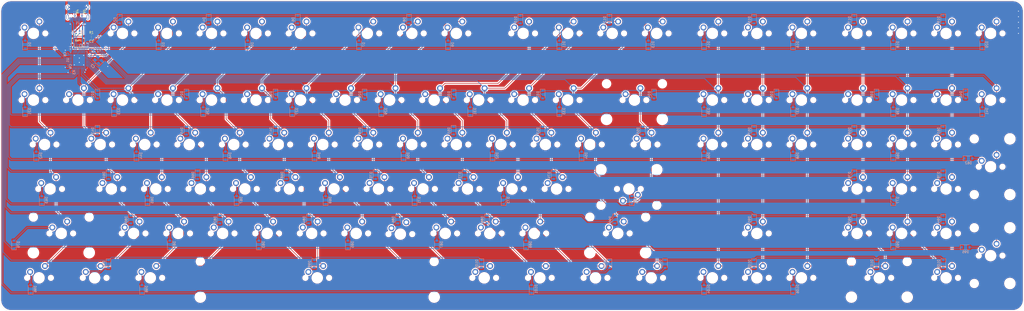
<source format=kicad_pcb>
(kicad_pcb (version 20171130) (host pcbnew "(5.1.7)-1")
  (layers (0 F.Cu signal) (31 B.Cu signal hide) (34 B.Paste user hide) (35 F.Paste user) (36 B.SilkS user hide) (37 F.SilkS user) (38 B.Mask user hide) (39 F.Mask user) (44 Edge.Cuts user))
  (net 0 "")
  (net 1 GND)
  (net 2 +5V)
  (net 3 XTAL1)
  (net 4 XTAL2)
  (net 5 RST)
  (net 6 "Net-(D1-Pad2)")
  (net 7 "Net-(D2-Pad2)")
  (net 8 "Net-(D3-Pad2)")
  (net 9 "Net-(D4-Pad2)")
  (net 10 "Net-(D5-Pad2)")
  (net 11 "Net-(D6-Pad2)")
  (net 12 "Net-(D7-Pad2)")
  (net 13 "Net-(D8-Pad2)")
  (net 14 "Net-(D9-Pad2)")
  (net 15 "Net-(D10-Pad2)")
  (net 16 "Net-(D11-Pad2)")
  (net 17 "Net-(D12-Pad2)")
  (net 18 "Net-(D13-Pad2)")
  (net 19 "Net-(D14-Pad2)")
  (net 20 "Net-(D15-Pad2)")
  (net 21 "Net-(D16-Pad2)")
  (net 22 "Net-(D17-Pad2)")
  (net 23 "Net-(D18-Pad2)")
  (net 24 "Net-(D19-Pad2)")
  (net 25 "Net-(D20-Pad2)")
  (net 26 "Net-(D21-Pad2)")
  (net 27 "Net-(D22-Pad2)")
  (net 28 "Net-(D23-Pad2)")
  (net 29 "Net-(D24-Pad2)")
  (net 30 "Net-(D25-Pad2)")
  (net 31 "Net-(D26-Pad2)")
  (net 32 "Net-(D27-Pad2)")
  (net 33 "Net-(D28-Pad2)")
  (net 34 "Net-(D29-Pad2)")
  (net 35 "Net-(D30-Pad2)")
  (net 36 "Net-(D31-Pad2)")
  (net 37 "Net-(D32-Pad2)")
  (net 38 "Net-(D33-Pad2)")
  (net 39 "Net-(D34-Pad2)")
  (net 40 "Net-(D35-Pad2)")
  (net 41 "Net-(D36-Pad2)")
  (net 42 "Net-(D37-Pad2)")
  (net 43 "Net-(D38-Pad2)")
  (net 44 "Net-(D39-Pad2)")
  (net 45 "Net-(D40-Pad2)")
  (net 46 "Net-(D41-Pad2)")
  (net 47 "Net-(D42-Pad2)")
  (net 48 "Net-(D43-Pad2)")
  (net 49 "Net-(D44-Pad2)")
  (net 50 "Net-(D45-Pad2)")
  (net 51 "Net-(D46-Pad2)")
  (net 52 "Net-(D47-Pad2)")
  (net 53 "Net-(D48-Pad2)")
  (net 54 "Net-(D49-Pad2)")
  (net 55 "Net-(D50-Pad2)")
  (net 56 "Net-(D51-Pad2)")
  (net 57 "Net-(D52-Pad2)")
  (net 58 "Net-(D53-Pad2)")
  (net 59 "Net-(D54-Pad2)")
  (net 60 "Net-(D55-Pad2)")
  (net 61 "Net-(D56-Pad2)")
  (net 62 "Net-(D57-Pad2)")
  (net 63 "Net-(D58-Pad2)")
  (net 64 "Net-(D59-Pad2)")
  (net 65 "Net-(D60-Pad2)")
  (net 66 USB_D+)
  (net 67 USB_D-)
  (net 68 Col1)
  (net 69 Col2)
  (net 70 Col3)
  (net 71 Col4)
  (net 72 Col5)
  (net 73 Col6)
  (net 74 Col7)
  (net 75 Col8)
  (net 76 Col9)
  (net 77 Col10)
  (net 78 "Net-(U1-Pad27)")
  (net 79 "Net-(U1-Pad1)")
  (net 80 "Net-(D61-Pad2)")
  (net 81 "Net-(D62-Pad2)")
  (net 82 "Net-(D63-Pad2)")
  (net 83 "Net-(D64-Pad2)")
  (net 84 "Net-(D65-Pad2)")
  (net 85 "Net-(D66-Pad2)")
  (net 86 "Net-(D67-Pad2)")
  (net 87 "Net-(D68-Pad2)")
  (net 88 "Net-(D69-Pad2)")
  (net 89 "Net-(D70-Pad2)")
  (net 90 "Net-(D71-Pad2)")
  (net 91 "Net-(D72-Pad2)")
  (net 92 "Net-(D73-Pad2)")
  (net 93 "Net-(D74-Pad2)")
  (net 94 "Net-(D75-Pad2)")
  (net 95 "Net-(D76-Pad2)")
  (net 96 "Net-(D81-Pad2)")
  (net 97 "Net-(D82-Pad2)")
  (net 98 "Net-(D83-Pad2)")
  (net 99 "Net-(D85-Pad2)")
  (net 100 "Net-(D86-Pad2)")
  (net 101 "Net-(D87-Pad2)")
  (net 102 "Net-(D88-Pad2)")
  (net 103 "Net-(D89-Pad2)")
  (net 104 "Net-(D90-Pad2)")
  (net 105 "Net-(D91-Pad2)")
  (net 106 "Net-(D92-Pad2)")
  (net 107 "Net-(D93-Pad2)")
  (net 108 "Net-(D94-Pad2)")
  (net 109 "Net-(D95-Pad2)")
  (net 110 "Net-(D96-Pad2)")
  (net 111 "Net-(D100-Pad2)")
  (net 112 "Net-(D102-Pad2)")
  (net 113 "Net-(D103-Pad2)")
  (net 114 "Net-(D104-Pad2)")
  (net 115 "Net-(D105-Pad2)")
  (net 116 "Net-(D106-Pad2)")
  (net 117 "Net-(D107-Pad2)")
  (net 118 "Net-(D108-Pad2)")
  (net 119 "Net-(D77-Pad2)")
  (net 120 "Net-(D78-Pad2)")
  (net 121 "Net-(D79-Pad2)")
  (net 122 "Net-(D80-Pad2)")
  (net 123 "Net-(D84-Pad2)")
  (net 124 "Net-(D97-Pad2)")
  (net 125 "Net-(D98-Pad2)")
  (net 126 "Net-(D99-Pad2)")
  (net 127 "Net-(D101-Pad2)")
  (net 128 "Net-(J1-PadB8)")
  (net 129 "Net-(J1-PadA8)")
  (net 130 CC1)
  (net 131 CC2)
  (net 132 Row0A)
  (net 133 Row0B)
  (net 134 Row1A)
  (net 135 Row1B)
  (net 136 Row2A)
  (net 137 Row2B)
  (net 138 Row3A)
  (net 139 Row3B)
  (net 140 Row4A)
  (net 141 Row4B)
  (net 142 Row5A)
  (net 143 Row5B)
  (net 144 Col0)
  (net 145 MCU_D+)
  (net 146 MCU_D-)
  (net 147 SHIELD)
  (net 148 UCAP)
  (net 149 HWB)
  (net 150 AREF)
  (module Capacitor_SMD:C_0402_1005Metric (layer B.Cu) (at 72.5678 55.2958 90)
    (fp_text reference C5 (at 0 1.27 90) (layer B.SilkS) (effects (justify mirror)))
    (fp_text value 10uf)
    (pad 2 smd roundrect (at 0.48 0 90) (size 0.56 0.62) (layers B.Cu B.Paste B.Mask) (net 1 GND))
    (pad 1 smd roundrect (at -0.48 0 90) (size 0.56 0.62) (layers B.Cu B.Paste B.Mask) (net 2 +5V))
  )
  (module Capacitor_SMD:C_0402_1005Metric (layer B.Cu) (at 78.959389 58.861011 45)
    (fp_text reference C4 (at 1.892367 -0.011447 45) (layer B.SilkS) (effects (justify mirror)))
    (fp_text value 22pF)
    (pad 1 smd roundrect (at -0.48 0 45) (size 0.56 0.62) (layers B.Cu B.Paste B.Mask) (net 4 XTAL2))
    (pad 2 smd roundrect (at 0.48 0 45) (size 0.56 0.62) (layers B.Cu B.Paste B.Mask) (net 1 GND))
  )
  (module Capacitor_SMD:C_0402_1005Metric (layer B.Cu) (at 71.5264 55.2958 90)
    (fp_text reference C3 (at 0 1.16 270) (layer B.SilkS) (effects (justify mirror)))
    (fp_text value 1uF)
    (pad 2 smd roundrect (at 0.48 0 90) (size 0.56 0.62) (layers B.Cu B.Paste B.Mask) (net 1 GND))
    (pad 1 smd roundrect (at -0.48 0 90) (size 0.56 0.62) (layers B.Cu B.Paste B.Mask) (net 148 UCAP))
  )
  (module Capacitor_SMD:C_0402_1005Metric (layer B.Cu) (at 78.5368 63.246 315)
    (fp_text reference C2 (at 0 1.16 135) (layer B.SilkS) (effects (justify mirror)))
    (fp_text value 22pF)
    (pad 2 smd roundrect (at 0.48 0 315) (size 0.56 0.62) (layers B.Cu B.Paste B.Mask) (net 1 GND))
    (pad 1 smd roundrect (at -0.48 0 315) (size 0.56 0.62) (layers B.Cu B.Paste B.Mask) (net 3 XTAL1))
  )
  (module Capacitor_SMD:C_0402_1005Metric (layer F.Cu) (at 77.1652 52.2224 180)
    (fp_text reference C1 (at 0 -1.16) (layer F.SilkS))
    (fp_text value 100nF)
    (pad 2 smd roundrect (at 0.48 0 180) (size 0.56 0.62) (layers F.Cu F.Paste F.Mask) (net 5 RST))
    (pad 1 smd roundrect (at -0.48 0 180) (size 0.56 0.62) (layers F.Cu F.Paste F.Mask) (net 1 GND))
  )
  (module Resistor_SMD:R_0402_1005Metric (layer B.Cu) (at 70.6247 49.53 270)
    (fp_text reference R7 (at 0 1.17 90) (layer B.SilkS) (effects (justify mirror)))
    (fp_text value 22R)
    (pad 2 smd roundrect (at 0.51 0 270) (size 0.54 0.64) (layers B.Cu B.Paste B.Mask) (net 146 MCU_D-))
    (pad 1 smd roundrect (at -0.51 0 270) (size 0.54 0.64) (layers B.Cu B.Paste B.Mask) (net 67 USB_D-))
  )
  (module Resistor_SMD:R_0402_1005Metric (layer B.Cu) (at 72.136 49.53 90)
    (fp_text reference R6 (at 0 1.17 90) (layer B.SilkS) (effects (justify mirror)))
    (fp_text value 22R)
    (pad 2 smd roundrect (at 0.51 0 90) (size 0.54 0.64) (layers B.Cu B.Paste B.Mask) (net 66 USB_D+))
    (pad 1 smd roundrect (at -0.51 0 90) (size 0.54 0.64) (layers B.Cu B.Paste B.Mask) (net 145 MCU_D+))
  )
  (module Resistor_SMD:R_0402_1005Metric (layer F.Cu) (at 73.152 40.638 270)
    (fp_text reference R5 (at 0 -1.17 90) (layer F.SilkS))
    (fp_text value 5.1k)
    (pad 2 smd roundrect (at 0.51 0 270) (size 0.54 0.64) (layers F.Cu F.Paste F.Mask) (net 131 CC2))
    (pad 1 smd roundrect (at -0.51 0 270) (size 0.54 0.64) (layers F.Cu F.Paste F.Mask) (net 1 GND))
  )
  (module Resistor_SMD:R_0402_1005Metric (layer F.Cu) (at 70.104 40.64 270)
    (fp_text reference R4 (at 0 -1.17 90) (layer F.SilkS))
    (fp_text value 5.1k)
    (pad 2 smd roundrect (at 0.51 0 270) (size 0.54 0.64) (layers F.Cu F.Paste F.Mask) (net 130 CC1))
    (pad 1 smd roundrect (at -0.51 0 270) (size 0.54 0.64) (layers F.Cu F.Paste F.Mask) (net 1 GND))
  )
  (module Resistor_SMD:R_0402_1005Metric (layer B.Cu) (at 68.6054 66.6242 90)
    (fp_text reference R3 (at 0 1.17 90) (layer B.SilkS) (effects (justify mirror)))
    (fp_text value 10k)
    (pad 2 smd roundrect (at 0.51 0 90) (size 0.54 0.64) (layers B.Cu B.Paste B.Mask) (net 149 HWB))
    (pad 1 smd roundrect (at -0.51 0 90) (size 0.54 0.64) (layers B.Cu B.Paste B.Mask) (net 1 GND))
  )
  (module Resistor_SMD:R_0402_1005Metric (layer F.Cu) (at 77.1652 50.8)
    (fp_text reference R1 (at 0 -1.17) (layer F.SilkS))
    (fp_text value 10k)
    (pad 2 smd roundrect (at 0.51 0) (size 0.54 0.64) (layers F.Cu F.Paste F.Mask) (net 2 +5V))
    (pad 1 smd roundrect (at -0.51 0) (size 0.54 0.64) (layers F.Cu F.Paste F.Mask) (net 5 RST))
  )
  (module acheron_MX:MX225 (layer B.Cu) (at 64.29375 135.73125 180)
    (fp_text reference SW79)
    (fp_text value LSHFT_225)
    (pad "" np_thru_hole circle (at -11.938 -8.255 180) (size 3.9878 3.9878) (drill 3.9878) (layers *.Cu *.Mask))
    (pad "" np_thru_hole circle (at 11.938 -8.255 180) (size 3.9878 3.9878) (drill 3.9878) (layers *.Cu *.Mask))
    (pad "" np_thru_hole circle (at 11.938 6.985 180) (size 3.048 3.048) (drill 3.048) (layers *.Cu *.Mask))
    (pad "" np_thru_hole circle (at -11.938 6.985 180) (size 3.048 3.048) (drill 3.048) (layers *.Cu *.Mask))
    (pad "" np_thru_hole circle (at -5.08 0 180) (size 1.7018 1.7018) (drill 1.7018) (layers *.Cu *.Mask))
    (pad "" np_thru_hole circle (at 5.08 0 180) (size 1.7018 1.7018) (drill 1.7018) (layers *.Cu *.Mask))
    (pad 1 thru_hole circle (at -2.54 5.08 180) (size 2.54 2.54) (drill 1.524) (layers *.Cu *.Mask) (net 144 Col0))
    (pad 2 thru_hole circle (at 3.81 2.54 180) (size 2.54 2.54) (drill 1.524) (layers *.Cu *.Mask) (net 121 "Net-(D79-Pad2)"))
    (pad "" np_thru_hole circle (at 0 0 180) (size 3.9878 3.9878) (drill 3.9878) (layers *.Cu *.Mask))
  )
  (module acheron_MX:MX150 (layer B.Cu) (at 314.325 97.63125 180)
    (fp_text reference SW55)
    (fp_text value \_150)
    (pad "" np_thru_hole circle (at -5.08 0 180) (size 1.7018 1.7018) (drill 1.7018) (layers *.Cu *.Mask))
    (pad "" np_thru_hole circle (at 5.08 0 180) (size 1.7018 1.7018) (drill 1.7018) (layers *.Cu *.Mask))
    (pad 1 thru_hole circle (at -2.54 5.08 180) (size 2.54 2.54) (drill 1.524) (layers *.Cu *.Mask) (net 73 Col6))
    (pad 2 thru_hole circle (at 3.81 2.54 180) (size 2.54 2.54) (drill 1.524) (layers *.Cu *.Mask) (net 60 "Net-(D55-Pad2)"))
    (pad "" np_thru_hole circle (at 0 0 180) (size 3.9878 3.9878) (drill 3.9878) (layers *.Cu *.Mask))
  )
  (module Crystal:Crystal_SMD_3225-4Pin_3.2x2.5mm (layer B.Cu) (at 80.137 61.5442 135)
    (fp_text reference Y1 (at 0 2.45 135) (layer B.SilkS) (effects (justify mirror)))
    (fp_text value 16Mhz)
    (pad 4 smd rect (at -1.1 0.85 135) (size 1.4 1.2) (layers B.Cu B.Paste B.Mask) (net 1 GND))
    (pad 3 smd rect (at 1.1 0.85 135) (size 1.4 1.2) (layers B.Cu B.Paste B.Mask) (net 4 XTAL2))
    (pad 2 smd rect (at 1.1 -0.85 135) (size 1.4 1.2) (layers B.Cu B.Paste B.Mask) (net 1 GND))
    (pad 1 smd rect (at -1.1 -0.85 135) (size 1.4 1.2) (layers B.Cu B.Paste B.Mask) (net 3 XTAL1))
  )
  (module Package_DFN_QFN:QFN-44-1EP_7x7mm_P0.5mm_EP5.2x5.2mm (layer B.Cu) (at 71.882 61.468 270)
    (fp_text reference U1 (at 0 4.82 270) (layer B.SilkS) (effects (justify mirror)))
    (fp_text value ATmega32U4-MU)
    (pad 45 smd rect (at 0 0 270) (size 5.2 5.2) (layers B.Cu B.Mask) (net 1 GND))
    (pad 44 smd roundrect (at -2.5 3.3375 270) (size 0.25 1.075) (layers B.Cu B.Paste B.Mask) (net 2 +5V))
    (pad 43 smd roundrect (at -2 3.3375 270) (size 0.25 1.075) (layers B.Cu B.Paste B.Mask) (net 1 GND))
    (pad 42 smd roundrect (at -1.5 3.3375 270) (size 0.25 1.075) (layers B.Cu B.Paste B.Mask) (net 150 AREF))
    (pad 41 smd roundrect (at -1 3.3375 270) (size 0.25 1.075) (layers B.Cu B.Paste B.Mask) (net 132 Row0A))
    (pad 40 smd roundrect (at -0.5 3.3375 270) (size 0.25 1.075) (layers B.Cu B.Paste B.Mask) (net 142 Row5A))
    (pad 39 smd roundrect (at 0 3.3375 270) (size 0.25 1.075) (layers B.Cu B.Paste B.Mask) (net 143 Row5B))
    (pad 38 smd roundrect (at 0.5 3.3375 270) (size 0.25 1.075) (layers B.Cu B.Paste B.Mask) (net 140 Row4A))
    (pad 37 smd roundrect (at 1 3.3375 270) (size 0.25 1.075) (layers B.Cu B.Paste B.Mask) (net 141 Row4B))
    (pad 36 smd roundrect (at 1.5 3.3375 270) (size 0.25 1.075) (layers B.Cu B.Paste B.Mask) (net 138 Row3A))
    (pad 35 smd roundrect (at 2 3.3375 270) (size 0.25 1.075) (layers B.Cu B.Paste B.Mask) (net 1 GND))
    (pad 34 smd roundrect (at 2.5 3.3375 270) (size 0.25 1.075) (layers B.Cu B.Paste B.Mask) (net 2 +5V))
    (pad 33 smd roundrect (at 3.3375 2.5 270) (size 1.075 0.25) (layers B.Cu B.Paste B.Mask) (net 149 HWB))
    (pad 32 smd roundrect (at 3.3375 2 270) (size 1.075 0.25) (layers B.Cu B.Paste B.Mask) (net 139 Row3B))
    (pad 31 smd roundrect (at 3.3375 1.5 270) (size 1.075 0.25) (layers B.Cu B.Paste B.Mask) (net 136 Row2A))
    (pad 30 smd roundrect (at 3.3375 1 270) (size 1.075 0.25) (layers B.Cu B.Paste B.Mask) (net 137 Row2B))
    (pad 29 smd roundrect (at 3.3375 0.5 270) (size 1.075 0.25) (layers B.Cu B.Paste B.Mask) (net 134 Row1A))
    (pad 28 smd roundrect (at 3.3375 0 270) (size 1.075 0.25) (layers B.Cu B.Paste B.Mask) (net 144 Col0))
    (pad 27 smd roundrect (at 3.3375 -0.5 270) (size 1.075 0.25) (layers B.Cu B.Paste B.Mask) (net 78 "Net-(U1-Pad27)"))
    (pad 26 smd roundrect (at 3.3375 -1 270) (size 1.075 0.25) (layers B.Cu B.Paste B.Mask) (net 135 Row1B))
    (pad 25 smd roundrect (at 3.3375 -1.5 270) (size 1.075 0.25) (layers B.Cu B.Paste B.Mask) (net 68 Col1))
    (pad 24 smd roundrect (at 3.3375 -2 270) (size 1.075 0.25) (layers B.Cu B.Paste B.Mask) (net 2 +5V))
    (pad 23 smd roundrect (at 3.3375 -2.5 270) (size 1.075 0.25) (layers B.Cu B.Paste B.Mask) (net 1 GND))
    (pad 22 smd roundrect (at 2.5 -3.3375 270) (size 0.25 1.075) (layers B.Cu B.Paste B.Mask) (net 69 Col2))
    (pad 21 smd roundrect (at 2 -3.3375 270) (size 0.25 1.075) (layers B.Cu B.Paste B.Mask) (net 70 Col3))
    (pad 20 smd roundrect (at 1.5 -3.3375 270) (size 0.25 1.075) (layers B.Cu B.Paste B.Mask) (net 71 Col4))
    (pad 19 smd roundrect (at 1 -3.3375 270) (size 0.25 1.075) (layers B.Cu B.Paste B.Mask) (net 72 Col5))
    (pad 18 smd roundrect (at 0.5 -3.3375 270) (size 0.25 1.075) (layers B.Cu B.Paste B.Mask) (net 73 Col6))
    (pad 17 smd roundrect (at 0 -3.3375 270) (size 0.25 1.075) (layers B.Cu B.Paste B.Mask) (net 3 XTAL1))
    (pad 16 smd roundrect (at -0.5 -3.3375 270) (size 0.25 1.075) (layers B.Cu B.Paste B.Mask) (net 4 XTAL2))
    (pad 15 smd roundrect (at -1 -3.3375 270) (size 0.25 1.075) (layers B.Cu B.Paste B.Mask) (net 1 GND))
    (pad 14 smd roundrect (at -1.5 -3.3375 270) (size 0.25 1.075) (layers B.Cu B.Paste B.Mask) (net 2 +5V))
    (pad 13 smd roundrect (at -2 -3.3375 270) (size 0.25 1.075) (layers B.Cu B.Paste B.Mask) (net 5 RST))
    (pad 12 smd roundrect (at -2.5 -3.3375 270) (size 0.25 1.075) (layers B.Cu B.Paste B.Mask) (net 74 Col7))
    (pad 11 smd roundrect (at -3.3375 -2.5 270) (size 1.075 0.25) (layers B.Cu B.Paste B.Mask) (net 75 Col8))
    (pad 10 smd roundrect (at -3.3375 -2 270) (size 1.075 0.25) (layers B.Cu B.Paste B.Mask) (net 76 Col9))
    (pad 9 smd roundrect (at -3.3375 -1.5 270) (size 1.075 0.25) (layers B.Cu B.Paste B.Mask) (net 77 Col10))
    (pad 8 smd roundrect (at -3.3375 -1 270) (size 1.075 0.25) (layers B.Cu B.Paste B.Mask) (net 133 Row0B))
    (pad 7 smd roundrect (at -3.3375 -0.5 270) (size 1.075 0.25) (layers B.Cu B.Paste B.Mask) (net 2 +5V))
    (pad 6 smd roundrect (at -3.3375 0 270) (size 1.075 0.25) (layers B.Cu B.Paste B.Mask) (net 148 UCAP))
    (pad 5 smd roundrect (at -3.3375 0.5 270) (size 1.075 0.25) (layers B.Cu B.Paste B.Mask) (net 1 GND))
    (pad 4 smd roundrect (at -3.3375 1 270) (size 1.075 0.25) (layers B.Cu B.Paste B.Mask) (net 145 MCU_D+))
    (pad 3 smd roundrect (at -3.3375 1.5 270) (size 1.075 0.25) (layers B.Cu B.Paste B.Mask) (net 146 MCU_D-))
    (pad 2 smd roundrect (at -3.3375 2 270) (size 1.075 0.25) (layers B.Cu B.Paste B.Mask) (net 2 +5V))
    (pad 1 smd roundrect (at -3.3375 2.5 270) (size 1.075 0.25) (layers B.Cu B.Paste B.Mask) (net 79 "Net-(U1-Pad1)"))
  )
  (module acheron_Hardware:smdPushBtn (layer F.Cu) (at 71.5264 53.086)
    (fp_text reference SWP1 (at 0.1 0) (layer F.SilkS) (effects (font (size 0.7 0.7))))
    (fp_text value SW_Push)
    (pad 2 smd rect (at 3.1 1.85) (size 1.8 1.1) (layers F.Cu F.Paste F.Mask) (net 1 GND))
    (pad 2 smd rect (at -3.1 1.85) (size 1.8 1.1) (layers F.Cu F.Paste F.Mask) (net 1 GND))
    (pad 1 smd rect (at 3.1 -1.85) (size 1.8 1.1) (layers F.Cu F.Paste F.Mask) (net 5 RST))
    (pad 1 smd rect (at -3.1 -1.85) (size 1.8 1.1) (layers F.Cu F.Paste F.Mask) (net 5 RST))
  )
  (module Capacitor_SMD:C_0402_1005Metric (layer B.Cu) (at 67.056 64.0842 90)
    (fp_text reference C9 (at 0 1.16 90) (layer B.SilkS) (effects (justify mirror)))
    (fp_text value 0.1uF)
    (pad 2 smd roundrect (at 0.48 0 90) (size 0.56 0.62) (layers B.Cu B.Paste B.Mask) (net 1 GND))
    (pad 1 smd roundrect (at -0.48 0 90) (size 0.56 0.62) (layers B.Cu B.Paste B.Mask) (net 2 +5V))
  )
  (module Capacitor_SMD:C_0402_1005Metric (layer B.Cu) (at 67.056 58.928 270)
    (fp_text reference C8 (at 0 1.16 270) (layer B.SilkS) (effects (justify mirror)))
    (fp_text value 0.1uF)
    (pad 2 smd roundrect (at 0.48 0 270) (size 0.56 0.62) (layers B.Cu B.Paste B.Mask) (net 1 GND))
    (pad 1 smd roundrect (at -0.48 0 270) (size 0.56 0.62) (layers B.Cu B.Paste B.Mask) (net 2 +5V))
  )
  (module Capacitor_SMD:C_0402_1005Metric (layer B.Cu) (at 69.116 56.134 180)
    (fp_text reference C7 (at 0 1.16) (layer B.SilkS) (effects (justify mirror)))
    (fp_text value 0.1uF)
    (pad 2 smd roundrect (at 0.48 0 180) (size 0.56 0.62) (layers B.Cu B.Paste B.Mask) (net 1 GND))
    (pad 1 smd roundrect (at -0.48 0 180) (size 0.56 0.62) (layers B.Cu B.Paste B.Mask) (net 2 +5V))
  )
  (module Capacitor_SMD:C_0402_1005Metric (layer B.Cu) (at 76.5556 57.3278 90)
    (fp_text reference C6 (at 0 1.16 90) (layer B.SilkS) (effects (justify mirror)))
    (fp_text value 0.1uF)
    (pad 2 smd roundrect (at 0.48 0 90) (size 0.56 0.62) (layers B.Cu B.Paste B.Mask) (net 1 GND))
    (pad 1 smd roundrect (at -0.48 0 90) (size 0.56 0.62) (layers B.Cu B.Paste B.Mask) (net 2 +5V))
  )
  (module acheron_MX:MX100 (layer B.Cu) (at 261.9375 50.00625 180)
    (fp_text reference SW10)
    (fp_text value F9)
    (pad 2 thru_hole circle (at 3.81 2.54 90) (size 2.54 2.54) (drill 1.525) (layers *.Cu *.Mask) (net 15 "Net-(D10-Pad2)"))
    (pad 1 thru_hole circle (at -2.54 5.08 180) (size 2.54 2.54) (drill 1.525) (layers *.Cu *.Mask) (net 71 Col4))
    (pad "" np_thru_hole circle (at -5.08 0 180) (size 1.7018 1.7018) (drill 1.7018) (layers *.Cu *.Mask))
    (pad "" np_thru_hole circle (at 5.08 0 180) (size 1.7018 1.7018) (drill 1.7018) (layers *.Cu *.Mask))
    (pad "" np_thru_hole circle (at 0 0 180) (size 3.9878 3.9878) (drill 3.9878) (layers *.Cu *.Mask))
  )
  (module Connector_USB:USB_C_Receptacle_HRO_TYPE-C-31-M-12 (layer B.Cu) (at 71.374 39.878)
    (fp_text reference J1 (at 0 5.645) (layer B.SilkS) (effects (justify mirror)))
    (fp_text value USB_C_Receptacle_USB2.0)
    (pad B1 smd rect (at 3.25 4.045) (size 0.6 1.45) (layers B.Cu B.Paste B.Mask) (net 1 GND))
    (pad A9 smd rect (at 2.45 4.045) (size 0.6 1.45) (layers B.Cu B.Paste B.Mask) (net 2 +5V))
    (pad B9 smd rect (at -2.45 4.045) (size 0.6 1.45) (layers B.Cu B.Paste B.Mask) (net 2 +5V))
    (pad B12 smd rect (at -3.25 4.045) (size 0.6 1.45) (layers B.Cu B.Paste B.Mask) (net 1 GND))
    (pad A1 smd rect (at -3.25 4.045) (size 0.6 1.45) (layers B.Cu B.Paste B.Mask) (net 1 GND))
    (pad A4 smd rect (at -2.45 4.045) (size 0.6 1.45) (layers B.Cu B.Paste B.Mask) (net 2 +5V))
    (pad B4 smd rect (at 2.45 4.045) (size 0.6 1.45) (layers B.Cu B.Paste B.Mask) (net 2 +5V))
    (pad A12 smd rect (at 3.25 4.045) (size 0.6 1.45) (layers B.Cu B.Paste B.Mask) (net 1 GND))
    (pad B8 smd rect (at -1.75 4.045) (size 0.3 1.45) (layers B.Cu B.Paste B.Mask) (net 128 "Net-(J1-PadB8)"))
    (pad A5 smd rect (at -1.25 4.045) (size 0.3 1.45) (layers B.Cu B.Paste B.Mask) (net 130 CC1))
    (pad B7 smd rect (at -0.75 4.045) (size 0.3 1.45) (layers B.Cu B.Paste B.Mask) (net 67 USB_D-))
    (pad A7 smd rect (at 0.25 4.045) (size 0.3 1.45) (layers B.Cu B.Paste B.Mask) (net 67 USB_D-))
    (pad B6 smd rect (at 0.75 4.045) (size 0.3 1.45) (layers B.Cu B.Paste B.Mask) (net 66 USB_D+))
    (pad A8 smd rect (at 1.25 4.045) (size 0.3 1.45) (layers B.Cu B.Paste B.Mask) (net 129 "Net-(J1-PadA8)"))
    (pad B5 smd rect (at 1.75 4.045) (size 0.3 1.45) (layers B.Cu B.Paste B.Mask) (net 131 CC2))
    (pad A6 smd rect (at -0.25 4.045) (size 0.3 1.45) (layers B.Cu B.Paste B.Mask) (net 66 USB_D+))
    (pad S1 thru_hole oval (at 4.32 3.13) (size 1 2.1) (drill oval 0.6 1.7) (layers *.Cu *.Mask) (net 147 SHIELD))
    (pad S1 thru_hole oval (at -4.32 3.13) (size 1 2.1) (drill oval 0.6 1.7) (layers *.Cu *.Mask) (net 147 SHIELD))
    (pad "" np_thru_hole circle (at -2.89 2.6) (size 0.65 0.65) (drill 0.65) (layers *.Cu *.Mask))
    (pad S1 thru_hole oval (at -4.32 -1.05) (size 1 1.6) (drill oval 0.6 1.2) (layers *.Cu *.Mask) (net 147 SHIELD))
    (pad "" np_thru_hole circle (at 2.89 2.6) (size 0.65 0.65) (drill 0.65) (layers *.Cu *.Mask))
    (pad S1 thru_hole oval (at 4.32 -1.05) (size 1 1.6) (drill oval 0.6 1.2) (layers *.Cu *.Mask) (net 147 SHIELD))
  )
  (module acheron_MX:MX625 (layer B.Cu) (at 173.83125 154.78125 180)
    (fp_text reference SW99)
    (fp_text value SPACE_625)
    (pad "" np_thru_hole circle (at 50.038 -8.255) (size 3.9878 3.9878) (drill 3.9878) (layers *.Cu *.Mask))
    (pad "" np_thru_hole circle (at -50.038 -8.255) (size 3.9878 3.9878) (drill 3.9878) (layers *.Cu *.Mask))
    (pad "" np_thru_hole circle (at -50.038 6.985) (size 3.048 3.048) (drill 3.048) (layers *.Cu *.Mask))
    (pad "" np_thru_hole circle (at 50.038 6.985) (size 3.048 3.048) (drill 3.048) (layers *.Cu *.Mask))
    (pad "" np_thru_hole circle (at -5.08 0 180) (size 1.7018 1.7018) (drill 1.7018) (layers *.Cu *.Mask))
    (pad "" np_thru_hole circle (at 5.08 0 180) (size 1.7018 1.7018) (drill 1.7018) (layers *.Cu *.Mask))
    (pad 1 thru_hole circle (at -2.54 5.08 180) (size 2.54 2.54) (drill 1.524) (layers *.Cu *.Mask) (net 69 Col2))
    (pad 2 thru_hole circle (at 3.81 2.54 180) (size 2.54 2.54) (drill 1.524) (layers *.Cu *.Mask) (net 126 "Net-(D99-Pad2)"))
    (pad "" np_thru_hole circle (at 0 0 180) (size 3.9878 3.9878) (drill 3.9878) (layers *.Cu *.Mask))
  )
  (module acheron_MX:MX125 (layer B.Cu) (at 269.08125 154.78125 180)
    (fp_text reference SW101)
    (fp_text value FUNC_125)
    (pad "" np_thru_hole circle (at -5.08 0 180) (size 1.7018 1.7018) (drill 1.7018) (layers *.Cu *.Mask))
    (pad "" np_thru_hole circle (at 5.08 0 180) (size 1.7018 1.7018) (drill 1.7018) (layers *.Cu *.Mask))
    (pad 1 thru_hole circle (at -2.54 5.08 180) (size 2.54 2.54) (drill 1.524) (layers *.Cu *.Mask) (net 71 Col4))
    (pad 2 thru_hole circle (at 3.81 2.54 180) (size 2.54 2.54) (drill 1.524) (layers *.Cu *.Mask) (net 127 "Net-(D101-Pad2)"))
    (pad "" np_thru_hole circle (at 0 0 180) (size 3.9878 3.9878) (drill 3.9878) (layers *.Cu *.Mask))
  )
  (module Diode_SMD:D_SOD-123 (layer B.Cu) (at 172.5422 148.8196 270)
    (fp_text reference D99 (at 0 2 90) (layer B.SilkS) (effects (justify mirror)))
    (fp_text value 1N4148W)
    (pad 2 smd rect (at 1.65 0 270) (size 0.9 1.2) (layers B.Cu B.Paste B.Mask) (net 126 "Net-(D99-Pad2)"))
    (pad 1 smd rect (at -1.65 0 270) (size 0.9 1.2) (layers B.Cu B.Paste B.Mask) (net 143 Row5B))
  )
  (module acheron_MX:MX125 (layer B.Cu) (at 102.39375 154.78125 180)
    (fp_text reference SW98)
    (fp_text value LALT_125)
    (pad "" np_thru_hole circle (at -5.08 0 180) (size 1.7018 1.7018) (drill 1.7018) (layers *.Cu *.Mask))
    (pad "" np_thru_hole circle (at 5.08 0 180) (size 1.7018 1.7018) (drill 1.7018) (layers *.Cu *.Mask))
    (pad 1 thru_hole circle (at -2.54 5.08 180) (size 2.54 2.54) (drill 1.524) (layers *.Cu *.Mask) (net 68 Col1))
    (pad 2 thru_hole circle (at 3.81 2.54 180) (size 2.54 2.54) (drill 1.524) (layers *.Cu *.Mask) (net 125 "Net-(D98-Pad2)"))
    (pad "" np_thru_hole circle (at 0 0 180) (size 3.9878 3.9878) (drill 3.9878) (layers *.Cu *.Mask))
  )
  (module acheron_MX:MX125 (layer B.Cu) (at 54.76875 154.78125 180)
    (fp_text reference SW96)
    (fp_text value LCTRL_125)
    (pad "" np_thru_hole circle (at -5.08 0 180) (size 1.7018 1.7018) (drill 1.7018) (layers *.Cu *.Mask))
    (pad "" np_thru_hole circle (at 5.08 0 180) (size 1.7018 1.7018) (drill 1.7018) (layers *.Cu *.Mask))
    (pad 1 thru_hole circle (at -2.54 5.08 180) (size 2.54 2.54) (drill 1.524) (layers *.Cu *.Mask) (net 144 Col0))
    (pad 2 thru_hole circle (at 3.81 2.54 180) (size 2.54 2.54) (drill 1.524) (layers *.Cu *.Mask) (net 110 "Net-(D96-Pad2)"))
    (pad "" np_thru_hole circle (at 0 0 180) (size 3.9878 3.9878) (drill 3.9878) (layers *.Cu *.Mask))
  )
  (module acheron_MX:MX200 (layer B.Cu) (at 414.3375 154.78125 180)
    (fp_text reference SW107)
    (fp_text value N0_200)
    (pad "" np_thru_hole circle (at -11.938 -8.255 180) (size 3.9878 3.9878) (drill 3.9878) (layers *.Cu *.Mask))
    (pad "" np_thru_hole circle (at 11.938 -8.255 180) (size 3.9878 3.9878) (drill 3.9878) (layers *.Cu *.Mask))
    (pad "" np_thru_hole circle (at 11.938 6.985 180) (size 3.048 3.048) (drill 3.048) (layers *.Cu *.Mask))
    (pad "" np_thru_hole circle (at -11.938 6.985 180) (size 3.048 3.048) (drill 3.048) (layers *.Cu *.Mask))
    (pad "" np_thru_hole circle (at -5.08 0 180) (size 1.7018 1.7018) (drill 1.7018) (layers *.Cu *.Mask))
    (pad "" np_thru_hole circle (at 5.08 0 180) (size 1.7018 1.7018) (drill 1.7018) (layers *.Cu *.Mask))
    (pad 1 thru_hole circle (at -2.54 5.08 180) (size 2.54 2.54) (drill 1.524) (layers *.Cu *.Mask) (net 75 Col8))
    (pad 2 thru_hole circle (at 3.81 2.54 180) (size 2.54 2.54) (drill 1.524) (layers *.Cu *.Mask) (net 117 "Net-(D107-Pad2)"))
    (pad "" np_thru_hole circle (at 0 0 180) (size 3.9878 3.9878) (drill 3.9878) (layers *.Cu *.Mask))
  )
  (module acheron_MX:MX150 (layer B.Cu) (at 57.15 97.63125 180)
    (fp_text reference SW42)
    (fp_text value Tab_150)
    (pad "" np_thru_hole circle (at -5.08 0 180) (size 1.7018 1.7018) (drill 1.7018) (layers *.Cu *.Mask))
    (pad "" np_thru_hole circle (at 5.08 0 180) (size 1.7018 1.7018) (drill 1.7018) (layers *.Cu *.Mask))
    (pad 1 thru_hole circle (at -2.54 5.08 180) (size 2.54 2.54) (drill 1.524) (layers *.Cu *.Mask) (net 144 Col0))
    (pad 2 thru_hole circle (at 3.81 2.54 180) (size 2.54 2.54) (drill 1.524) (layers *.Cu *.Mask) (net 47 "Net-(D42-Pad2)"))
    (pad "" np_thru_hole circle (at 0 0 180) (size 3.9878 3.9878) (drill 3.9878) (layers *.Cu *.Mask))
  )
  (module acheron_MX:MX100 (layer B.Cu) (at 442.9125 154.78125 180)
    (fp_text reference SW108)
    (fp_text value N.)
    (pad 2 thru_hole circle (at 3.81 2.54 90) (size 2.54 2.54) (drill 1.525) (layers *.Cu *.Mask) (net 118 "Net-(D108-Pad2)"))
    (pad 1 thru_hole circle (at -2.54 5.08 180) (size 2.54 2.54) (drill 1.525) (layers *.Cu *.Mask) (net 76 Col9))
    (pad "" np_thru_hole circle (at -5.08 0 180) (size 1.7018 1.7018) (drill 1.7018) (layers *.Cu *.Mask))
    (pad "" np_thru_hole circle (at 5.08 0 180) (size 1.7018 1.7018) (drill 1.7018) (layers *.Cu *.Mask))
    (pad "" np_thru_hole circle (at 0 0 180) (size 3.9878 3.9878) (drill 3.9878) (layers *.Cu *.Mask))
  )
  (module acheron_MX:MX100 (layer B.Cu) (at 381 154.78125 180)
    (fp_text reference SW106)
    (fp_text value Right)
    (pad 2 thru_hole circle (at 3.81 2.54 90) (size 2.54 2.54) (drill 1.525) (layers *.Cu *.Mask) (net 116 "Net-(D106-Pad2)"))
    (pad 1 thru_hole circle (at -2.54 5.08 180) (size 2.54 2.54) (drill 1.525) (layers *.Cu *.Mask) (net 75 Col8))
    (pad "" np_thru_hole circle (at -5.08 0 180) (size 1.7018 1.7018) (drill 1.7018) (layers *.Cu *.Mask))
    (pad "" np_thru_hole circle (at 5.08 0 180) (size 1.7018 1.7018) (drill 1.7018) (layers *.Cu *.Mask))
    (pad "" np_thru_hole circle (at 0 0 180) (size 3.9878 3.9878) (drill 3.9878) (layers *.Cu *.Mask))
  )
  (module acheron_MX:MX100 (layer B.Cu) (at 361.95 154.78125 180)
    (fp_text reference SW105)
    (fp_text value Dn)
    (pad 2 thru_hole circle (at 3.81 2.54 90) (size 2.54 2.54) (drill 1.525) (layers *.Cu *.Mask) (net 115 "Net-(D105-Pad2)"))
    (pad 1 thru_hole circle (at -2.54 5.08 180) (size 2.54 2.54) (drill 1.525) (layers *.Cu *.Mask) (net 74 Col7))
    (pad "" np_thru_hole circle (at -5.08 0 180) (size 1.7018 1.7018) (drill 1.7018) (layers *.Cu *.Mask))
    (pad "" np_thru_hole circle (at 5.08 0 180) (size 1.7018 1.7018) (drill 1.7018) (layers *.Cu *.Mask))
    (pad "" np_thru_hole circle (at 0 0 180) (size 3.9878 3.9878) (drill 3.9878) (layers *.Cu *.Mask))
  )
  (module acheron_MX:MX100 (layer B.Cu) (at 342.9 154.78125 180)
    (fp_text reference SW104)
    (fp_text value Left)
    (pad 2 thru_hole circle (at 3.81 2.54 90) (size 2.54 2.54) (drill 1.525) (layers *.Cu *.Mask) (net 114 "Net-(D104-Pad2)"))
    (pad 1 thru_hole circle (at -2.54 5.08 180) (size 2.54 2.54) (drill 1.525) (layers *.Cu *.Mask) (net 74 Col7))
    (pad "" np_thru_hole circle (at -5.08 0 180) (size 1.7018 1.7018) (drill 1.7018) (layers *.Cu *.Mask))
    (pad "" np_thru_hole circle (at 5.08 0 180) (size 1.7018 1.7018) (drill 1.7018) (layers *.Cu *.Mask))
    (pad "" np_thru_hole circle (at 0 0 180) (size 3.9878 3.9878) (drill 3.9878) (layers *.Cu *.Mask))
  )
  (module acheron_MX:MX125 (layer B.Cu) (at 316.70625 154.78125 180)
    (fp_text reference SW103)
    (fp_text value RCTRL_125)
    (pad "" np_thru_hole circle (at -5.08 0 180) (size 1.7018 1.7018) (drill 1.7018) (layers *.Cu *.Mask))
    (pad "" np_thru_hole circle (at 5.08 0 180) (size 1.7018 1.7018) (drill 1.7018) (layers *.Cu *.Mask))
    (pad 1 thru_hole circle (at -2.54 5.08 180) (size 2.54 2.54) (drill 1.524) (layers *.Cu *.Mask) (net 72 Col5))
    (pad 2 thru_hole circle (at 3.81 2.54 180) (size 2.54 2.54) (drill 1.524) (layers *.Cu *.Mask) (net 113 "Net-(D103-Pad2)"))
    (pad "" np_thru_hole circle (at 0 0 180) (size 3.9878 3.9878) (drill 3.9878) (layers *.Cu *.Mask))
  )
  (module acheron_MX:MX125 (layer B.Cu) (at 292.89375 154.78125 180)
    (fp_text reference SW102)
    (fp_text value MENU_125)
    (pad "" np_thru_hole circle (at -5.08 0 180) (size 1.7018 1.7018) (drill 1.7018) (layers *.Cu *.Mask))
    (pad "" np_thru_hole circle (at 5.08 0 180) (size 1.7018 1.7018) (drill 1.7018) (layers *.Cu *.Mask))
    (pad 1 thru_hole circle (at -2.54 5.08 180) (size 2.54 2.54) (drill 1.524) (layers *.Cu *.Mask) (net 71 Col4))
    (pad 2 thru_hole circle (at 3.81 2.54 180) (size 2.54 2.54) (drill 1.524) (layers *.Cu *.Mask) (net 112 "Net-(D102-Pad2)"))
    (pad "" np_thru_hole circle (at 0 0 180) (size 3.9878 3.9878) (drill 3.9878) (layers *.Cu *.Mask))
  )
  (module acheron_MX:MX125 (layer B.Cu) (at 245.26875 154.78125 180)
    (fp_text reference SW100)
    (fp_text value RALT_125)
    (pad "" np_thru_hole circle (at -5.08 0 180) (size 1.7018 1.7018) (drill 1.7018) (layers *.Cu *.Mask))
    (pad "" np_thru_hole circle (at 5.08 0 180) (size 1.7018 1.7018) (drill 1.7018) (layers *.Cu *.Mask))
    (pad 1 thru_hole circle (at -2.54 5.08 180) (size 2.54 2.54) (drill 1.524) (layers *.Cu *.Mask) (net 70 Col3))
    (pad 2 thru_hole circle (at 3.81 2.54 180) (size 2.54 2.54) (drill 1.524) (layers *.Cu *.Mask) (net 111 "Net-(D100-Pad2)"))
    (pad "" np_thru_hole circle (at 0 0 180) (size 3.9878 3.9878) (drill 3.9878) (layers *.Cu *.Mask))
  )
  (module acheron_MX:MX125 (layer B.Cu) (at 78.58125 154.78125 180)
    (fp_text reference SW97)
    (fp_text value WIN_125)
    (pad "" np_thru_hole circle (at -5.08 0 180) (size 1.7018 1.7018) (drill 1.7018) (layers *.Cu *.Mask))
    (pad "" np_thru_hole circle (at 5.08 0 180) (size 1.7018 1.7018) (drill 1.7018) (layers *.Cu *.Mask))
    (pad 1 thru_hole circle (at -2.54 5.08 180) (size 2.54 2.54) (drill 1.524) (layers *.Cu *.Mask) (net 144 Col0))
    (pad 2 thru_hole circle (at 3.81 2.54 180) (size 2.54 2.54) (drill 1.524) (layers *.Cu *.Mask) (net 124 "Net-(D97-Pad2)"))
    (pad "" np_thru_hole circle (at 0 0 180) (size 3.9878 3.9878) (drill 3.9878) (layers *.Cu *.Mask))
  )
  (module acheron_MX:MX200V (layer B.Cu) (at 461.9625 145.25625 180)
    (fp_text reference SW95)
    (fp_text value NENT_200V)
    (pad "" np_thru_hole circle (at -8.255 11.938 270) (size 3.9878 3.9878) (drill 3.9878) (layers *.Cu *.Mask))
    (pad "" np_thru_hole circle (at -8.255 -11.938 270) (size 3.9878 3.9878) (drill 3.9878) (layers *.Cu *.Mask))
    (pad "" np_thru_hole circle (at 6.985 -11.938 270) (size 3.048 3.048) (drill 3.048) (layers *.Cu *.Mask))
    (pad "" np_thru_hole circle (at 6.985 11.938 270) (size 3.048 3.048) (drill 3.048) (layers *.Cu *.Mask))
    (pad "" np_thru_hole circle (at -5.08 0 180) (size 1.7018 1.7018) (drill 1.7018) (layers *.Cu *.Mask))
    (pad "" np_thru_hole circle (at 5.08 0 180) (size 1.7018 1.7018) (drill 1.7018) (layers *.Cu *.Mask))
    (pad 1 thru_hole circle (at -2.54 5.08 180) (size 2.54 2.54) (drill 1.524) (layers *.Cu *.Mask) (net 77 Col10))
    (pad 2 thru_hole circle (at 3.81 2.54 180) (size 2.54 2.54) (drill 1.524) (layers *.Cu *.Mask) (net 109 "Net-(D95-Pad2)"))
    (pad "" np_thru_hole circle (at 0 0 180) (size 3.9878 3.9878) (drill 3.9878) (layers *.Cu *.Mask))
  )
  (module acheron_MX:MX100 (layer B.Cu) (at 442.9125 135.73125 180)
    (fp_text reference SW94)
    (fp_text value N3)
    (pad 2 thru_hole circle (at 3.81 2.54 90) (size 2.54 2.54) (drill 1.525) (layers *.Cu *.Mask) (net 108 "Net-(D94-Pad2)"))
    (pad 1 thru_hole circle (at -2.54 5.08 180) (size 2.54 2.54) (drill 1.525) (layers *.Cu *.Mask) (net 76 Col9))
    (pad "" np_thru_hole circle (at -5.08 0 180) (size 1.7018 1.7018) (drill 1.7018) (layers *.Cu *.Mask))
    (pad "" np_thru_hole circle (at 5.08 0 180) (size 1.7018 1.7018) (drill 1.7018) (layers *.Cu *.Mask))
    (pad "" np_thru_hole circle (at 0 0 180) (size 3.9878 3.9878) (drill 3.9878) (layers *.Cu *.Mask))
  )
  (module acheron_MX:MX100 (layer B.Cu) (at 423.8625 135.73125 180)
    (fp_text reference SW93)
    (fp_text value N2)
    (pad 2 thru_hole circle (at 3.81 2.54 90) (size 2.54 2.54) (drill 1.525) (layers *.Cu *.Mask) (net 107 "Net-(D93-Pad2)"))
    (pad 1 thru_hole circle (at -2.54 5.08 180) (size 2.54 2.54) (drill 1.525) (layers *.Cu *.Mask) (net 76 Col9))
    (pad "" np_thru_hole circle (at -5.08 0 180) (size 1.7018 1.7018) (drill 1.7018) (layers *.Cu *.Mask))
    (pad "" np_thru_hole circle (at 5.08 0 180) (size 1.7018 1.7018) (drill 1.7018) (layers *.Cu *.Mask))
    (pad "" np_thru_hole circle (at 0 0 180) (size 3.9878 3.9878) (drill 3.9878) (layers *.Cu *.Mask))
  )
  (module acheron_MX:MX100 (layer B.Cu) (at 404.8125 135.73125 180)
    (fp_text reference SW92)
    (fp_text value N1)
    (pad 2 thru_hole circle (at 3.81 2.54 90) (size 2.54 2.54) (drill 1.525) (layers *.Cu *.Mask) (net 106 "Net-(D92-Pad2)"))
    (pad 1 thru_hole circle (at -2.54 5.08 180) (size 2.54 2.54) (drill 1.525) (layers *.Cu *.Mask) (net 75 Col8))
    (pad "" np_thru_hole circle (at -5.08 0 180) (size 1.7018 1.7018) (drill 1.7018) (layers *.Cu *.Mask))
    (pad "" np_thru_hole circle (at 5.08 0 180) (size 1.7018 1.7018) (drill 1.7018) (layers *.Cu *.Mask))
    (pad "" np_thru_hole circle (at 0 0 180) (size 3.9878 3.9878) (drill 3.9878) (layers *.Cu *.Mask))
  )
  (module acheron_MX:MX100 (layer B.Cu) (at 361.95 135.73125 180)
    (fp_text reference SW91)
    (fp_text value Up)
    (pad 2 thru_hole circle (at 3.81 2.54 90) (size 2.54 2.54) (drill 1.525) (layers *.Cu *.Mask) (net 105 "Net-(D91-Pad2)"))
    (pad 1 thru_hole circle (at -2.54 5.08 180) (size 2.54 2.54) (drill 1.525) (layers *.Cu *.Mask) (net 74 Col7))
    (pad "" np_thru_hole circle (at -5.08 0 180) (size 1.7018 1.7018) (drill 1.7018) (layers *.Cu *.Mask))
    (pad "" np_thru_hole circle (at 5.08 0 180) (size 1.7018 1.7018) (drill 1.7018) (layers *.Cu *.Mask))
    (pad "" np_thru_hole circle (at 0 0 180) (size 3.9878 3.9878) (drill 3.9878) (layers *.Cu *.Mask))
  )
  (module acheron_MX:MX275 (layer B.Cu) (at 302.41875 135.73125 180)
    (fp_text reference SW90)
    (fp_text value RSHFT_275)
    (pad "" np_thru_hole circle (at -11.938 -8.255 180) (size 3.9878 3.9878) (drill 3.9878) (layers *.Cu *.Mask))
    (pad "" np_thru_hole circle (at 11.938 -8.255 180) (size 3.9878 3.9878) (drill 3.9878) (layers *.Cu *.Mask))
    (pad "" np_thru_hole circle (at 11.938 6.985 180) (size 3.048 3.048) (drill 3.048) (layers *.Cu *.Mask))
    (pad "" np_thru_hole circle (at -11.938 6.985 180) (size 3.048 3.048) (drill 3.048) (layers *.Cu *.Mask))
    (pad "" np_thru_hole circle (at -5.08 0 180) (size 1.7018 1.7018) (drill 1.7018) (layers *.Cu *.Mask))
    (pad "" np_thru_hole circle (at 5.08 0 180) (size 1.7018 1.7018) (drill 1.7018) (layers *.Cu *.Mask))
    (pad 1 thru_hole circle (at -2.54 5.08 180) (size 2.54 2.54) (drill 1.524) (layers *.Cu *.Mask) (net 72 Col5))
    (pad 2 thru_hole circle (at 3.81 2.54 180) (size 2.54 2.54) (drill 1.524) (layers *.Cu *.Mask) (net 104 "Net-(D90-Pad2)"))
    (pad "" np_thru_hole circle (at 0 0 180) (size 3.9878 3.9878) (drill 3.9878) (layers *.Cu *.Mask))
  )
  (module acheron_MX:MX100 (layer B.Cu) (at 266.7 135.73125 180)
    (fp_text reference SW89)
    (fp_text value /)
    (pad 2 thru_hole circle (at 3.81 2.54 90) (size 2.54 2.54) (drill 1.525) (layers *.Cu *.Mask) (net 103 "Net-(D89-Pad2)"))
    (pad 1 thru_hole circle (at -2.54 5.08 180) (size 2.54 2.54) (drill 1.525) (layers *.Cu *.Mask) (net 72 Col5))
    (pad "" np_thru_hole circle (at -5.08 0 180) (size 1.7018 1.7018) (drill 1.7018) (layers *.Cu *.Mask))
    (pad "" np_thru_hole circle (at 5.08 0 180) (size 1.7018 1.7018) (drill 1.7018) (layers *.Cu *.Mask))
    (pad "" np_thru_hole circle (at 0 0 180) (size 3.9878 3.9878) (drill 3.9878) (layers *.Cu *.Mask))
  )
  (module acheron_MX:MX100 (layer B.Cu) (at 247.65 135.73125 180)
    (fp_text reference SW88)
    (fp_text value .)
    (pad 2 thru_hole circle (at 3.81 2.54 90) (size 2.54 2.54) (drill 1.525) (layers *.Cu *.Mask) (net 102 "Net-(D88-Pad2)"))
    (pad 1 thru_hole circle (at -2.54 5.08 180) (size 2.54 2.54) (drill 1.525) (layers *.Cu *.Mask) (net 71 Col4))
    (pad "" np_thru_hole circle (at -5.08 0 180) (size 1.7018 1.7018) (drill 1.7018) (layers *.Cu *.Mask))
    (pad "" np_thru_hole circle (at 5.08 0 180) (size 1.7018 1.7018) (drill 1.7018) (layers *.Cu *.Mask))
    (pad "" np_thru_hole circle (at 0 0 180) (size 3.9878 3.9878) (drill 3.9878) (layers *.Cu *.Mask))
  )
  (module acheron_MX:MX100 (layer B.Cu) (at 228.6 135.73125 180)
    (fp_text reference SW87)
    (fp_text value ,)
    (pad 2 thru_hole circle (at 3.81 2.54 90) (size 2.54 2.54) (drill 1.525) (layers *.Cu *.Mask) (net 101 "Net-(D87-Pad2)"))
    (pad 1 thru_hole circle (at -2.54 5.08 180) (size 2.54 2.54) (drill 1.525) (layers *.Cu *.Mask) (net 71 Col4))
    (pad "" np_thru_hole circle (at -5.08 0 180) (size 1.7018 1.7018) (drill 1.7018) (layers *.Cu *.Mask))
    (pad "" np_thru_hole circle (at 5.08 0 180) (size 1.7018 1.7018) (drill 1.7018) (layers *.Cu *.Mask))
    (pad "" np_thru_hole circle (at 0 0 180) (size 3.9878 3.9878) (drill 3.9878) (layers *.Cu *.Mask))
  )
  (module acheron_MX:MX100 (layer B.Cu) (at 209.39125 136.04875 180)
    (fp_text reference SW86)
    (fp_text value M)
    (pad 2 thru_hole circle (at 3.81 2.54 90) (size 2.54 2.54) (drill 1.525) (layers *.Cu *.Mask) (net 100 "Net-(D86-Pad2)"))
    (pad 1 thru_hole circle (at -2.54 5.08 180) (size 2.54 2.54) (drill 1.525) (layers *.Cu *.Mask) (net 70 Col3))
    (pad "" np_thru_hole circle (at -5.08 0 180) (size 1.7018 1.7018) (drill 1.7018) (layers *.Cu *.Mask))
    (pad "" np_thru_hole circle (at 5.08 0 180) (size 1.7018 1.7018) (drill 1.7018) (layers *.Cu *.Mask))
    (pad "" np_thru_hole circle (at 0 0 180) (size 3.9878 3.9878) (drill 3.9878) (layers *.Cu *.Mask))
  )
  (module acheron_MX:MX100 (layer B.Cu) (at 190.5 135.73125 180)
    (fp_text reference SW85)
    (fp_text value N)
    (pad 2 thru_hole circle (at 3.81 2.54 90) (size 2.54 2.54) (drill 1.525) (layers *.Cu *.Mask) (net 99 "Net-(D85-Pad2)"))
    (pad 1 thru_hole circle (at -2.54 5.08 180) (size 2.54 2.54) (drill 1.525) (layers *.Cu *.Mask) (net 70 Col3))
    (pad "" np_thru_hole circle (at -5.08 0 180) (size 1.7018 1.7018) (drill 1.7018) (layers *.Cu *.Mask))
    (pad "" np_thru_hole circle (at 5.08 0 180) (size 1.7018 1.7018) (drill 1.7018) (layers *.Cu *.Mask))
    (pad "" np_thru_hole circle (at 0 0 180) (size 3.9878 3.9878) (drill 3.9878) (layers *.Cu *.Mask))
  )
  (module acheron_MX:MX100 (layer B.Cu) (at 171.45 135.73125 180)
    (fp_text reference SW84)
    (fp_text value B)
    (pad 2 thru_hole circle (at 3.81 2.54 90) (size 2.54 2.54) (drill 1.525) (layers *.Cu *.Mask) (net 123 "Net-(D84-Pad2)"))
    (pad 1 thru_hole circle (at -2.54 5.08 180) (size 2.54 2.54) (drill 1.525) (layers *.Cu *.Mask) (net 69 Col2))
    (pad "" np_thru_hole circle (at -5.08 0 180) (size 1.7018 1.7018) (drill 1.7018) (layers *.Cu *.Mask))
    (pad "" np_thru_hole circle (at 5.08 0 180) (size 1.7018 1.7018) (drill 1.7018) (layers *.Cu *.Mask))
    (pad "" np_thru_hole circle (at 0 0 180) (size 3.9878 3.9878) (drill 3.9878) (layers *.Cu *.Mask))
  )
  (module acheron_MX:MX100 (layer B.Cu) (at 152.4 135.73125 180)
    (fp_text reference SW83)
    (fp_text value V)
    (pad 2 thru_hole circle (at 3.81 2.54 90) (size 2.54 2.54) (drill 1.525) (layers *.Cu *.Mask) (net 98 "Net-(D83-Pad2)"))
    (pad 1 thru_hole circle (at -2.54 5.08 180) (size 2.54 2.54) (drill 1.525) (layers *.Cu *.Mask) (net 69 Col2))
    (pad "" np_thru_hole circle (at -5.08 0 180) (size 1.7018 1.7018) (drill 1.7018) (layers *.Cu *.Mask))
    (pad "" np_thru_hole circle (at 5.08 0 180) (size 1.7018 1.7018) (drill 1.7018) (layers *.Cu *.Mask))
    (pad "" np_thru_hole circle (at 0 0 180) (size 3.9878 3.9878) (drill 3.9878) (layers *.Cu *.Mask))
  )
  (module acheron_MX:MX100 (layer B.Cu) (at 133.35 135.73125 180)
    (fp_text reference SW82)
    (fp_text value C)
    (pad 2 thru_hole circle (at 3.81 2.54 90) (size 2.54 2.54) (drill 1.525) (layers *.Cu *.Mask) (net 97 "Net-(D82-Pad2)"))
    (pad 1 thru_hole circle (at -2.54 5.08 180) (size 2.54 2.54) (drill 1.525) (layers *.Cu *.Mask) (net 68 Col1))
    (pad "" np_thru_hole circle (at -5.08 0 180) (size 1.7018 1.7018) (drill 1.7018) (layers *.Cu *.Mask))
    (pad "" np_thru_hole circle (at 5.08 0 180) (size 1.7018 1.7018) (drill 1.7018) (layers *.Cu *.Mask))
    (pad "" np_thru_hole circle (at 0 0 180) (size 3.9878 3.9878) (drill 3.9878) (layers *.Cu *.Mask))
  )
  (module acheron_MX:MX100 (layer B.Cu) (at 114.3 135.73125 180)
    (fp_text reference SW81)
    (fp_text value X)
    (pad 2 thru_hole circle (at 3.81 2.54 90) (size 2.54 2.54) (drill 1.525) (layers *.Cu *.Mask) (net 96 "Net-(D81-Pad2)"))
    (pad 1 thru_hole circle (at -2.54 5.08 180) (size 2.54 2.54) (drill 1.525) (layers *.Cu *.Mask) (net 68 Col1))
    (pad "" np_thru_hole circle (at -5.08 0 180) (size 1.7018 1.7018) (drill 1.7018) (layers *.Cu *.Mask))
    (pad "" np_thru_hole circle (at 5.08 0 180) (size 1.7018 1.7018) (drill 1.7018) (layers *.Cu *.Mask))
    (pad "" np_thru_hole circle (at 0 0 180) (size 3.9878 3.9878) (drill 3.9878) (layers *.Cu *.Mask))
  )
  (module acheron_MX:MX100 (layer B.Cu) (at 95.25 135.73125 180)
    (fp_text reference SW80)
    (fp_text value Z)
    (pad 2 thru_hole circle (at 3.81 2.54 90) (size 2.54 2.54) (drill 1.525) (layers *.Cu *.Mask) (net 122 "Net-(D80-Pad2)"))
    (pad 1 thru_hole circle (at -2.54 5.08 180) (size 2.54 2.54) (drill 1.525) (layers *.Cu *.Mask) (net 144 Col0))
    (pad "" np_thru_hole circle (at -5.08 0 180) (size 1.7018 1.7018) (drill 1.7018) (layers *.Cu *.Mask))
    (pad "" np_thru_hole circle (at 5.08 0 180) (size 1.7018 1.7018) (drill 1.7018) (layers *.Cu *.Mask))
    (pad "" np_thru_hole circle (at 0 0 180) (size 3.9878 3.9878) (drill 3.9878) (layers *.Cu *.Mask))
  )
  (module acheron_MX:MX100 (layer B.Cu) (at 442.9125 116.68125 180)
    (fp_text reference SW78)
    (fp_text value N6)
    (pad 2 thru_hole circle (at 3.81 2.54 90) (size 2.54 2.54) (drill 1.525) (layers *.Cu *.Mask) (net 120 "Net-(D78-Pad2)"))
    (pad 1 thru_hole circle (at -2.54 5.08 180) (size 2.54 2.54) (drill 1.525) (layers *.Cu *.Mask) (net 76 Col9))
    (pad "" np_thru_hole circle (at -5.08 0 180) (size 1.7018 1.7018) (drill 1.7018) (layers *.Cu *.Mask))
    (pad "" np_thru_hole circle (at 5.08 0 180) (size 1.7018 1.7018) (drill 1.7018) (layers *.Cu *.Mask))
    (pad "" np_thru_hole circle (at 0 0 180) (size 3.9878 3.9878) (drill 3.9878) (layers *.Cu *.Mask))
  )
  (module acheron_MX:MX100 (layer B.Cu) (at 423.8625 116.68125 180)
    (fp_text reference SW77)
    (fp_text value N5)
    (pad 2 thru_hole circle (at 3.81 2.54 90) (size 2.54 2.54) (drill 1.525) (layers *.Cu *.Mask) (net 119 "Net-(D77-Pad2)"))
    (pad 1 thru_hole circle (at -2.54 5.08 180) (size 2.54 2.54) (drill 1.525) (layers *.Cu *.Mask) (net 76 Col9))
    (pad "" np_thru_hole circle (at -5.08 0 180) (size 1.7018 1.7018) (drill 1.7018) (layers *.Cu *.Mask))
    (pad "" np_thru_hole circle (at 5.08 0 180) (size 1.7018 1.7018) (drill 1.7018) (layers *.Cu *.Mask))
    (pad "" np_thru_hole circle (at 0 0 180) (size 3.9878 3.9878) (drill 3.9878) (layers *.Cu *.Mask))
  )
  (module acheron_MX:MX100 (layer B.Cu) (at 404.8125 116.68125 180)
    (fp_text reference SW76)
    (fp_text value N4)
    (pad 2 thru_hole circle (at 3.81 2.54 90) (size 2.54 2.54) (drill 1.525) (layers *.Cu *.Mask) (net 95 "Net-(D76-Pad2)"))
    (pad 1 thru_hole circle (at -2.54 5.08 180) (size 2.54 2.54) (drill 1.525) (layers *.Cu *.Mask) (net 75 Col8))
    (pad "" np_thru_hole circle (at -5.08 0 180) (size 1.7018 1.7018) (drill 1.7018) (layers *.Cu *.Mask))
    (pad "" np_thru_hole circle (at 5.08 0 180) (size 1.7018 1.7018) (drill 1.7018) (layers *.Cu *.Mask))
    (pad "" np_thru_hole circle (at 0 0 180) (size 3.9878 3.9878) (drill 3.9878) (layers *.Cu *.Mask))
  )
  (module acheron_MX:MX225 (layer B.Cu) (at 307.18125 116.68125)
    (fp_text reference SW75)
    (fp_text value ENT_225)
    (pad "" np_thru_hole circle (at -11.938 -8.255) (size 3.9878 3.9878) (drill 3.9878) (layers *.Cu *.Mask))
    (pad "" np_thru_hole circle (at 11.938 -8.255) (size 3.9878 3.9878) (drill 3.9878) (layers *.Cu *.Mask))
    (pad "" np_thru_hole circle (at 11.938 6.985) (size 3.048 3.048) (drill 3.048) (layers *.Cu *.Mask))
    (pad "" np_thru_hole circle (at -11.938 6.985) (size 3.048 3.048) (drill 3.048) (layers *.Cu *.Mask))
    (pad "" np_thru_hole circle (at -5.08 0) (size 1.7018 1.7018) (drill 1.7018) (layers *.Cu *.Mask))
    (pad "" np_thru_hole circle (at 5.08 0) (size 1.7018 1.7018) (drill 1.7018) (layers *.Cu *.Mask))
    (pad 1 thru_hole circle (at -2.54 5.08) (size 2.54 2.54) (drill 1.524) (layers *.Cu *.Mask) (net 73 Col6))
    (pad 2 thru_hole circle (at 3.81 2.54) (size 2.54 2.54) (drill 1.524) (layers *.Cu *.Mask) (net 94 "Net-(D75-Pad2)"))
    (pad "" np_thru_hole circle (at 0 0) (size 3.9878 3.9878) (drill 3.9878) (layers *.Cu *.Mask))
  )
  (module acheron_MX:MX100 (layer B.Cu) (at 276.225 116.68125 180)
    (fp_text reference SW74)
    (fp_text value ')
    (pad 2 thru_hole circle (at 3.81 2.54 90) (size 2.54 2.54) (drill 1.525) (layers *.Cu *.Mask) (net 93 "Net-(D74-Pad2)"))
    (pad 1 thru_hole circle (at -2.54 5.08 180) (size 2.54 2.54) (drill 1.525) (layers *.Cu *.Mask) (net 72 Col5))
    (pad "" np_thru_hole circle (at -5.08 0 180) (size 1.7018 1.7018) (drill 1.7018) (layers *.Cu *.Mask))
    (pad "" np_thru_hole circle (at 5.08 0 180) (size 1.7018 1.7018) (drill 1.7018) (layers *.Cu *.Mask))
    (pad "" np_thru_hole circle (at 0 0 180) (size 3.9878 3.9878) (drill 3.9878) (layers *.Cu *.Mask))
  )
  (module acheron_MX:MX100 (layer B.Cu) (at 257.175 116.68125 180)
    (fp_text reference SW73)
    (fp_text value ;)
    (pad 2 thru_hole circle (at 3.81 2.54 90) (size 2.54 2.54) (drill 1.525) (layers *.Cu *.Mask) (net 92 "Net-(D73-Pad2)"))
    (pad 1 thru_hole circle (at -2.54 5.08 180) (size 2.54 2.54) (drill 1.525) (layers *.Cu *.Mask) (net 72 Col5))
    (pad "" np_thru_hole circle (at -5.08 0 180) (size 1.7018 1.7018) (drill 1.7018) (layers *.Cu *.Mask))
    (pad "" np_thru_hole circle (at 5.08 0 180) (size 1.7018 1.7018) (drill 1.7018) (layers *.Cu *.Mask))
    (pad "" np_thru_hole circle (at 0 0 180) (size 3.9878 3.9878) (drill 3.9878) (layers *.Cu *.Mask))
  )
  (module acheron_MX:MX100 (layer B.Cu) (at 238.125 116.68125 180)
    (fp_text reference SW72)
    (fp_text value L)
    (pad 2 thru_hole circle (at 3.81 2.54 90) (size 2.54 2.54) (drill 1.525) (layers *.Cu *.Mask) (net 91 "Net-(D72-Pad2)"))
    (pad 1 thru_hole circle (at -2.54 5.08 180) (size 2.54 2.54) (drill 1.525) (layers *.Cu *.Mask) (net 71 Col4))
    (pad "" np_thru_hole circle (at -5.08 0 180) (size 1.7018 1.7018) (drill 1.7018) (layers *.Cu *.Mask))
    (pad "" np_thru_hole circle (at 5.08 0 180) (size 1.7018 1.7018) (drill 1.7018) (layers *.Cu *.Mask))
    (pad "" np_thru_hole circle (at 0 0 180) (size 3.9878 3.9878) (drill 3.9878) (layers *.Cu *.Mask))
  )
  (module acheron_MX:MX100 (layer B.Cu) (at 219.075 116.68125 180)
    (fp_text reference SW71)
    (fp_text value K)
    (pad 2 thru_hole circle (at 3.81 2.54 90) (size 2.54 2.54) (drill 1.525) (layers *.Cu *.Mask) (net 90 "Net-(D71-Pad2)"))
    (pad 1 thru_hole circle (at -2.54 5.08 180) (size 2.54 2.54) (drill 1.525) (layers *.Cu *.Mask) (net 71 Col4))
    (pad "" np_thru_hole circle (at -5.08 0 180) (size 1.7018 1.7018) (drill 1.7018) (layers *.Cu *.Mask))
    (pad "" np_thru_hole circle (at 5.08 0 180) (size 1.7018 1.7018) (drill 1.7018) (layers *.Cu *.Mask))
    (pad "" np_thru_hole circle (at 0 0 180) (size 3.9878 3.9878) (drill 3.9878) (layers *.Cu *.Mask))
  )
  (module acheron_MX:MX100 (layer B.Cu) (at 200.025 116.68125 180)
    (fp_text reference SW70)
    (fp_text value J)
    (pad 2 thru_hole circle (at 3.81 2.54 90) (size 2.54 2.54) (drill 1.525) (layers *.Cu *.Mask) (net 89 "Net-(D70-Pad2)"))
    (pad 1 thru_hole circle (at -2.54 5.08 180) (size 2.54 2.54) (drill 1.525) (layers *.Cu *.Mask) (net 70 Col3))
    (pad "" np_thru_hole circle (at -5.08 0 180) (size 1.7018 1.7018) (drill 1.7018) (layers *.Cu *.Mask))
    (pad "" np_thru_hole circle (at 5.08 0 180) (size 1.7018 1.7018) (drill 1.7018) (layers *.Cu *.Mask))
    (pad "" np_thru_hole circle (at 0 0 180) (size 3.9878 3.9878) (drill 3.9878) (layers *.Cu *.Mask))
  )
  (module acheron_MX:MX100 (layer B.Cu) (at 180.975 116.68125 180)
    (fp_text reference SW69)
    (fp_text value H)
    (pad 2 thru_hole circle (at 3.81 2.54 90) (size 2.54 2.54) (drill 1.525) (layers *.Cu *.Mask) (net 88 "Net-(D69-Pad2)"))
    (pad 1 thru_hole circle (at -2.54 5.08 180) (size 2.54 2.54) (drill 1.525) (layers *.Cu *.Mask) (net 70 Col3))
    (pad "" np_thru_hole circle (at -5.08 0 180) (size 1.7018 1.7018) (drill 1.7018) (layers *.Cu *.Mask))
    (pad "" np_thru_hole circle (at 5.08 0 180) (size 1.7018 1.7018) (drill 1.7018) (layers *.Cu *.Mask))
    (pad "" np_thru_hole circle (at 0 0 180) (size 3.9878 3.9878) (drill 3.9878) (layers *.Cu *.Mask))
  )
  (module acheron_MX:MX100 (layer B.Cu) (at 161.925 116.68125 180)
    (fp_text reference SW68)
    (fp_text value G)
    (pad 2 thru_hole circle (at 3.81 2.54 90) (size 2.54 2.54) (drill 1.525) (layers *.Cu *.Mask) (net 87 "Net-(D68-Pad2)"))
    (pad 1 thru_hole circle (at -2.54 5.08 180) (size 2.54 2.54) (drill 1.525) (layers *.Cu *.Mask) (net 69 Col2))
    (pad "" np_thru_hole circle (at -5.08 0 180) (size 1.7018 1.7018) (drill 1.7018) (layers *.Cu *.Mask))
    (pad "" np_thru_hole circle (at 5.08 0 180) (size 1.7018 1.7018) (drill 1.7018) (layers *.Cu *.Mask))
    (pad "" np_thru_hole circle (at 0 0 180) (size 3.9878 3.9878) (drill 3.9878) (layers *.Cu *.Mask))
  )
  (module acheron_MX:MX100 (layer B.Cu) (at 142.875 116.68125 180)
    (fp_text reference SW67)
    (fp_text value F)
    (pad 2 thru_hole circle (at 3.81 2.54 90) (size 2.54 2.54) (drill 1.525) (layers *.Cu *.Mask) (net 86 "Net-(D67-Pad2)"))
    (pad 1 thru_hole circle (at -2.54 5.08 180) (size 2.54 2.54) (drill 1.525) (layers *.Cu *.Mask) (net 69 Col2))
    (pad "" np_thru_hole circle (at -5.08 0 180) (size 1.7018 1.7018) (drill 1.7018) (layers *.Cu *.Mask))
    (pad "" np_thru_hole circle (at 5.08 0 180) (size 1.7018 1.7018) (drill 1.7018) (layers *.Cu *.Mask))
    (pad "" np_thru_hole circle (at 0 0 180) (size 3.9878 3.9878) (drill 3.9878) (layers *.Cu *.Mask))
  )
  (module acheron_MX:MX100 (layer B.Cu) (at 123.825 116.68125 180)
    (fp_text reference SW66)
    (fp_text value D)
    (pad 2 thru_hole circle (at 3.81 2.54 90) (size 2.54 2.54) (drill 1.525) (layers *.Cu *.Mask) (net 85 "Net-(D66-Pad2)"))
    (pad 1 thru_hole circle (at -2.54 5.08 180) (size 2.54 2.54) (drill 1.525) (layers *.Cu *.Mask) (net 68 Col1))
    (pad "" np_thru_hole circle (at -5.08 0 180) (size 1.7018 1.7018) (drill 1.7018) (layers *.Cu *.Mask))
    (pad "" np_thru_hole circle (at 5.08 0 180) (size 1.7018 1.7018) (drill 1.7018) (layers *.Cu *.Mask))
    (pad "" np_thru_hole circle (at 0 0 180) (size 3.9878 3.9878) (drill 3.9878) (layers *.Cu *.Mask))
  )
  (module acheron_MX:MX100 (layer B.Cu) (at 104.775 116.68125 180)
    (fp_text reference SW65)
    (fp_text value S)
    (pad 2 thru_hole circle (at 3.81 2.54 90) (size 2.54 2.54) (drill 1.525) (layers *.Cu *.Mask) (net 84 "Net-(D65-Pad2)"))
    (pad 1 thru_hole circle (at -2.54 5.08 180) (size 2.54 2.54) (drill 1.525) (layers *.Cu *.Mask) (net 68 Col1))
    (pad "" np_thru_hole circle (at -5.08 0 180) (size 1.7018 1.7018) (drill 1.7018) (layers *.Cu *.Mask))
    (pad "" np_thru_hole circle (at 5.08 0 180) (size 1.7018 1.7018) (drill 1.7018) (layers *.Cu *.Mask))
    (pad "" np_thru_hole circle (at 0 0 180) (size 3.9878 3.9878) (drill 3.9878) (layers *.Cu *.Mask))
  )
  (module acheron_MX:MX100 (layer B.Cu) (at 85.725 116.68125 180)
    (fp_text reference SW64)
    (fp_text value A)
    (pad 2 thru_hole circle (at 3.81 2.54 90) (size 2.54 2.54) (drill 1.525) (layers *.Cu *.Mask) (net 83 "Net-(D64-Pad2)"))
    (pad 1 thru_hole circle (at -2.54 5.08 180) (size 2.54 2.54) (drill 1.525) (layers *.Cu *.Mask) (net 144 Col0))
    (pad "" np_thru_hole circle (at -5.08 0 180) (size 1.7018 1.7018) (drill 1.7018) (layers *.Cu *.Mask))
    (pad "" np_thru_hole circle (at 5.08 0 180) (size 1.7018 1.7018) (drill 1.7018) (layers *.Cu *.Mask))
    (pad "" np_thru_hole circle (at 0 0 180) (size 3.9878 3.9878) (drill 3.9878) (layers *.Cu *.Mask))
  )
  (module acheron_MX:MX175 (layer B.Cu) (at 59.53125 116.68125 180)
    (fp_text reference SW63)
    (fp_text value Caps_175)
    (pad "" np_thru_hole circle (at -5.08 0 180) (size 1.7018 1.7018) (drill 1.7018) (layers *.Cu *.Mask))
    (pad "" np_thru_hole circle (at 5.08 0 180) (size 1.7018 1.7018) (drill 1.7018) (layers *.Cu *.Mask))
    (pad 1 thru_hole circle (at -2.54 5.08 180) (size 2.54 2.54) (drill 1.524) (layers *.Cu *.Mask) (net 144 Col0))
    (pad 2 thru_hole circle (at 3.81 2.54 180) (size 2.54 2.54) (drill 1.524) (layers *.Cu *.Mask) (net 82 "Net-(D63-Pad2)"))
    (pad "" np_thru_hole circle (at 0 0 180) (size 3.9878 3.9878) (drill 3.9878) (layers *.Cu *.Mask))
  )
  (module acheron_MX:MX200V (layer B.Cu) (at 461.9625 107.15625 180)
    (fp_text reference SW62)
    (fp_text value N+_200V)
    (pad "" np_thru_hole circle (at -8.255 11.938 270) (size 3.9878 3.9878) (drill 3.9878) (layers *.Cu *.Mask))
    (pad "" np_thru_hole circle (at -8.255 -11.938 270) (size 3.9878 3.9878) (drill 3.9878) (layers *.Cu *.Mask))
    (pad "" np_thru_hole circle (at 6.985 -11.938 270) (size 3.048 3.048) (drill 3.048) (layers *.Cu *.Mask))
    (pad "" np_thru_hole circle (at 6.985 11.938 270) (size 3.048 3.048) (drill 3.048) (layers *.Cu *.Mask))
    (pad "" np_thru_hole circle (at -5.08 0 180) (size 1.7018 1.7018) (drill 1.7018) (layers *.Cu *.Mask))
    (pad "" np_thru_hole circle (at 5.08 0 180) (size 1.7018 1.7018) (drill 1.7018) (layers *.Cu *.Mask))
    (pad 1 thru_hole circle (at -2.54 5.08 180) (size 2.54 2.54) (drill 1.524) (layers *.Cu *.Mask) (net 77 Col10))
    (pad 2 thru_hole circle (at 3.81 2.54 180) (size 2.54 2.54) (drill 1.524) (layers *.Cu *.Mask) (net 81 "Net-(D62-Pad2)"))
    (pad "" np_thru_hole circle (at 0 0 180) (size 3.9878 3.9878) (drill 3.9878) (layers *.Cu *.Mask))
  )
  (module acheron_MX:MX100 (layer B.Cu) (at 442.9125 97.63125 180)
    (fp_text reference SW61)
    (fp_text value N9)
    (pad 2 thru_hole circle (at 3.81 2.54 90) (size 2.54 2.54) (drill 1.525) (layers *.Cu *.Mask) (net 80 "Net-(D61-Pad2)"))
    (pad 1 thru_hole circle (at -2.54 5.08 180) (size 2.54 2.54) (drill 1.525) (layers *.Cu *.Mask) (net 76 Col9))
    (pad "" np_thru_hole circle (at -5.08 0 180) (size 1.7018 1.7018) (drill 1.7018) (layers *.Cu *.Mask))
    (pad "" np_thru_hole circle (at 5.08 0 180) (size 1.7018 1.7018) (drill 1.7018) (layers *.Cu *.Mask))
    (pad "" np_thru_hole circle (at 0 0 180) (size 3.9878 3.9878) (drill 3.9878) (layers *.Cu *.Mask))
  )
  (module acheron_MX:MX100 (layer B.Cu) (at 423.8625 97.63125 180)
    (fp_text reference SW60)
    (fp_text value N8)
    (pad 2 thru_hole circle (at 3.81 2.54 90) (size 2.54 2.54) (drill 1.525) (layers *.Cu *.Mask) (net 65 "Net-(D60-Pad2)"))
    (pad 1 thru_hole circle (at -2.54 5.08 180) (size 2.54 2.54) (drill 1.525) (layers *.Cu *.Mask) (net 76 Col9))
    (pad "" np_thru_hole circle (at -5.08 0 180) (size 1.7018 1.7018) (drill 1.7018) (layers *.Cu *.Mask))
    (pad "" np_thru_hole circle (at 5.08 0 180) (size 1.7018 1.7018) (drill 1.7018) (layers *.Cu *.Mask))
    (pad "" np_thru_hole circle (at 0 0 180) (size 3.9878 3.9878) (drill 3.9878) (layers *.Cu *.Mask))
  )
  (module acheron_MX:MX100 (layer B.Cu) (at 404.8125 97.63125 180)
    (fp_text reference SW59)
    (fp_text value N7)
    (pad 2 thru_hole circle (at 3.81 2.54 90) (size 2.54 2.54) (drill 1.525) (layers *.Cu *.Mask) (net 64 "Net-(D59-Pad2)"))
    (pad 1 thru_hole circle (at -2.54 5.08 180) (size 2.54 2.54) (drill 1.525) (layers *.Cu *.Mask) (net 75 Col8))
    (pad "" np_thru_hole circle (at -5.08 0 180) (size 1.7018 1.7018) (drill 1.7018) (layers *.Cu *.Mask))
    (pad "" np_thru_hole circle (at 5.08 0 180) (size 1.7018 1.7018) (drill 1.7018) (layers *.Cu *.Mask))
    (pad "" np_thru_hole circle (at 0 0 180) (size 3.9878 3.9878) (drill 3.9878) (layers *.Cu *.Mask))
  )
  (module acheron_MX:MX100 (layer B.Cu) (at 381 97.63125 180)
    (fp_text reference SW58)
    (fp_text value PgDn)
    (pad 2 thru_hole circle (at 3.81 2.54 90) (size 2.54 2.54) (drill 1.525) (layers *.Cu *.Mask) (net 63 "Net-(D58-Pad2)"))
    (pad 1 thru_hole circle (at -2.54 5.08 180) (size 2.54 2.54) (drill 1.525) (layers *.Cu *.Mask) (net 75 Col8))
    (pad "" np_thru_hole circle (at -5.08 0 180) (size 1.7018 1.7018) (drill 1.7018) (layers *.Cu *.Mask))
    (pad "" np_thru_hole circle (at 5.08 0 180) (size 1.7018 1.7018) (drill 1.7018) (layers *.Cu *.Mask))
    (pad "" np_thru_hole circle (at 0 0 180) (size 3.9878 3.9878) (drill 3.9878) (layers *.Cu *.Mask))
  )
  (module acheron_MX:MX100 (layer B.Cu) (at 361.95 97.63125 180)
    (fp_text reference SW57)
    (fp_text value END)
    (pad 2 thru_hole circle (at 3.81 2.54 90) (size 2.54 2.54) (drill 1.525) (layers *.Cu *.Mask) (net 62 "Net-(D57-Pad2)"))
    (pad 1 thru_hole circle (at -2.54 5.08 180) (size 2.54 2.54) (drill 1.525) (layers *.Cu *.Mask) (net 74 Col7))
    (pad "" np_thru_hole circle (at -5.08 0 180) (size 1.7018 1.7018) (drill 1.7018) (layers *.Cu *.Mask))
    (pad "" np_thru_hole circle (at 5.08 0 180) (size 1.7018 1.7018) (drill 1.7018) (layers *.Cu *.Mask))
    (pad "" np_thru_hole circle (at 0 0 180) (size 3.9878 3.9878) (drill 3.9878) (layers *.Cu *.Mask))
  )
  (module acheron_MX:MX100 (layer B.Cu) (at 342.9 97.63125 180)
    (fp_text reference SW56)
    (fp_text value DEL)
    (pad 2 thru_hole circle (at 3.81 2.54 90) (size 2.54 2.54) (drill 1.525) (layers *.Cu *.Mask) (net 61 "Net-(D56-Pad2)"))
    (pad 1 thru_hole circle (at -2.54 5.08 180) (size 2.54 2.54) (drill 1.525) (layers *.Cu *.Mask) (net 74 Col7))
    (pad "" np_thru_hole circle (at -5.08 0 180) (size 1.7018 1.7018) (drill 1.7018) (layers *.Cu *.Mask))
    (pad "" np_thru_hole circle (at 5.08 0 180) (size 1.7018 1.7018) (drill 1.7018) (layers *.Cu *.Mask))
    (pad "" np_thru_hole circle (at 0 0 180) (size 3.9878 3.9878) (drill 3.9878) (layers *.Cu *.Mask))
  )
  (module acheron_MX:MX100 (layer B.Cu) (at 290.5125 97.63125 180)
    (fp_text reference SW54)
    (fp_text value ])
    (pad 2 thru_hole circle (at 3.81 2.54 90) (size 2.54 2.54) (drill 1.525) (layers *.Cu *.Mask) (net 59 "Net-(D54-Pad2)"))
    (pad 1 thru_hole circle (at -2.54 5.08 180) (size 2.54 2.54) (drill 1.525) (layers *.Cu *.Mask) (net 73 Col6))
    (pad "" np_thru_hole circle (at -5.08 0 180) (size 1.7018 1.7018) (drill 1.7018) (layers *.Cu *.Mask))
    (pad "" np_thru_hole circle (at 5.08 0 180) (size 1.7018 1.7018) (drill 1.7018) (layers *.Cu *.Mask))
    (pad "" np_thru_hole circle (at 0 0 180) (size 3.9878 3.9878) (drill 3.9878) (layers *.Cu *.Mask))
  )
  (module acheron_MX:MX100 (layer B.Cu) (at 271.4625 97.63125 180)
    (fp_text reference SW53)
    (fp_text value [)
    (pad 2 thru_hole circle (at 3.81 2.54 90) (size 2.54 2.54) (drill 1.525) (layers *.Cu *.Mask) (net 58 "Net-(D53-Pad2)"))
    (pad 1 thru_hole circle (at -2.54 5.08 180) (size 2.54 2.54) (drill 1.525) (layers *.Cu *.Mask) (net 72 Col5))
    (pad "" np_thru_hole circle (at -5.08 0 180) (size 1.7018 1.7018) (drill 1.7018) (layers *.Cu *.Mask))
    (pad "" np_thru_hole circle (at 5.08 0 180) (size 1.7018 1.7018) (drill 1.7018) (layers *.Cu *.Mask))
    (pad "" np_thru_hole circle (at 0 0 180) (size 3.9878 3.9878) (drill 3.9878) (layers *.Cu *.Mask))
  )
  (module acheron_MX:MX100 (layer B.Cu) (at 252.4125 97.63125 180)
    (fp_text reference SW52)
    (fp_text value P)
    (pad 2 thru_hole circle (at 3.81 2.54 90) (size 2.54 2.54) (drill 1.525) (layers *.Cu *.Mask) (net 57 "Net-(D52-Pad2)"))
    (pad 1 thru_hole circle (at -2.54 5.08 180) (size 2.54 2.54) (drill 1.525) (layers *.Cu *.Mask) (net 72 Col5))
    (pad "" np_thru_hole circle (at -5.08 0 180) (size 1.7018 1.7018) (drill 1.7018) (layers *.Cu *.Mask))
    (pad "" np_thru_hole circle (at 5.08 0 180) (size 1.7018 1.7018) (drill 1.7018) (layers *.Cu *.Mask))
    (pad "" np_thru_hole circle (at 0 0 180) (size 3.9878 3.9878) (drill 3.9878) (layers *.Cu *.Mask))
  )
  (module acheron_MX:MX100 (layer B.Cu) (at 233.3625 97.63125 180)
    (fp_text reference SW51)
    (fp_text value O)
    (pad 2 thru_hole circle (at 3.81 2.54 90) (size 2.54 2.54) (drill 1.525) (layers *.Cu *.Mask) (net 56 "Net-(D51-Pad2)"))
    (pad 1 thru_hole circle (at -2.54 5.08 180) (size 2.54 2.54) (drill 1.525) (layers *.Cu *.Mask) (net 71 Col4))
    (pad "" np_thru_hole circle (at -5.08 0 180) (size 1.7018 1.7018) (drill 1.7018) (layers *.Cu *.Mask))
    (pad "" np_thru_hole circle (at 5.08 0 180) (size 1.7018 1.7018) (drill 1.7018) (layers *.Cu *.Mask))
    (pad "" np_thru_hole circle (at 0 0 180) (size 3.9878 3.9878) (drill 3.9878) (layers *.Cu *.Mask))
  )
  (module acheron_MX:MX100 (layer B.Cu) (at 214.3125 97.63125 180)
    (fp_text reference SW50)
    (fp_text value I)
    (pad 2 thru_hole circle (at 3.81 2.54 90) (size 2.54 2.54) (drill 1.525) (layers *.Cu *.Mask) (net 55 "Net-(D50-Pad2)"))
    (pad 1 thru_hole circle (at -2.54 5.08 180) (size 2.54 2.54) (drill 1.525) (layers *.Cu *.Mask) (net 71 Col4))
    (pad "" np_thru_hole circle (at -5.08 0 180) (size 1.7018 1.7018) (drill 1.7018) (layers *.Cu *.Mask))
    (pad "" np_thru_hole circle (at 5.08 0 180) (size 1.7018 1.7018) (drill 1.7018) (layers *.Cu *.Mask))
    (pad "" np_thru_hole circle (at 0 0 180) (size 3.9878 3.9878) (drill 3.9878) (layers *.Cu *.Mask))
  )
  (module acheron_MX:MX100 (layer B.Cu) (at 195.2625 97.63125 180)
    (fp_text reference SW49)
    (fp_text value U)
    (pad 2 thru_hole circle (at 3.81 2.54 90) (size 2.54 2.54) (drill 1.525) (layers *.Cu *.Mask) (net 54 "Net-(D49-Pad2)"))
    (pad 1 thru_hole circle (at -2.54 5.08 180) (size 2.54 2.54) (drill 1.525) (layers *.Cu *.Mask) (net 70 Col3))
    (pad "" np_thru_hole circle (at -5.08 0 180) (size 1.7018 1.7018) (drill 1.7018) (layers *.Cu *.Mask))
    (pad "" np_thru_hole circle (at 5.08 0 180) (size 1.7018 1.7018) (drill 1.7018) (layers *.Cu *.Mask))
    (pad "" np_thru_hole circle (at 0 0 180) (size 3.9878 3.9878) (drill 3.9878) (layers *.Cu *.Mask))
  )
  (module acheron_MX:MX100 (layer B.Cu) (at 176.2125 97.63125 180)
    (fp_text reference SW48)
    (fp_text value Y)
    (pad 2 thru_hole circle (at 3.81 2.54 90) (size 2.54 2.54) (drill 1.525) (layers *.Cu *.Mask) (net 53 "Net-(D48-Pad2)"))
    (pad 1 thru_hole circle (at -2.54 5.08 180) (size 2.54 2.54) (drill 1.525) (layers *.Cu *.Mask) (net 70 Col3))
    (pad "" np_thru_hole circle (at -5.08 0 180) (size 1.7018 1.7018) (drill 1.7018) (layers *.Cu *.Mask))
    (pad "" np_thru_hole circle (at 5.08 0 180) (size 1.7018 1.7018) (drill 1.7018) (layers *.Cu *.Mask))
    (pad "" np_thru_hole circle (at 0 0 180) (size 3.9878 3.9878) (drill 3.9878) (layers *.Cu *.Mask))
  )
  (module acheron_MX:MX100 (layer B.Cu) (at 157.1625 97.63125 180)
    (fp_text reference SW47)
    (fp_text value T)
    (pad 2 thru_hole circle (at 3.81 2.54 90) (size 2.54 2.54) (drill 1.525) (layers *.Cu *.Mask) (net 52 "Net-(D47-Pad2)"))
    (pad 1 thru_hole circle (at -2.54 5.08 180) (size 2.54 2.54) (drill 1.525) (layers *.Cu *.Mask) (net 69 Col2))
    (pad "" np_thru_hole circle (at -5.08 0 180) (size 1.7018 1.7018) (drill 1.7018) (layers *.Cu *.Mask))
    (pad "" np_thru_hole circle (at 5.08 0 180) (size 1.7018 1.7018) (drill 1.7018) (layers *.Cu *.Mask))
    (pad "" np_thru_hole circle (at 0 0 180) (size 3.9878 3.9878) (drill 3.9878) (layers *.Cu *.Mask))
  )
  (module acheron_MX:MX100 (layer B.Cu) (at 138.1125 97.63125 180)
    (fp_text reference SW46)
    (fp_text value R)
    (pad 2 thru_hole circle (at 3.81 2.54 90) (size 2.54 2.54) (drill 1.525) (layers *.Cu *.Mask) (net 51 "Net-(D46-Pad2)"))
    (pad 1 thru_hole circle (at -2.54 5.08 180) (size 2.54 2.54) (drill 1.525) (layers *.Cu *.Mask) (net 69 Col2))
    (pad "" np_thru_hole circle (at -5.08 0 180) (size 1.7018 1.7018) (drill 1.7018) (layers *.Cu *.Mask))
    (pad "" np_thru_hole circle (at 5.08 0 180) (size 1.7018 1.7018) (drill 1.7018) (layers *.Cu *.Mask))
    (pad "" np_thru_hole circle (at 0 0 180) (size 3.9878 3.9878) (drill 3.9878) (layers *.Cu *.Mask))
  )
  (module acheron_MX:MX100 (layer B.Cu) (at 119.0625 97.63125 180)
    (fp_text reference SW45)
    (fp_text value E)
    (pad 2 thru_hole circle (at 3.81 2.54 90) (size 2.54 2.54) (drill 1.525) (layers *.Cu *.Mask) (net 50 "Net-(D45-Pad2)"))
    (pad 1 thru_hole circle (at -2.54 5.08 180) (size 2.54 2.54) (drill 1.525) (layers *.Cu *.Mask) (net 68 Col1))
    (pad "" np_thru_hole circle (at -5.08 0 180) (size 1.7018 1.7018) (drill 1.7018) (layers *.Cu *.Mask))
    (pad "" np_thru_hole circle (at 5.08 0 180) (size 1.7018 1.7018) (drill 1.7018) (layers *.Cu *.Mask))
    (pad "" np_thru_hole circle (at 0 0 180) (size 3.9878 3.9878) (drill 3.9878) (layers *.Cu *.Mask))
  )
  (module acheron_MX:MX100 (layer B.Cu) (at 100.0125 97.63125 180)
    (fp_text reference SW44)
    (fp_text value W)
    (pad 2 thru_hole circle (at 3.81 2.54 90) (size 2.54 2.54) (drill 1.525) (layers *.Cu *.Mask) (net 49 "Net-(D44-Pad2)"))
    (pad 1 thru_hole circle (at -2.54 5.08 180) (size 2.54 2.54) (drill 1.525) (layers *.Cu *.Mask) (net 68 Col1))
    (pad "" np_thru_hole circle (at -5.08 0 180) (size 1.7018 1.7018) (drill 1.7018) (layers *.Cu *.Mask))
    (pad "" np_thru_hole circle (at 5.08 0 180) (size 1.7018 1.7018) (drill 1.7018) (layers *.Cu *.Mask))
    (pad "" np_thru_hole circle (at 0 0 180) (size 3.9878 3.9878) (drill 3.9878) (layers *.Cu *.Mask))
  )
  (module acheron_MX:MX100 (layer B.Cu) (at 80.9625 97.63125 180)
    (fp_text reference SW43)
    (fp_text value Q)
    (pad 2 thru_hole circle (at 3.81 2.54 90) (size 2.54 2.54) (drill 1.525) (layers *.Cu *.Mask) (net 48 "Net-(D43-Pad2)"))
    (pad 1 thru_hole circle (at -2.54 5.08 180) (size 2.54 2.54) (drill 1.525) (layers *.Cu *.Mask) (net 144 Col0))
    (pad "" np_thru_hole circle (at -5.08 0 180) (size 1.7018 1.7018) (drill 1.7018) (layers *.Cu *.Mask))
    (pad "" np_thru_hole circle (at 5.08 0 180) (size 1.7018 1.7018) (drill 1.7018) (layers *.Cu *.Mask))
    (pad "" np_thru_hole circle (at 0 0 180) (size 3.9878 3.9878) (drill 3.9878) (layers *.Cu *.Mask))
  )
  (module acheron_MX:MX100 (layer B.Cu) (at 461.9625 78.58125 180)
    (fp_text reference SW41)
    (fp_text value N-)
    (pad 2 thru_hole circle (at 3.81 2.54 90) (size 2.54 2.54) (drill 1.525) (layers *.Cu *.Mask) (net 46 "Net-(D41-Pad2)"))
    (pad 1 thru_hole circle (at -2.54 5.08 180) (size 2.54 2.54) (drill 1.525) (layers *.Cu *.Mask) (net 77 Col10))
    (pad "" np_thru_hole circle (at -5.08 0 180) (size 1.7018 1.7018) (drill 1.7018) (layers *.Cu *.Mask))
    (pad "" np_thru_hole circle (at 5.08 0 180) (size 1.7018 1.7018) (drill 1.7018) (layers *.Cu *.Mask))
    (pad "" np_thru_hole circle (at 0 0 180) (size 3.9878 3.9878) (drill 3.9878) (layers *.Cu *.Mask))
  )
  (module acheron_MX:MX100 (layer B.Cu) (at 442.9125 78.58125 180)
    (fp_text reference SW40)
    (fp_text value N*)
    (pad 2 thru_hole circle (at 3.81 2.54 90) (size 2.54 2.54) (drill 1.525) (layers *.Cu *.Mask) (net 45 "Net-(D40-Pad2)"))
    (pad 1 thru_hole circle (at -2.54 5.08 180) (size 2.54 2.54) (drill 1.525) (layers *.Cu *.Mask) (net 76 Col9))
    (pad "" np_thru_hole circle (at -5.08 0 180) (size 1.7018 1.7018) (drill 1.7018) (layers *.Cu *.Mask))
    (pad "" np_thru_hole circle (at 5.08 0 180) (size 1.7018 1.7018) (drill 1.7018) (layers *.Cu *.Mask))
    (pad "" np_thru_hole circle (at 0 0 180) (size 3.9878 3.9878) (drill 3.9878) (layers *.Cu *.Mask))
  )
  (module acheron_MX:MX100 (layer B.Cu) (at 423.8625 78.58125 180)
    (fp_text reference SW39)
    (fp_text value N/)
    (pad 2 thru_hole circle (at 3.81 2.54 90) (size 2.54 2.54) (drill 1.525) (layers *.Cu *.Mask) (net 44 "Net-(D39-Pad2)"))
    (pad 1 thru_hole circle (at -2.54 5.08 180) (size 2.54 2.54) (drill 1.525) (layers *.Cu *.Mask) (net 76 Col9))
    (pad "" np_thru_hole circle (at -5.08 0 180) (size 1.7018 1.7018) (drill 1.7018) (layers *.Cu *.Mask))
    (pad "" np_thru_hole circle (at 5.08 0 180) (size 1.7018 1.7018) (drill 1.7018) (layers *.Cu *.Mask))
    (pad "" np_thru_hole circle (at 0 0 180) (size 3.9878 3.9878) (drill 3.9878) (layers *.Cu *.Mask))
  )
  (module acheron_MX:MX100 (layer B.Cu) (at 404.8125 78.58125 180)
    (fp_text reference SW38)
    (fp_text value NmLk)
    (pad 2 thru_hole circle (at 3.81 2.54 90) (size 2.54 2.54) (drill 1.525) (layers *.Cu *.Mask) (net 43 "Net-(D38-Pad2)"))
    (pad 1 thru_hole circle (at -2.54 5.08 180) (size 2.54 2.54) (drill 1.525) (layers *.Cu *.Mask) (net 75 Col8))
    (pad "" np_thru_hole circle (at -5.08 0 180) (size 1.7018 1.7018) (drill 1.7018) (layers *.Cu *.Mask))
    (pad "" np_thru_hole circle (at 5.08 0 180) (size 1.7018 1.7018) (drill 1.7018) (layers *.Cu *.Mask))
    (pad "" np_thru_hole circle (at 0 0 180) (size 3.9878 3.9878) (drill 3.9878) (layers *.Cu *.Mask))
  )
  (module acheron_MX:MX100 (layer B.Cu) (at 381 78.58125 180)
    (fp_text reference SW37)
    (fp_text value PgUp)
    (pad 2 thru_hole circle (at 3.81 2.54 90) (size 2.54 2.54) (drill 1.525) (layers *.Cu *.Mask) (net 42 "Net-(D37-Pad2)"))
    (pad 1 thru_hole circle (at -2.54 5.08 180) (size 2.54 2.54) (drill 1.525) (layers *.Cu *.Mask) (net 75 Col8))
    (pad "" np_thru_hole circle (at -5.08 0 180) (size 1.7018 1.7018) (drill 1.7018) (layers *.Cu *.Mask))
    (pad "" np_thru_hole circle (at 5.08 0 180) (size 1.7018 1.7018) (drill 1.7018) (layers *.Cu *.Mask))
    (pad "" np_thru_hole circle (at 0 0 180) (size 3.9878 3.9878) (drill 3.9878) (layers *.Cu *.Mask))
  )
  (module acheron_MX:MX100 (layer B.Cu) (at 361.95 78.58125 180)
    (fp_text reference SW36)
    (fp_text value HOME)
    (pad 2 thru_hole circle (at 3.81 2.54 90) (size 2.54 2.54) (drill 1.525) (layers *.Cu *.Mask) (net 41 "Net-(D36-Pad2)"))
    (pad 1 thru_hole circle (at -2.54 5.08 180) (size 2.54 2.54) (drill 1.525) (layers *.Cu *.Mask) (net 74 Col7))
    (pad "" np_thru_hole circle (at -5.08 0 180) (size 1.7018 1.7018) (drill 1.7018) (layers *.Cu *.Mask))
    (pad "" np_thru_hole circle (at 5.08 0 180) (size 1.7018 1.7018) (drill 1.7018) (layers *.Cu *.Mask))
    (pad "" np_thru_hole circle (at 0 0 180) (size 3.9878 3.9878) (drill 3.9878) (layers *.Cu *.Mask))
  )
  (module acheron_MX:MX100 (layer B.Cu) (at 342.9 78.58125 180)
    (fp_text reference SW35)
    (fp_text value INS)
    (pad 2 thru_hole circle (at 3.81 2.54 90) (size 2.54 2.54) (drill 1.525) (layers *.Cu *.Mask) (net 40 "Net-(D35-Pad2)"))
    (pad 1 thru_hole circle (at -2.54 5.08 180) (size 2.54 2.54) (drill 1.525) (layers *.Cu *.Mask) (net 74 Col7))
    (pad "" np_thru_hole circle (at -5.08 0 180) (size 1.7018 1.7018) (drill 1.7018) (layers *.Cu *.Mask))
    (pad "" np_thru_hole circle (at 5.08 0 180) (size 1.7018 1.7018) (drill 1.7018) (layers *.Cu *.Mask))
    (pad "" np_thru_hole circle (at 0 0 180) (size 3.9878 3.9878) (drill 3.9878) (layers *.Cu *.Mask))
  )
  (module acheron_MX:MX200 (layer B.Cu) (at 309.5625 78.58125 180)
    (fp_text reference SW34)
    (fp_text value BS_200)
    (pad "" np_thru_hole circle (at -11.938 -8.255 180) (size 3.9878 3.9878) (drill 3.9878) (layers *.Cu *.Mask))
    (pad "" np_thru_hole circle (at 11.938 -8.255 180) (size 3.9878 3.9878) (drill 3.9878) (layers *.Cu *.Mask))
    (pad "" np_thru_hole circle (at 11.938 6.985 180) (size 3.048 3.048) (drill 3.048) (layers *.Cu *.Mask))
    (pad "" np_thru_hole circle (at -11.938 6.985 180) (size 3.048 3.048) (drill 3.048) (layers *.Cu *.Mask))
    (pad "" np_thru_hole circle (at -5.08 0 180) (size 1.7018 1.7018) (drill 1.7018) (layers *.Cu *.Mask))
    (pad "" np_thru_hole circle (at 5.08 0 180) (size 1.7018 1.7018) (drill 1.7018) (layers *.Cu *.Mask))
    (pad 1 thru_hole circle (at -2.54 5.08 180) (size 2.54 2.54) (drill 1.524) (layers *.Cu *.Mask) (net 73 Col6))
    (pad 2 thru_hole circle (at 3.81 2.54 180) (size 2.54 2.54) (drill 1.524) (layers *.Cu *.Mask) (net 39 "Net-(D34-Pad2)"))
    (pad "" np_thru_hole circle (at 0 0 180) (size 3.9878 3.9878) (drill 3.9878) (layers *.Cu *.Mask))
  )
  (module acheron_MX:MX100 (layer B.Cu) (at 280.9875 78.58125 180)
    (fp_text reference SW33)
    (fp_text value =)
    (pad 2 thru_hole circle (at 3.81 2.54 90) (size 2.54 2.54) (drill 1.525) (layers *.Cu *.Mask) (net 38 "Net-(D33-Pad2)"))
    (pad 1 thru_hole circle (at -2.54 5.08 180) (size 2.54 2.54) (drill 1.525) (layers *.Cu *.Mask) (net 73 Col6))
    (pad "" np_thru_hole circle (at -5.08 0 180) (size 1.7018 1.7018) (drill 1.7018) (layers *.Cu *.Mask))
    (pad "" np_thru_hole circle (at 5.08 0 180) (size 1.7018 1.7018) (drill 1.7018) (layers *.Cu *.Mask))
    (pad "" np_thru_hole circle (at 0 0 180) (size 3.9878 3.9878) (drill 3.9878) (layers *.Cu *.Mask))
  )
  (module acheron_MX:MX100 (layer B.Cu) (at 261.9375 78.58125 180)
    (fp_text reference SW32)
    (fp_text value -)
    (pad 2 thru_hole circle (at 3.81 2.54 90) (size 2.54 2.54) (drill 1.525) (layers *.Cu *.Mask) (net 37 "Net-(D32-Pad2)"))
    (pad 1 thru_hole circle (at -2.54 5.08 180) (size 2.54 2.54) (drill 1.525) (layers *.Cu *.Mask) (net 72 Col5))
    (pad "" np_thru_hole circle (at -5.08 0 180) (size 1.7018 1.7018) (drill 1.7018) (layers *.Cu *.Mask))
    (pad "" np_thru_hole circle (at 5.08 0 180) (size 1.7018 1.7018) (drill 1.7018) (layers *.Cu *.Mask))
    (pad "" np_thru_hole circle (at 0 0 180) (size 3.9878 3.9878) (drill 3.9878) (layers *.Cu *.Mask))
  )
  (module acheron_MX:MX100 (layer B.Cu) (at 242.8875 78.58125 180)
    (fp_text reference SW31)
    (fp_text value 0)
    (pad 2 thru_hole circle (at 3.81 2.54 90) (size 2.54 2.54) (drill 1.525) (layers *.Cu *.Mask) (net 36 "Net-(D31-Pad2)"))
    (pad 1 thru_hole circle (at -2.54 5.08 180) (size 2.54 2.54) (drill 1.525) (layers *.Cu *.Mask) (net 72 Col5))
    (pad "" np_thru_hole circle (at -5.08 0 180) (size 1.7018 1.7018) (drill 1.7018) (layers *.Cu *.Mask))
    (pad "" np_thru_hole circle (at 5.08 0 180) (size 1.7018 1.7018) (drill 1.7018) (layers *.Cu *.Mask))
    (pad "" np_thru_hole circle (at 0 0 180) (size 3.9878 3.9878) (drill 3.9878) (layers *.Cu *.Mask))
  )
  (module acheron_MX:MX100 (layer B.Cu) (at 223.8375 78.58125 180)
    (fp_text reference SW30)
    (fp_text value 9)
    (pad 2 thru_hole circle (at 3.81 2.54 90) (size 2.54 2.54) (drill 1.525) (layers *.Cu *.Mask) (net 35 "Net-(D30-Pad2)"))
    (pad 1 thru_hole circle (at -2.54 5.08 180) (size 2.54 2.54) (drill 1.525) (layers *.Cu *.Mask) (net 71 Col4))
    (pad "" np_thru_hole circle (at -5.08 0 180) (size 1.7018 1.7018) (drill 1.7018) (layers *.Cu *.Mask))
    (pad "" np_thru_hole circle (at 5.08 0 180) (size 1.7018 1.7018) (drill 1.7018) (layers *.Cu *.Mask))
    (pad "" np_thru_hole circle (at 0 0 180) (size 3.9878 3.9878) (drill 3.9878) (layers *.Cu *.Mask))
  )
  (module acheron_MX:MX100 (layer B.Cu) (at 204.7875 78.58125 180)
    (fp_text reference SW29)
    (fp_text value 8)
    (pad 2 thru_hole circle (at 3.81 2.54 90) (size 2.54 2.54) (drill 1.525) (layers *.Cu *.Mask) (net 34 "Net-(D29-Pad2)"))
    (pad 1 thru_hole circle (at -2.54 5.08 180) (size 2.54 2.54) (drill 1.525) (layers *.Cu *.Mask) (net 71 Col4))
    (pad "" np_thru_hole circle (at -5.08 0 180) (size 1.7018 1.7018) (drill 1.7018) (layers *.Cu *.Mask))
    (pad "" np_thru_hole circle (at 5.08 0 180) (size 1.7018 1.7018) (drill 1.7018) (layers *.Cu *.Mask))
    (pad "" np_thru_hole circle (at 0 0 180) (size 3.9878 3.9878) (drill 3.9878) (layers *.Cu *.Mask))
  )
  (module acheron_MX:MX100 (layer B.Cu) (at 185.7375 78.58125 180)
    (fp_text reference SW28)
    (fp_text value 7)
    (pad 2 thru_hole circle (at 3.81 2.54 90) (size 2.54 2.54) (drill 1.525) (layers *.Cu *.Mask) (net 33 "Net-(D28-Pad2)"))
    (pad 1 thru_hole circle (at -2.54 5.08 180) (size 2.54 2.54) (drill 1.525) (layers *.Cu *.Mask) (net 70 Col3))
    (pad "" np_thru_hole circle (at -5.08 0 180) (size 1.7018 1.7018) (drill 1.7018) (layers *.Cu *.Mask))
    (pad "" np_thru_hole circle (at 5.08 0 180) (size 1.7018 1.7018) (drill 1.7018) (layers *.Cu *.Mask))
    (pad "" np_thru_hole circle (at 0 0 180) (size 3.9878 3.9878) (drill 3.9878) (layers *.Cu *.Mask))
  )
  (module acheron_MX:MX100 (layer B.Cu) (at 166.6875 78.58125 180)
    (fp_text reference SW27)
    (fp_text value 6)
    (pad 2 thru_hole circle (at 3.81 2.54 90) (size 2.54 2.54) (drill 1.525) (layers *.Cu *.Mask) (net 32 "Net-(D27-Pad2)"))
    (pad 1 thru_hole circle (at -2.54 5.08 180) (size 2.54 2.54) (drill 1.525) (layers *.Cu *.Mask) (net 70 Col3))
    (pad "" np_thru_hole circle (at -5.08 0 180) (size 1.7018 1.7018) (drill 1.7018) (layers *.Cu *.Mask))
    (pad "" np_thru_hole circle (at 5.08 0 180) (size 1.7018 1.7018) (drill 1.7018) (layers *.Cu *.Mask))
    (pad "" np_thru_hole circle (at 0 0 180) (size 3.9878 3.9878) (drill 3.9878) (layers *.Cu *.Mask))
  )
  (module acheron_MX:MX100 (layer B.Cu) (at 147.6375 78.58125 180)
    (fp_text reference SW26)
    (fp_text value 5)
    (pad 2 thru_hole circle (at 3.81 2.54 90) (size 2.54 2.54) (drill 1.525) (layers *.Cu *.Mask) (net 31 "Net-(D26-Pad2)"))
    (pad 1 thru_hole circle (at -2.54 5.08 180) (size 2.54 2.54) (drill 1.525) (layers *.Cu *.Mask) (net 69 Col2))
    (pad "" np_thru_hole circle (at -5.08 0 180) (size 1.7018 1.7018) (drill 1.7018) (layers *.Cu *.Mask))
    (pad "" np_thru_hole circle (at 5.08 0 180) (size 1.7018 1.7018) (drill 1.7018) (layers *.Cu *.Mask))
    (pad "" np_thru_hole circle (at 0 0 180) (size 3.9878 3.9878) (drill 3.9878) (layers *.Cu *.Mask))
  )
  (module acheron_MX:MX100 (layer B.Cu) (at 128.5875 78.58125 180)
    (fp_text reference SW25)
    (fp_text value 4)
    (pad 2 thru_hole circle (at 3.81 2.54 90) (size 2.54 2.54) (drill 1.525) (layers *.Cu *.Mask) (net 30 "Net-(D25-Pad2)"))
    (pad 1 thru_hole circle (at -2.54 5.08 180) (size 2.54 2.54) (drill 1.525) (layers *.Cu *.Mask) (net 69 Col2))
    (pad "" np_thru_hole circle (at -5.08 0 180) (size 1.7018 1.7018) (drill 1.7018) (layers *.Cu *.Mask))
    (pad "" np_thru_hole circle (at 5.08 0 180) (size 1.7018 1.7018) (drill 1.7018) (layers *.Cu *.Mask))
    (pad "" np_thru_hole circle (at 0 0 180) (size 3.9878 3.9878) (drill 3.9878) (layers *.Cu *.Mask))
  )
  (module acheron_MX:MX100 (layer B.Cu) (at 109.5375 78.58125 180)
    (fp_text reference SW24)
    (fp_text value 3)
    (pad 2 thru_hole circle (at 3.81 2.54 90) (size 2.54 2.54) (drill 1.525) (layers *.Cu *.Mask) (net 29 "Net-(D24-Pad2)"))
    (pad 1 thru_hole circle (at -2.54 5.08 180) (size 2.54 2.54) (drill 1.525) (layers *.Cu *.Mask) (net 68 Col1))
    (pad "" np_thru_hole circle (at -5.08 0 180) (size 1.7018 1.7018) (drill 1.7018) (layers *.Cu *.Mask))
    (pad "" np_thru_hole circle (at 5.08 0 180) (size 1.7018 1.7018) (drill 1.7018) (layers *.Cu *.Mask))
    (pad "" np_thru_hole circle (at 0 0 180) (size 3.9878 3.9878) (drill 3.9878) (layers *.Cu *.Mask))
  )
  (module acheron_MX:MX100 (layer B.Cu) (at 90.4875 78.58125 180)
    (fp_text reference SW23)
    (fp_text value 2)
    (pad 2 thru_hole circle (at 3.81 2.54 90) (size 2.54 2.54) (drill 1.525) (layers *.Cu *.Mask) (net 28 "Net-(D23-Pad2)"))
    (pad 1 thru_hole circle (at -2.54 5.08 180) (size 2.54 2.54) (drill 1.525) (layers *.Cu *.Mask) (net 68 Col1))
    (pad "" np_thru_hole circle (at -5.08 0 180) (size 1.7018 1.7018) (drill 1.7018) (layers *.Cu *.Mask))
    (pad "" np_thru_hole circle (at 5.08 0 180) (size 1.7018 1.7018) (drill 1.7018) (layers *.Cu *.Mask))
    (pad "" np_thru_hole circle (at 0 0 180) (size 3.9878 3.9878) (drill 3.9878) (layers *.Cu *.Mask))
  )
  (module acheron_MX:MX100 (layer B.Cu) (at 71.4375 78.58125 180)
    (fp_text reference SW22)
    (fp_text value 1)
    (pad 2 thru_hole circle (at 3.81 2.54 90) (size 2.54 2.54) (drill 1.525) (layers *.Cu *.Mask) (net 27 "Net-(D22-Pad2)"))
    (pad 1 thru_hole circle (at -2.54 5.08 180) (size 2.54 2.54) (drill 1.525) (layers *.Cu *.Mask) (net 144 Col0))
    (pad "" np_thru_hole circle (at -5.08 0 180) (size 1.7018 1.7018) (drill 1.7018) (layers *.Cu *.Mask))
    (pad "" np_thru_hole circle (at 5.08 0 180) (size 1.7018 1.7018) (drill 1.7018) (layers *.Cu *.Mask))
    (pad "" np_thru_hole circle (at 0 0 180) (size 3.9878 3.9878) (drill 3.9878) (layers *.Cu *.Mask))
  )
  (module acheron_MX:MX100 (layer B.Cu) (at 52.3875 78.58125 180)
    (fp_text reference SW21)
    (fp_text value `)
    (pad 2 thru_hole circle (at 3.81 2.54 90) (size 2.54 2.54) (drill 1.525) (layers *.Cu *.Mask) (net 26 "Net-(D21-Pad2)"))
    (pad 1 thru_hole circle (at -2.54 5.08 180) (size 2.54 2.54) (drill 1.525) (layers *.Cu *.Mask) (net 144 Col0))
    (pad "" np_thru_hole circle (at -5.08 0 180) (size 1.7018 1.7018) (drill 1.7018) (layers *.Cu *.Mask))
    (pad "" np_thru_hole circle (at 5.08 0 180) (size 1.7018 1.7018) (drill 1.7018) (layers *.Cu *.Mask))
    (pad "" np_thru_hole circle (at 0 0 180) (size 3.9878 3.9878) (drill 3.9878) (layers *.Cu *.Mask))
  )
  (module acheron_MX:MX100 (layer B.Cu) (at 461.9625 50.00625 180)
    (fp_text reference SW20)
    (fp_text value N<)
    (pad 2 thru_hole circle (at 3.81 2.54 90) (size 2.54 2.54) (drill 1.525) (layers *.Cu *.Mask) (net 25 "Net-(D20-Pad2)"))
    (pad 1 thru_hole circle (at -2.54 5.08 180) (size 2.54 2.54) (drill 1.525) (layers *.Cu *.Mask) (net 77 Col10))
    (pad "" np_thru_hole circle (at -5.08 0 180) (size 1.7018 1.7018) (drill 1.7018) (layers *.Cu *.Mask))
    (pad "" np_thru_hole circle (at 5.08 0 180) (size 1.7018 1.7018) (drill 1.7018) (layers *.Cu *.Mask))
    (pad "" np_thru_hole circle (at 0 0 180) (size 3.9878 3.9878) (drill 3.9878) (layers *.Cu *.Mask))
  )
  (module acheron_MX:MX100 (layer B.Cu) (at 442.9125 50.00625 180)
    (fp_text reference SW19)
    (fp_text value "N)")
    (pad 2 thru_hole circle (at 3.81 2.54 90) (size 2.54 2.54) (drill 1.525) (layers *.Cu *.Mask) (net 24 "Net-(D19-Pad2)"))
    (pad 1 thru_hole circle (at -2.54 5.08 180) (size 2.54 2.54) (drill 1.525) (layers *.Cu *.Mask) (net 76 Col9))
    (pad "" np_thru_hole circle (at -5.08 0 180) (size 1.7018 1.7018) (drill 1.7018) (layers *.Cu *.Mask))
    (pad "" np_thru_hole circle (at 5.08 0 180) (size 1.7018 1.7018) (drill 1.7018) (layers *.Cu *.Mask))
    (pad "" np_thru_hole circle (at 0 0 180) (size 3.9878 3.9878) (drill 3.9878) (layers *.Cu *.Mask))
  )
  (module acheron_MX:MX100 (layer B.Cu) (at 423.8625 50.00625 180)
    (fp_text reference SW18)
    (fp_text value "N(")
    (pad 2 thru_hole circle (at 3.81 2.54 90) (size 2.54 2.54) (drill 1.525) (layers *.Cu *.Mask) (net 23 "Net-(D18-Pad2)"))
    (pad 1 thru_hole circle (at -2.54 5.08 180) (size 2.54 2.54) (drill 1.525) (layers *.Cu *.Mask) (net 76 Col9))
    (pad "" np_thru_hole circle (at -5.08 0 180) (size 1.7018 1.7018) (drill 1.7018) (layers *.Cu *.Mask))
    (pad "" np_thru_hole circle (at 5.08 0 180) (size 1.7018 1.7018) (drill 1.7018) (layers *.Cu *.Mask))
    (pad "" np_thru_hole circle (at 0 0 180) (size 3.9878 3.9878) (drill 3.9878) (layers *.Cu *.Mask))
  )
  (module acheron_MX:MX100 (layer B.Cu) (at 404.8125 50.00625 180)
    (fp_text reference SW17)
    (fp_text value N=)
    (pad 2 thru_hole circle (at 3.81 2.54 90) (size 2.54 2.54) (drill 1.525) (layers *.Cu *.Mask) (net 22 "Net-(D17-Pad2)"))
    (pad 1 thru_hole circle (at -2.54 5.08 180) (size 2.54 2.54) (drill 1.525) (layers *.Cu *.Mask) (net 75 Col8))
    (pad "" np_thru_hole circle (at -5.08 0 180) (size 1.7018 1.7018) (drill 1.7018) (layers *.Cu *.Mask))
    (pad "" np_thru_hole circle (at 5.08 0 180) (size 1.7018 1.7018) (drill 1.7018) (layers *.Cu *.Mask))
    (pad "" np_thru_hole circle (at 0 0 180) (size 3.9878 3.9878) (drill 3.9878) (layers *.Cu *.Mask))
  )
  (module acheron_MX:MX100 (layer B.Cu) (at 381 50.00625 180)
    (fp_text reference SW16)
    (fp_text value Pause)
    (pad 2 thru_hole circle (at 3.81 2.54 90) (size 2.54 2.54) (drill 1.525) (layers *.Cu *.Mask) (net 21 "Net-(D16-Pad2)"))
    (pad 1 thru_hole circle (at -2.54 5.08 180) (size 2.54 2.54) (drill 1.525) (layers *.Cu *.Mask) (net 75 Col8))
    (pad "" np_thru_hole circle (at -5.08 0 180) (size 1.7018 1.7018) (drill 1.7018) (layers *.Cu *.Mask))
    (pad "" np_thru_hole circle (at 5.08 0 180) (size 1.7018 1.7018) (drill 1.7018) (layers *.Cu *.Mask))
    (pad "" np_thru_hole circle (at 0 0 180) (size 3.9878 3.9878) (drill 3.9878) (layers *.Cu *.Mask))
  )
  (module acheron_MX:MX100 (layer B.Cu) (at 361.95 50.00625 180)
    (fp_text reference SW15)
    (fp_text value ScrLk)
    (pad 2 thru_hole circle (at 3.81 2.54 90) (size 2.54 2.54) (drill 1.525) (layers *.Cu *.Mask) (net 20 "Net-(D15-Pad2)"))
    (pad 1 thru_hole circle (at -2.54 5.08 180) (size 2.54 2.54) (drill 1.525) (layers *.Cu *.Mask) (net 74 Col7))
    (pad "" np_thru_hole circle (at -5.08 0 180) (size 1.7018 1.7018) (drill 1.7018) (layers *.Cu *.Mask))
    (pad "" np_thru_hole circle (at 5.08 0 180) (size 1.7018 1.7018) (drill 1.7018) (layers *.Cu *.Mask))
    (pad "" np_thru_hole circle (at 0 0 180) (size 3.9878 3.9878) (drill 3.9878) (layers *.Cu *.Mask))
  )
  (module acheron_MX:MX100 (layer B.Cu) (at 342.9 50.00625 180)
    (fp_text reference SW14)
    (fp_text value PrtScn)
    (pad 2 thru_hole circle (at 3.81 2.54 90) (size 2.54 2.54) (drill 1.525) (layers *.Cu *.Mask) (net 19 "Net-(D14-Pad2)"))
    (pad 1 thru_hole circle (at -2.54 5.08 180) (size 2.54 2.54) (drill 1.525) (layers *.Cu *.Mask) (net 74 Col7))
    (pad "" np_thru_hole circle (at -5.08 0 180) (size 1.7018 1.7018) (drill 1.7018) (layers *.Cu *.Mask))
    (pad "" np_thru_hole circle (at 5.08 0 180) (size 1.7018 1.7018) (drill 1.7018) (layers *.Cu *.Mask))
    (pad "" np_thru_hole circle (at 0 0 180) (size 3.9878 3.9878) (drill 3.9878) (layers *.Cu *.Mask))
  )
  (module acheron_MX:MX100 (layer B.Cu) (at 319.0875 50.00625 180)
    (fp_text reference SW13)
    (fp_text value F12)
    (pad 2 thru_hole circle (at 3.81 2.54 90) (size 2.54 2.54) (drill 1.525) (layers *.Cu *.Mask) (net 18 "Net-(D13-Pad2)"))
    (pad 1 thru_hole circle (at -2.54 5.08 180) (size 2.54 2.54) (drill 1.525) (layers *.Cu *.Mask) (net 73 Col6))
    (pad "" np_thru_hole circle (at -5.08 0 180) (size 1.7018 1.7018) (drill 1.7018) (layers *.Cu *.Mask))
    (pad "" np_thru_hole circle (at 5.08 0 180) (size 1.7018 1.7018) (drill 1.7018) (layers *.Cu *.Mask))
    (pad "" np_thru_hole circle (at 0 0 180) (size 3.9878 3.9878) (drill 3.9878) (layers *.Cu *.Mask))
  )
  (module acheron_MX:MX100 (layer B.Cu) (at 300.0375 50.00625 180)
    (fp_text reference SW12)
    (fp_text value F11)
    (pad 2 thru_hole circle (at 3.81 2.54 90) (size 2.54 2.54) (drill 1.525) (layers *.Cu *.Mask) (net 17 "Net-(D12-Pad2)"))
    (pad 1 thru_hole circle (at -2.54 5.08 180) (size 2.54 2.54) (drill 1.525) (layers *.Cu *.Mask) (net 72 Col5))
    (pad "" np_thru_hole circle (at -5.08 0 180) (size 1.7018 1.7018) (drill 1.7018) (layers *.Cu *.Mask))
    (pad "" np_thru_hole circle (at 5.08 0 180) (size 1.7018 1.7018) (drill 1.7018) (layers *.Cu *.Mask))
    (pad "" np_thru_hole circle (at 0 0 180) (size 3.9878 3.9878) (drill 3.9878) (layers *.Cu *.Mask))
  )
  (module acheron_MX:MX100 (layer B.Cu) (at 280.9875 50.00625 180)
    (fp_text reference SW11)
    (fp_text value F10)
    (pad 2 thru_hole circle (at 3.81 2.54 90) (size 2.54 2.54) (drill 1.525) (layers *.Cu *.Mask) (net 16 "Net-(D11-Pad2)"))
    (pad 1 thru_hole circle (at -2.54 5.08 180) (size 2.54 2.54) (drill 1.525) (layers *.Cu *.Mask) (net 72 Col5))
    (pad "" np_thru_hole circle (at -5.08 0 180) (size 1.7018 1.7018) (drill 1.7018) (layers *.Cu *.Mask))
    (pad "" np_thru_hole circle (at 5.08 0 180) (size 1.7018 1.7018) (drill 1.7018) (layers *.Cu *.Mask))
    (pad "" np_thru_hole circle (at 0 0 180) (size 3.9878 3.9878) (drill 3.9878) (layers *.Cu *.Mask))
  )
  (module acheron_MX:MX100 (layer B.Cu) (at 233.3625 50.00625 180)
    (fp_text reference SW9)
    (fp_text value F8)
    (pad 2 thru_hole circle (at 3.81 2.54 90) (size 2.54 2.54) (drill 1.525) (layers *.Cu *.Mask) (net 14 "Net-(D9-Pad2)"))
    (pad 1 thru_hole circle (at -2.54 5.08 180) (size 2.54 2.54) (drill 1.525) (layers *.Cu *.Mask) (net 71 Col4))
    (pad "" np_thru_hole circle (at -5.08 0 180) (size 1.7018 1.7018) (drill 1.7018) (layers *.Cu *.Mask))
    (pad "" np_thru_hole circle (at 5.08 0 180) (size 1.7018 1.7018) (drill 1.7018) (layers *.Cu *.Mask))
    (pad "" np_thru_hole circle (at 0 0 180) (size 3.9878 3.9878) (drill 3.9878) (layers *.Cu *.Mask))
  )
  (module acheron_MX:MX100 (layer B.Cu) (at 214.3125 50.00625 180)
    (fp_text reference SW8)
    (fp_text value F7)
    (pad 2 thru_hole circle (at 3.81 2.54 90) (size 2.54 2.54) (drill 1.525) (layers *.Cu *.Mask) (net 13 "Net-(D8-Pad2)"))
    (pad 1 thru_hole circle (at -2.54 5.08 180) (size 2.54 2.54) (drill 1.525) (layers *.Cu *.Mask) (net 70 Col3))
    (pad "" np_thru_hole circle (at -5.08 0 180) (size 1.7018 1.7018) (drill 1.7018) (layers *.Cu *.Mask))
    (pad "" np_thru_hole circle (at 5.08 0 180) (size 1.7018 1.7018) (drill 1.7018) (layers *.Cu *.Mask))
    (pad "" np_thru_hole circle (at 0 0 180) (size 3.9878 3.9878) (drill 3.9878) (layers *.Cu *.Mask))
  )
  (module acheron_MX:MX100 (layer B.Cu) (at 195.2625 50.00625 180)
    (fp_text reference SW7)
    (fp_text value F6)
    (pad 2 thru_hole circle (at 3.81 2.54 90) (size 2.54 2.54) (drill 1.525) (layers *.Cu *.Mask) (net 12 "Net-(D7-Pad2)"))
    (pad 1 thru_hole circle (at -2.54 5.08 180) (size 2.54 2.54) (drill 1.525) (layers *.Cu *.Mask) (net 70 Col3))
    (pad "" np_thru_hole circle (at -5.08 0 180) (size 1.7018 1.7018) (drill 1.7018) (layers *.Cu *.Mask))
    (pad "" np_thru_hole circle (at 5.08 0 180) (size 1.7018 1.7018) (drill 1.7018) (layers *.Cu *.Mask))
    (pad "" np_thru_hole circle (at 0 0 180) (size 3.9878 3.9878) (drill 3.9878) (layers *.Cu *.Mask))
  )
  (module acheron_MX:MX100 (layer B.Cu) (at 166.6875 50.00625 180)
    (fp_text reference SW6)
    (fp_text value F5)
    (pad 2 thru_hole circle (at 3.81 2.54 90) (size 2.54 2.54) (drill 1.525) (layers *.Cu *.Mask) (net 11 "Net-(D6-Pad2)"))
    (pad 1 thru_hole circle (at -2.54 5.08 180) (size 2.54 2.54) (drill 1.525) (layers *.Cu *.Mask) (net 69 Col2))
    (pad "" np_thru_hole circle (at -5.08 0 180) (size 1.7018 1.7018) (drill 1.7018) (layers *.Cu *.Mask))
    (pad "" np_thru_hole circle (at 5.08 0 180) (size 1.7018 1.7018) (drill 1.7018) (layers *.Cu *.Mask))
    (pad "" np_thru_hole circle (at 0 0 180) (size 3.9878 3.9878) (drill 3.9878) (layers *.Cu *.Mask))
  )
  (module acheron_MX:MX100 (layer B.Cu) (at 147.6375 50.00625 180)
    (fp_text reference SW5)
    (fp_text value F4)
    (pad 2 thru_hole circle (at 3.81 2.54 90) (size 2.54 2.54) (drill 1.525) (layers *.Cu *.Mask) (net 10 "Net-(D5-Pad2)"))
    (pad 1 thru_hole circle (at -2.54 5.08 180) (size 2.54 2.54) (drill 1.525) (layers *.Cu *.Mask) (net 69 Col2))
    (pad "" np_thru_hole circle (at -5.08 0 180) (size 1.7018 1.7018) (drill 1.7018) (layers *.Cu *.Mask))
    (pad "" np_thru_hole circle (at 5.08 0 180) (size 1.7018 1.7018) (drill 1.7018) (layers *.Cu *.Mask))
    (pad "" np_thru_hole circle (at 0 0 180) (size 3.9878 3.9878) (drill 3.9878) (layers *.Cu *.Mask))
  )
  (module acheron_MX:MX100 (layer B.Cu) (at 128.5875 50.00625 180)
    (fp_text reference SW4)
    (fp_text value F3)
    (pad 2 thru_hole circle (at 3.81 2.54 90) (size 2.54 2.54) (drill 1.525) (layers *.Cu *.Mask) (net 9 "Net-(D4-Pad2)"))
    (pad 1 thru_hole circle (at -2.54 5.08 180) (size 2.54 2.54) (drill 1.525) (layers *.Cu *.Mask) (net 68 Col1))
    (pad "" np_thru_hole circle (at -5.08 0 180) (size 1.7018 1.7018) (drill 1.7018) (layers *.Cu *.Mask))
    (pad "" np_thru_hole circle (at 5.08 0 180) (size 1.7018 1.7018) (drill 1.7018) (layers *.Cu *.Mask))
    (pad "" np_thru_hole circle (at 0 0 180) (size 3.9878 3.9878) (drill 3.9878) (layers *.Cu *.Mask))
  )
  (module acheron_MX:MX100 (layer B.Cu) (at 109.5375 50.00625 180)
    (fp_text reference SW3)
    (fp_text value F2)
    (pad 2 thru_hole circle (at 3.81 2.54 90) (size 2.54 2.54) (drill 1.525) (layers *.Cu *.Mask) (net 8 "Net-(D3-Pad2)"))
    (pad 1 thru_hole circle (at -2.54 5.08 180) (size 2.54 2.54) (drill 1.525) (layers *.Cu *.Mask) (net 68 Col1))
    (pad "" np_thru_hole circle (at -5.08 0 180) (size 1.7018 1.7018) (drill 1.7018) (layers *.Cu *.Mask))
    (pad "" np_thru_hole circle (at 5.08 0 180) (size 1.7018 1.7018) (drill 1.7018) (layers *.Cu *.Mask))
    (pad "" np_thru_hole circle (at 0 0 180) (size 3.9878 3.9878) (drill 3.9878) (layers *.Cu *.Mask))
  )
  (module acheron_MX:MX100 (layer B.Cu) (at 90.4875 50.00625 180)
    (fp_text reference SW2)
    (fp_text value F1)
    (pad 2 thru_hole circle (at 3.81 2.54 90) (size 2.54 2.54) (drill 1.525) (layers *.Cu *.Mask) (net 7 "Net-(D2-Pad2)"))
    (pad 1 thru_hole circle (at -2.54 5.08 180) (size 2.54 2.54) (drill 1.525) (layers *.Cu *.Mask) (net 144 Col0))
    (pad "" np_thru_hole circle (at -5.08 0 180) (size 1.7018 1.7018) (drill 1.7018) (layers *.Cu *.Mask))
    (pad "" np_thru_hole circle (at 5.08 0 180) (size 1.7018 1.7018) (drill 1.7018) (layers *.Cu *.Mask))
    (pad "" np_thru_hole circle (at 0 0 180) (size 3.9878 3.9878) (drill 3.9878) (layers *.Cu *.Mask))
  )
  (module acheron_MX:MX100 (layer B.Cu) (at 52.3875 50.00625 180)
    (fp_text reference SW1)
    (fp_text value ESC)
    (pad 2 thru_hole circle (at 3.81 2.54 90) (size 2.54 2.54) (drill 1.525) (layers *.Cu *.Mask) (net 6 "Net-(D1-Pad2)"))
    (pad 1 thru_hole circle (at -2.54 5.08 180) (size 2.54 2.54) (drill 1.525) (layers *.Cu *.Mask) (net 144 Col0))
    (pad "" np_thru_hole circle (at -5.08 0 180) (size 1.7018 1.7018) (drill 1.7018) (layers *.Cu *.Mask))
    (pad "" np_thru_hole circle (at 5.08 0 180) (size 1.7018 1.7018) (drill 1.7018) (layers *.Cu *.Mask))
    (pad "" np_thru_hole circle (at 0 0 180) (size 3.9878 3.9878) (drill 3.9878) (layers *.Cu *.Mask))
  )
  (module Diode_SMD:D_SOD-123 (layer B.Cu) (at 441.721875 148.828125 270)
    (fp_text reference D108 (at 0 2 90) (layer B.SilkS) (effects (justify mirror)))
    (fp_text value 1N4148W)
    (pad 2 smd rect (at 1.65 0 270) (size 0.9 1.2) (layers B.Cu B.Paste B.Mask) (net 118 "Net-(D108-Pad2)"))
    (pad 1 smd rect (at -1.65 0 270) (size 0.9 1.2) (layers B.Cu B.Paste B.Mask) (net 143 Row5B))
  )
  (module Diode_SMD:D_SOD-123 (layer B.Cu) (at 413.146875 148.828125 270)
    (fp_text reference D107 (at 0 2 90) (layer B.SilkS) (effects (justify mirror)))
    (fp_text value 1N4148W)
    (pad 2 smd rect (at 1.65 0 270) (size 0.9 1.2) (layers B.Cu B.Paste B.Mask) (net 117 "Net-(D107-Pad2)"))
    (pad 1 smd rect (at -1.65 0 270) (size 0.9 1.2) (layers B.Cu B.Paste B.Mask) (net 143 Row5B))
  )
  (module Diode_SMD:D_SOD-123 (layer B.Cu) (at 377.428125 159.54375 90)
    (fp_text reference D106 (at 0 2 90) (layer B.SilkS) (effects (justify mirror)))
    (fp_text value 1N4148W)
    (pad 2 smd rect (at 1.65 0 90) (size 0.9 1.2) (layers B.Cu B.Paste B.Mask) (net 116 "Net-(D106-Pad2)"))
    (pad 1 smd rect (at -1.65 0 90) (size 0.9 1.2) (layers B.Cu B.Paste B.Mask) (net 142 Row5A))
  )
  (module Diode_SMD:D_SOD-123 (layer B.Cu) (at 360.759375 148.828125 270)
    (fp_text reference D105 (at 0 2 90) (layer B.SilkS) (effects (justify mirror)))
    (fp_text value 1N4148W)
    (pad 2 smd rect (at 1.65 0 270) (size 0.9 1.2) (layers B.Cu B.Paste B.Mask) (net 115 "Net-(D105-Pad2)"))
    (pad 1 smd rect (at -1.65 0 270) (size 0.9 1.2) (layers B.Cu B.Paste B.Mask) (net 143 Row5B))
  )
  (module Diode_SMD:D_SOD-123 (layer B.Cu) (at 339.328125 159.54375 90)
    (fp_text reference D104 (at 0 2 90) (layer B.SilkS) (effects (justify mirror)))
    (fp_text value 1N4148W)
    (pad 2 smd rect (at 1.65 0 90) (size 0.9 1.2) (layers B.Cu B.Paste B.Mask) (net 114 "Net-(D104-Pad2)"))
    (pad 1 smd rect (at -1.65 0 90) (size 0.9 1.2) (layers B.Cu B.Paste B.Mask) (net 142 Row5A))
  )
  (module Diode_SMD:D_SOD-123 (layer B.Cu) (at 322.659375 148.828125 270)
    (fp_text reference D103 (at 0 2 90) (layer B.SilkS) (effects (justify mirror)))
    (fp_text value 1N4148W)
    (pad 2 smd rect (at 1.65 0 270) (size 0.9 1.2) (layers B.Cu B.Paste B.Mask) (net 113 "Net-(D103-Pad2)"))
    (pad 1 smd rect (at -1.65 0 270) (size 0.9 1.2) (layers B.Cu B.Paste B.Mask) (net 143 Row5B))
  )
  (module Diode_SMD:D_SOD-123 (layer B.Cu) (at 298.846875 148.828125 270)
    (fp_text reference D102 (at 0 2 90) (layer B.SilkS) (effects (justify mirror)))
    (fp_text value 1N4148W)
    (pad 2 smd rect (at 1.65 0 270) (size 0.9 1.2) (layers B.Cu B.Paste B.Mask) (net 112 "Net-(D102-Pad2)"))
    (pad 1 smd rect (at -1.65 0 270) (size 0.9 1.2) (layers B.Cu B.Paste B.Mask) (net 143 Row5B))
  )
  (module Diode_SMD:D_SOD-123 (layer B.Cu) (at 244.078125 148.828125 270)
    (fp_text reference D100 (at 0 2 90) (layer B.SilkS) (effects (justify mirror)))
    (fp_text value 1N4148W)
    (pad 2 smd rect (at 1.65 0 270) (size 0.9 1.2) (layers B.Cu B.Paste B.Mask) (net 111 "Net-(D100-Pad2)"))
    (pad 1 smd rect (at -1.65 0 270) (size 0.9 1.2) (layers B.Cu B.Paste B.Mask) (net 143 Row5B))
  )
  (module Diode_SMD:D_SOD-123 (layer B.Cu) (at 98.821875 159.54375 90)
    (fp_text reference D98 (at 0 2 90) (layer B.SilkS) (effects (justify mirror)))
    (fp_text value 1N4148W)
    (pad 2 smd rect (at 1.65 0 90) (size 0.9 1.2) (layers B.Cu B.Paste B.Mask) (net 125 "Net-(D98-Pad2)"))
    (pad 1 smd rect (at -1.65 0 90) (size 0.9 1.2) (layers B.Cu B.Paste B.Mask) (net 142 Row5A))
  )
  (module Diode_SMD:D_SOD-123 (layer B.Cu) (at 84.534375 148.828125 270)
    (fp_text reference D97 (at 0 2 90) (layer B.SilkS) (effects (justify mirror)))
    (fp_text value 1N4148W)
    (pad 2 smd rect (at 1.65 0 270) (size 0.9 1.2) (layers B.Cu B.Paste B.Mask) (net 124 "Net-(D97-Pad2)"))
    (pad 1 smd rect (at -1.65 0 270) (size 0.9 1.2) (layers B.Cu B.Paste B.Mask) (net 143 Row5B))
  )
  (module Diode_SMD:D_SOD-123 (layer B.Cu) (at 51.196875 159.54375 90)
    (fp_text reference D96 (at 0 2 90) (layer B.SilkS) (effects (justify mirror)))
    (fp_text value 1N4148W)
    (pad 2 smd rect (at 1.65 0 90) (size 0.9 1.2) (layers B.Cu B.Paste B.Mask) (net 110 "Net-(D96-Pad2)"))
    (pad 1 smd rect (at -1.65 0 90) (size 0.9 1.2) (layers B.Cu B.Paste B.Mask) (net 142 Row5A))
  )
  (module Diode_SMD:D_SOD-123 (layer B.Cu) (at 451.246875 141.684375)
    (fp_text reference D95 (at 0 2) (layer B.SilkS) (effects (justify mirror)))
    (fp_text value 1N4148W)
    (pad 2 smd rect (at 1.65 0) (size 0.9 1.2) (layers B.Cu B.Paste B.Mask) (net 109 "Net-(D95-Pad2)"))
    (pad 1 smd rect (at -1.65 0) (size 0.9 1.2) (layers B.Cu B.Paste B.Mask) (net 140 Row4A))
  )
  (module Diode_SMD:D_SOD-123 (layer B.Cu) (at 441.721875 129.778125 270)
    (fp_text reference D94 (at 0 2 90) (layer B.SilkS) (effects (justify mirror)))
    (fp_text value 1N4148W)
    (pad 2 smd rect (at 1.65 0 270) (size 0.9 1.2) (layers B.Cu B.Paste B.Mask) (net 108 "Net-(D94-Pad2)"))
    (pad 1 smd rect (at -1.65 0 270) (size 0.9 1.2) (layers B.Cu B.Paste B.Mask) (net 141 Row4B))
  )
  (module Diode_SMD:D_SOD-123 (layer B.Cu) (at 420.290625 140.49375 90)
    (fp_text reference D93 (at 0 2 90) (layer B.SilkS) (effects (justify mirror)))
    (fp_text value 1N4148W)
    (pad 2 smd rect (at 1.65 0 90) (size 0.9 1.2) (layers B.Cu B.Paste B.Mask) (net 107 "Net-(D93-Pad2)"))
    (pad 1 smd rect (at -1.65 0 90) (size 0.9 1.2) (layers B.Cu B.Paste B.Mask) (net 140 Row4A))
  )
  (module Diode_SMD:D_SOD-123 (layer B.Cu) (at 403.621875 129.778125 270)
    (fp_text reference D92 (at 0 2 90) (layer B.SilkS) (effects (justify mirror)))
    (fp_text value 1N4148W)
    (pad 2 smd rect (at 1.65 0 270) (size 0.9 1.2) (layers B.Cu B.Paste B.Mask) (net 106 "Net-(D92-Pad2)"))
    (pad 1 smd rect (at -1.65 0 270) (size 0.9 1.2) (layers B.Cu B.Paste B.Mask) (net 141 Row4B))
  )
  (module Diode_SMD:D_SOD-123 (layer B.Cu) (at 360.759375 129.778125 270)
    (fp_text reference D91 (at 0 2 90) (layer B.SilkS) (effects (justify mirror)))
    (fp_text value 1N4148W)
    (pad 2 smd rect (at 1.65 0 270) (size 0.9 1.2) (layers B.Cu B.Paste B.Mask) (net 105 "Net-(D91-Pad2)"))
    (pad 1 smd rect (at -1.65 0 270) (size 0.9 1.2) (layers B.Cu B.Paste B.Mask) (net 141 Row4B))
  )
  (module Diode_SMD:D_SOD-123 (layer B.Cu) (at 301.228125 129.778125 270)
    (fp_text reference D90 (at 0 2 90) (layer B.SilkS) (effects (justify mirror)))
    (fp_text value 1N4148W)
    (pad 2 smd rect (at 1.65 0 270) (size 0.9 1.2) (layers B.Cu B.Paste B.Mask) (net 104 "Net-(D90-Pad2)"))
    (pad 1 smd rect (at -1.65 0 270) (size 0.9 1.2) (layers B.Cu B.Paste B.Mask) (net 141 Row4B))
  )
  (module Diode_SMD:D_SOD-123 (layer B.Cu) (at 263.128125 140.49375 90)
    (fp_text reference D89 (at 0 2 90) (layer B.SilkS) (effects (justify mirror)))
    (fp_text value 1N4148W)
    (pad 2 smd rect (at 1.65 0 90) (size 0.9 1.2) (layers B.Cu B.Paste B.Mask) (net 103 "Net-(D89-Pad2)"))
    (pad 1 smd rect (at -1.65 0 90) (size 0.9 1.2) (layers B.Cu B.Paste B.Mask) (net 140 Row4A))
  )
  (module Diode_SMD:D_SOD-123 (layer B.Cu) (at 246.459375 129.778125 270)
    (fp_text reference D88 (at 0 2 90) (layer B.SilkS) (effects (justify mirror)))
    (fp_text value 1N4148W)
    (pad 2 smd rect (at 1.65 0 270) (size 0.9 1.2) (layers B.Cu B.Paste B.Mask) (net 102 "Net-(D88-Pad2)"))
    (pad 1 smd rect (at -1.65 0 270) (size 0.9 1.2) (layers B.Cu B.Paste B.Mask) (net 141 Row4B))
  )
  (module Diode_SMD:D_SOD-123 (layer B.Cu) (at 225.028125 140.49375 90)
    (fp_text reference D87 (at 0 2 90) (layer B.SilkS) (effects (justify mirror)))
    (fp_text value 1N4148W)
    (pad 2 smd rect (at 1.65 0 90) (size 0.9 1.2) (layers B.Cu B.Paste B.Mask) (net 101 "Net-(D87-Pad2)"))
    (pad 1 smd rect (at -1.65 0 90) (size 0.9 1.2) (layers B.Cu B.Paste B.Mask) (net 140 Row4A))
  )
  (module Diode_SMD:D_SOD-123 (layer B.Cu) (at 208.359375 129.778125 270)
    (fp_text reference D86 (at 0 2 90) (layer B.SilkS) (effects (justify mirror)))
    (fp_text value 1N4148W)
    (pad 2 smd rect (at 1.65 0 270) (size 0.9 1.2) (layers B.Cu B.Paste B.Mask) (net 100 "Net-(D86-Pad2)"))
    (pad 1 smd rect (at -1.65 0 270) (size 0.9 1.2) (layers B.Cu B.Paste B.Mask) (net 141 Row4B))
  )
  (module Diode_SMD:D_SOD-123 (layer B.Cu) (at 186.928125 140.49375 90)
    (fp_text reference D85 (at 0 2 90) (layer B.SilkS) (effects (justify mirror)))
    (fp_text value 1N4148W)
    (pad 2 smd rect (at 1.65 0 90) (size 0.9 1.2) (layers B.Cu B.Paste B.Mask) (net 99 "Net-(D85-Pad2)"))
    (pad 1 smd rect (at -1.65 0 90) (size 0.9 1.2) (layers B.Cu B.Paste B.Mask) (net 140 Row4A))
  )
  (module Diode_SMD:D_SOD-123 (layer B.Cu) (at 170.259375 129.778125 270)
    (fp_text reference D84 (at 0 2 90) (layer B.SilkS) (effects (justify mirror)))
    (fp_text value 1N4148W)
    (pad 2 smd rect (at 1.65 0 270) (size 0.9 1.2) (layers B.Cu B.Paste B.Mask) (net 123 "Net-(D84-Pad2)"))
    (pad 1 smd rect (at -1.65 0 270) (size 0.9 1.2) (layers B.Cu B.Paste B.Mask) (net 141 Row4B))
  )
  (module Diode_SMD:D_SOD-123 (layer B.Cu) (at 148.828125 140.49375 90)
    (fp_text reference D83 (at 0 2 90) (layer B.SilkS) (effects (justify mirror)))
    (fp_text value 1N4148W)
    (pad 2 smd rect (at 1.65 0 90) (size 0.9 1.2) (layers B.Cu B.Paste B.Mask) (net 98 "Net-(D83-Pad2)"))
    (pad 1 smd rect (at -1.65 0 90) (size 0.9 1.2) (layers B.Cu B.Paste B.Mask) (net 140 Row4A))
  )
  (module Diode_SMD:D_SOD-123 (layer B.Cu) (at 132.159375 129.778125 270)
    (fp_text reference D82 (at 0 2 90) (layer B.SilkS) (effects (justify mirror)))
    (fp_text value 1N4148W)
    (pad 2 smd rect (at 1.65 0 270) (size 0.9 1.2) (layers B.Cu B.Paste B.Mask) (net 97 "Net-(D82-Pad2)"))
    (pad 1 smd rect (at -1.65 0 270) (size 0.9 1.2) (layers B.Cu B.Paste B.Mask) (net 141 Row4B))
  )
  (module Diode_SMD:D_SOD-123 (layer B.Cu) (at 110.728125 140.49375 90)
    (fp_text reference D81 (at 0 2 90) (layer B.SilkS) (effects (justify mirror)))
    (fp_text value 1N4148W)
    (pad 2 smd rect (at 1.65 0 90) (size 0.9 1.2) (layers B.Cu B.Paste B.Mask) (net 96 "Net-(D81-Pad2)"))
    (pad 1 smd rect (at -1.65 0 90) (size 0.9 1.2) (layers B.Cu B.Paste B.Mask) (net 140 Row4A))
  )
  (module Diode_SMD:D_SOD-123 (layer B.Cu) (at 94.059375 129.778125 270)
    (fp_text reference D80 (at 0 2 90) (layer B.SilkS) (effects (justify mirror)))
    (fp_text value 1N4148W)
    (pad 2 smd rect (at 1.65 0 270) (size 0.9 1.2) (layers B.Cu B.Paste B.Mask) (net 122 "Net-(D80-Pad2)"))
    (pad 1 smd rect (at -1.65 0 270) (size 0.9 1.2) (layers B.Cu B.Paste B.Mask) (net 141 Row4B))
  )
  (module Diode_SMD:D_SOD-123 (layer B.Cu) (at 44.053125 140.49375 90)
    (fp_text reference D79 (at 0 2 90) (layer B.SilkS) (effects (justify mirror)))
    (fp_text value 1N4148W)
    (pad 2 smd rect (at 1.65 0 90) (size 0.9 1.2) (layers B.Cu B.Paste B.Mask) (net 121 "Net-(D79-Pad2)"))
    (pad 1 smd rect (at -1.65 0 90) (size 0.9 1.2) (layers B.Cu B.Paste B.Mask) (net 140 Row4A))
  )
  (module Diode_SMD:D_SOD-123 (layer B.Cu) (at 441.721875 110.728125 270)
    (fp_text reference D78 (at 0 2 90) (layer B.SilkS) (effects (justify mirror)))
    (fp_text value 1N4148W)
    (pad 2 smd rect (at 1.65 0 270) (size 0.9 1.2) (layers B.Cu B.Paste B.Mask) (net 120 "Net-(D78-Pad2)"))
    (pad 1 smd rect (at -1.65 0 270) (size 0.9 1.2) (layers B.Cu B.Paste B.Mask) (net 139 Row3B))
  )
  (module Diode_SMD:D_SOD-123 (layer B.Cu) (at 420.290625 121.44375 90)
    (fp_text reference D77 (at 0 2 90) (layer B.SilkS) (effects (justify mirror)))
    (fp_text value 1N4148W)
    (pad 2 smd rect (at 1.65 0 90) (size 0.9 1.2) (layers B.Cu B.Paste B.Mask) (net 119 "Net-(D77-Pad2)"))
    (pad 1 smd rect (at -1.65 0 90) (size 0.9 1.2) (layers B.Cu B.Paste B.Mask) (net 138 Row3A))
  )
  (module Diode_SMD:D_SOD-123 (layer B.Cu) (at 403.621875 110.728125 270)
    (fp_text reference D76 (at 0 2 90) (layer B.SilkS) (effects (justify mirror)))
    (fp_text value 1N4148W)
    (pad 2 smd rect (at 1.65 0 270) (size 0.9 1.2) (layers B.Cu B.Paste B.Mask) (net 95 "Net-(D76-Pad2)"))
    (pad 1 smd rect (at -1.65 0 270) (size 0.9 1.2) (layers B.Cu B.Paste B.Mask) (net 139 Row3B))
  )
  (module Diode_SMD:D_SOD-123 (layer B.Cu) (at 308.371875 121.44375 90)
    (fp_text reference D75 (at 0 2 90) (layer B.SilkS) (effects (justify mirror)))
    (fp_text value 1N4148W)
    (pad 2 smd rect (at 1.65 0 90) (size 0.9 1.2) (layers B.Cu B.Paste B.Mask) (net 94 "Net-(D75-Pad2)"))
    (pad 1 smd rect (at -1.65 0 90) (size 0.9 1.2) (layers B.Cu B.Paste B.Mask) (net 138 Row3A))
  )
  (module Diode_SMD:D_SOD-123 (layer B.Cu) (at 275.034375 110.728125 270)
    (fp_text reference D74 (at 0 2 90) (layer B.SilkS) (effects (justify mirror)))
    (fp_text value 1N4148W)
    (pad 2 smd rect (at 1.65 0 270) (size 0.9 1.2) (layers B.Cu B.Paste B.Mask) (net 93 "Net-(D74-Pad2)"))
    (pad 1 smd rect (at -1.65 0 270) (size 0.9 1.2) (layers B.Cu B.Paste B.Mask) (net 139 Row3B))
  )
  (module Diode_SMD:D_SOD-123 (layer B.Cu) (at 253.603125 121.44375 90)
    (fp_text reference D73 (at 0 2 90) (layer B.SilkS) (effects (justify mirror)))
    (fp_text value 1N4148W)
    (pad 2 smd rect (at 1.65 0 90) (size 0.9 1.2) (layers B.Cu B.Paste B.Mask) (net 92 "Net-(D73-Pad2)"))
    (pad 1 smd rect (at -1.65 0 90) (size 0.9 1.2) (layers B.Cu B.Paste B.Mask) (net 138 Row3A))
  )
  (module Diode_SMD:D_SOD-123 (layer B.Cu) (at 236.934375 110.728125 270)
    (fp_text reference D72 (at 0 2 90) (layer B.SilkS) (effects (justify mirror)))
    (fp_text value 1N4148W)
    (pad 2 smd rect (at 1.65 0 270) (size 0.9 1.2) (layers B.Cu B.Paste B.Mask) (net 91 "Net-(D72-Pad2)"))
    (pad 1 smd rect (at -1.65 0 270) (size 0.9 1.2) (layers B.Cu B.Paste B.Mask) (net 139 Row3B))
  )
  (module Diode_SMD:D_SOD-123 (layer B.Cu) (at 215.503125 121.44375 90)
    (fp_text reference D71 (at 0 2 90) (layer B.SilkS) (effects (justify mirror)))
    (fp_text value 1N4148W)
    (pad 2 smd rect (at 1.65 0 90) (size 0.9 1.2) (layers B.Cu B.Paste B.Mask) (net 90 "Net-(D71-Pad2)"))
    (pad 1 smd rect (at -1.65 0 90) (size 0.9 1.2) (layers B.Cu B.Paste B.Mask) (net 138 Row3A))
  )
  (module Diode_SMD:D_SOD-123 (layer B.Cu) (at 198.834375 110.728125 270)
    (fp_text reference D70 (at 0 2 90) (layer B.SilkS) (effects (justify mirror)))
    (fp_text value 1N4148W)
    (pad 2 smd rect (at 1.65 0 270) (size 0.9 1.2) (layers B.Cu B.Paste B.Mask) (net 89 "Net-(D70-Pad2)"))
    (pad 1 smd rect (at -1.65 0 270) (size 0.9 1.2) (layers B.Cu B.Paste B.Mask) (net 139 Row3B))
  )
  (module Diode_SMD:D_SOD-123 (layer B.Cu) (at 177.403125 121.44375 90)
    (fp_text reference D69 (at 0 2 90) (layer B.SilkS) (effects (justify mirror)))
    (fp_text value 1N4148W)
    (pad 2 smd rect (at 1.65 0 90) (size 0.9 1.2) (layers B.Cu B.Paste B.Mask) (net 88 "Net-(D69-Pad2)"))
    (pad 1 smd rect (at -1.65 0 90) (size 0.9 1.2) (layers B.Cu B.Paste B.Mask) (net 138 Row3A))
  )
  (module Diode_SMD:D_SOD-123 (layer B.Cu) (at 160.734375 110.728125 270)
    (fp_text reference D68 (at 0 2 90) (layer B.SilkS) (effects (justify mirror)))
    (fp_text value 1N4148W)
    (pad 2 smd rect (at 1.65 0 270) (size 0.9 1.2) (layers B.Cu B.Paste B.Mask) (net 87 "Net-(D68-Pad2)"))
    (pad 1 smd rect (at -1.65 0 270) (size 0.9 1.2) (layers B.Cu B.Paste B.Mask) (net 139 Row3B))
  )
  (module Diode_SMD:D_SOD-123 (layer B.Cu) (at 139.303125 121.44375 90)
    (fp_text reference D67 (at 0 2 90) (layer B.SilkS) (effects (justify mirror)))
    (fp_text value 1N4148W)
    (pad 2 smd rect (at 1.65 0 90) (size 0.9 1.2) (layers B.Cu B.Paste B.Mask) (net 86 "Net-(D67-Pad2)"))
    (pad 1 smd rect (at -1.65 0 90) (size 0.9 1.2) (layers B.Cu B.Paste B.Mask) (net 138 Row3A))
  )
  (module Diode_SMD:D_SOD-123 (layer B.Cu) (at 122.634375 110.728125 270)
    (fp_text reference D66 (at 0 2 90) (layer B.SilkS) (effects (justify mirror)))
    (fp_text value 1N4148W)
    (pad 2 smd rect (at 1.65 0 270) (size 0.9 1.2) (layers B.Cu B.Paste B.Mask) (net 85 "Net-(D66-Pad2)"))
    (pad 1 smd rect (at -1.65 0 270) (size 0.9 1.2) (layers B.Cu B.Paste B.Mask) (net 139 Row3B))
  )
  (module Diode_SMD:D_SOD-123 (layer B.Cu) (at 101.203125 121.44375 90)
    (fp_text reference D65 (at 0 2 90) (layer B.SilkS) (effects (justify mirror)))
    (fp_text value 1N4148W)
    (pad 2 smd rect (at 1.65 0 90) (size 0.9 1.2) (layers B.Cu B.Paste B.Mask) (net 84 "Net-(D65-Pad2)"))
    (pad 1 smd rect (at -1.65 0 90) (size 0.9 1.2) (layers B.Cu B.Paste B.Mask) (net 138 Row3A))
  )
  (module Diode_SMD:D_SOD-123 (layer B.Cu) (at 84.534375 110.728125 270)
    (fp_text reference D64 (at 0 2 90) (layer B.SilkS) (effects (justify mirror)))
    (fp_text value 1N4148W)
    (pad 2 smd rect (at 1.65 0 270) (size 0.9 1.2) (layers B.Cu B.Paste B.Mask) (net 83 "Net-(D64-Pad2)"))
    (pad 1 smd rect (at -1.65 0 270) (size 0.9 1.2) (layers B.Cu B.Paste B.Mask) (net 139 Row3B))
  )
  (module Diode_SMD:D_SOD-123 (layer B.Cu) (at 55.959375 121.44375 90)
    (fp_text reference D63 (at 0 2 90) (layer B.SilkS) (effects (justify mirror)))
    (fp_text value 1N4148W)
    (pad 2 smd rect (at 1.65 0 90) (size 0.9 1.2) (layers B.Cu B.Paste B.Mask) (net 82 "Net-(D63-Pad2)"))
    (pad 1 smd rect (at -1.65 0 90) (size 0.9 1.2) (layers B.Cu B.Paste B.Mask) (net 138 Row3A))
  )
  (module Diode_SMD:D_SOD-123 (layer B.Cu) (at 452.4375 103.584375)
    (fp_text reference D62 (at 0 2) (layer B.SilkS) (effects (justify mirror)))
    (fp_text value 1N4148W)
    (pad 2 smd rect (at 1.65 0) (size 0.9 1.2) (layers B.Cu B.Paste B.Mask) (net 81 "Net-(D62-Pad2)"))
    (pad 1 smd rect (at -1.65 0) (size 0.9 1.2) (layers B.Cu B.Paste B.Mask) (net 136 Row2A))
  )
  (module Diode_SMD:D_SOD-123 (layer B.Cu) (at 441.721875 91.678125 270)
    (fp_text reference D61 (at 0 2 90) (layer B.SilkS) (effects (justify mirror)))
    (fp_text value 1N4148W)
    (pad 2 smd rect (at 1.65 0 270) (size 0.9 1.2) (layers B.Cu B.Paste B.Mask) (net 80 "Net-(D61-Pad2)"))
    (pad 1 smd rect (at -1.65 0 270) (size 0.9 1.2) (layers B.Cu B.Paste B.Mask) (net 137 Row2B))
  )
  (module Diode_SMD:D_SOD-123 (layer B.Cu) (at 420.290625 102.39375 90)
    (fp_text reference D60 (at 0 2 90) (layer B.SilkS) (effects (justify mirror)))
    (fp_text value 1N4148W)
    (pad 2 smd rect (at 1.65 0 90) (size 0.9 1.2) (layers B.Cu B.Paste B.Mask) (net 65 "Net-(D60-Pad2)"))
    (pad 1 smd rect (at -1.65 0 90) (size 0.9 1.2) (layers B.Cu B.Paste B.Mask) (net 136 Row2A))
  )
  (module Diode_SMD:D_SOD-123 (layer B.Cu) (at 403.621875 91.678125 270)
    (fp_text reference D59 (at 0 2 90) (layer B.SilkS) (effects (justify mirror)))
    (fp_text value 1N4148W)
    (pad 2 smd rect (at 1.65 0 270) (size 0.9 1.2) (layers B.Cu B.Paste B.Mask) (net 64 "Net-(D59-Pad2)"))
    (pad 1 smd rect (at -1.65 0 270) (size 0.9 1.2) (layers B.Cu B.Paste B.Mask) (net 137 Row2B))
  )
  (module Diode_SMD:D_SOD-123 (layer B.Cu) (at 377.428125 102.39375 90)
    (fp_text reference D58 (at 0 2 90) (layer B.SilkS) (effects (justify mirror)))
    (fp_text value 1N4148W)
    (pad 2 smd rect (at 1.65 0 90) (size 0.9 1.2) (layers B.Cu B.Paste B.Mask) (net 63 "Net-(D58-Pad2)"))
    (pad 1 smd rect (at -1.65 0 90) (size 0.9 1.2) (layers B.Cu B.Paste B.Mask) (net 136 Row2A))
  )
  (module Diode_SMD:D_SOD-123 (layer B.Cu) (at 360.759375 91.678125 270)
    (fp_text reference D57 (at 0 2 90) (layer B.SilkS) (effects (justify mirror)))
    (fp_text value 1N4148W)
    (pad 2 smd rect (at 1.65 0 270) (size 0.9 1.2) (layers B.Cu B.Paste B.Mask) (net 62 "Net-(D57-Pad2)"))
    (pad 1 smd rect (at -1.65 0 270) (size 0.9 1.2) (layers B.Cu B.Paste B.Mask) (net 137 Row2B))
  )
  (module Diode_SMD:D_SOD-123 (layer B.Cu) (at 339.328125 102.39375 90)
    (fp_text reference D56 (at 0 2 90) (layer B.SilkS) (effects (justify mirror)))
    (fp_text value 1N4148W)
    (pad 2 smd rect (at 1.65 0 90) (size 0.9 1.2) (layers B.Cu B.Paste B.Mask) (net 61 "Net-(D56-Pad2)"))
    (pad 1 smd rect (at -1.65 0 90) (size 0.9 1.2) (layers B.Cu B.Paste B.Mask) (net 136 Row2A))
  )
  (module Diode_SMD:D_SOD-123 (layer B.Cu) (at 313.134375 91.678125 270)
    (fp_text reference D55 (at 0 2 90) (layer B.SilkS) (effects (justify mirror)))
    (fp_text value 1N4148W)
    (pad 2 smd rect (at 1.65 0 270) (size 0.9 1.2) (layers B.Cu B.Paste B.Mask) (net 60 "Net-(D55-Pad2)"))
    (pad 1 smd rect (at -1.65 0 270) (size 0.9 1.2) (layers B.Cu B.Paste B.Mask) (net 137 Row2B))
  )
  (module Diode_SMD:D_SOD-123 (layer B.Cu) (at 286.940625 102.39375 90)
    (fp_text reference D54 (at 0 2 90) (layer B.SilkS) (effects (justify mirror)))
    (fp_text value 1N4148W)
    (pad 2 smd rect (at 1.65 0 90) (size 0.9 1.2) (layers B.Cu B.Paste B.Mask) (net 59 "Net-(D54-Pad2)"))
    (pad 1 smd rect (at -1.65 0 90) (size 0.9 1.2) (layers B.Cu B.Paste B.Mask) (net 136 Row2A))
  )
  (module Diode_SMD:D_SOD-123 (layer B.Cu) (at 270.271875 91.678125 270)
    (fp_text reference D53 (at 0 2 90) (layer B.SilkS) (effects (justify mirror)))
    (fp_text value 1N4148W)
    (pad 2 smd rect (at 1.65 0 270) (size 0.9 1.2) (layers B.Cu B.Paste B.Mask) (net 58 "Net-(D53-Pad2)"))
    (pad 1 smd rect (at -1.65 0 270) (size 0.9 1.2) (layers B.Cu B.Paste B.Mask) (net 137 Row2B))
  )
  (module Diode_SMD:D_SOD-123 (layer B.Cu) (at 248.840625 102.39375 90)
    (fp_text reference D52 (at 0 2 90) (layer B.SilkS) (effects (justify mirror)))
    (fp_text value 1N4148W)
    (pad 2 smd rect (at 1.65 0 90) (size 0.9 1.2) (layers B.Cu B.Paste B.Mask) (net 57 "Net-(D52-Pad2)"))
    (pad 1 smd rect (at -1.65 0 90) (size 0.9 1.2) (layers B.Cu B.Paste B.Mask) (net 136 Row2A))
  )
  (module Diode_SMD:D_SOD-123 (layer B.Cu) (at 232.171875 91.678125 270)
    (fp_text reference D51 (at 0 2 90) (layer B.SilkS) (effects (justify mirror)))
    (fp_text value 1N4148W)
    (pad 2 smd rect (at 1.65 0 270) (size 0.9 1.2) (layers B.Cu B.Paste B.Mask) (net 56 "Net-(D51-Pad2)"))
    (pad 1 smd rect (at -1.65 0 270) (size 0.9 1.2) (layers B.Cu B.Paste B.Mask) (net 137 Row2B))
  )
  (module Diode_SMD:D_SOD-123 (layer B.Cu) (at 210.740625 102.39375 90)
    (fp_text reference D50 (at 0 2 90) (layer B.SilkS) (effects (justify mirror)))
    (fp_text value 1N4148W)
    (pad 2 smd rect (at 1.65 0 90) (size 0.9 1.2) (layers B.Cu B.Paste B.Mask) (net 55 "Net-(D50-Pad2)"))
    (pad 1 smd rect (at -1.65 0 90) (size 0.9 1.2) (layers B.Cu B.Paste B.Mask) (net 136 Row2A))
  )
  (module Diode_SMD:D_SOD-123 (layer B.Cu) (at 194.071875 91.678125 270)
    (fp_text reference D49 (at 0 2 90) (layer B.SilkS) (effects (justify mirror)))
    (fp_text value 1N4148W)
    (pad 2 smd rect (at 1.65 0 270) (size 0.9 1.2) (layers B.Cu B.Paste B.Mask) (net 54 "Net-(D49-Pad2)"))
    (pad 1 smd rect (at -1.65 0 270) (size 0.9 1.2) (layers B.Cu B.Paste B.Mask) (net 137 Row2B))
  )
  (module Diode_SMD:D_SOD-123 (layer B.Cu) (at 172.640625 102.39375 90)
    (fp_text reference D48 (at 0 2 90) (layer B.SilkS) (effects (justify mirror)))
    (fp_text value 1N4148W)
    (pad 2 smd rect (at 1.65 0 90) (size 0.9 1.2) (layers B.Cu B.Paste B.Mask) (net 53 "Net-(D48-Pad2)"))
    (pad 1 smd rect (at -1.65 0 90) (size 0.9 1.2) (layers B.Cu B.Paste B.Mask) (net 136 Row2A))
  )
  (module Diode_SMD:D_SOD-123 (layer B.Cu) (at 155.971875 91.678125 270)
    (fp_text reference D47 (at 0 2 90) (layer B.SilkS) (effects (justify mirror)))
    (fp_text value 1N4148W)
    (pad 2 smd rect (at 1.65 0 270) (size 0.9 1.2) (layers B.Cu B.Paste B.Mask) (net 52 "Net-(D47-Pad2)"))
    (pad 1 smd rect (at -1.65 0 270) (size 0.9 1.2) (layers B.Cu B.Paste B.Mask) (net 137 Row2B))
  )
  (module Diode_SMD:D_SOD-123 (layer B.Cu) (at 134.540625 102.39375 90)
    (fp_text reference D46 (at 0 2 90) (layer B.SilkS) (effects (justify mirror)))
    (fp_text value 1N4148W)
    (pad 2 smd rect (at 1.65 0 90) (size 0.9 1.2) (layers B.Cu B.Paste B.Mask) (net 51 "Net-(D46-Pad2)"))
    (pad 1 smd rect (at -1.65 0 90) (size 0.9 1.2) (layers B.Cu B.Paste B.Mask) (net 136 Row2A))
  )
  (module Diode_SMD:D_SOD-123 (layer B.Cu) (at 117.871875 91.678125 270)
    (fp_text reference D45 (at 0 2 90) (layer B.SilkS) (effects (justify mirror)))
    (fp_text value 1N4148W)
    (pad 2 smd rect (at 1.65 0 270) (size 0.9 1.2) (layers B.Cu B.Paste B.Mask) (net 50 "Net-(D45-Pad2)"))
    (pad 1 smd rect (at -1.65 0 270) (size 0.9 1.2) (layers B.Cu B.Paste B.Mask) (net 137 Row2B))
  )
  (module Diode_SMD:D_SOD-123 (layer B.Cu) (at 96.440625 102.39375 90)
    (fp_text reference D44 (at 0 2 90) (layer B.SilkS) (effects (justify mirror)))
    (fp_text value 1N4148W)
    (pad 2 smd rect (at 1.65 0 90) (size 0.9 1.2) (layers B.Cu B.Paste B.Mask) (net 49 "Net-(D44-Pad2)"))
    (pad 1 smd rect (at -1.65 0 90) (size 0.9 1.2) (layers B.Cu B.Paste B.Mask) (net 136 Row2A))
  )
  (module Diode_SMD:D_SOD-123 (layer B.Cu) (at 79.771875 91.678125 270)
    (fp_text reference D43 (at 0 2 90) (layer B.SilkS) (effects (justify mirror)))
    (fp_text value 1N4148W)
    (pad 2 smd rect (at 1.65 0 270) (size 0.9 1.2) (layers B.Cu B.Paste B.Mask) (net 48 "Net-(D43-Pad2)"))
    (pad 1 smd rect (at -1.65 0 270) (size 0.9 1.2) (layers B.Cu B.Paste B.Mask) (net 137 Row2B))
  )
  (module Diode_SMD:D_SOD-123 (layer B.Cu) (at 53.578125 102.39375 90)
    (fp_text reference D42 (at 0 2 90) (layer B.SilkS) (effects (justify mirror)))
    (fp_text value 1N4148W)
    (pad 2 smd rect (at 1.65 0 90) (size 0.9 1.2) (layers B.Cu B.Paste B.Mask) (net 47 "Net-(D42-Pad2)"))
    (pad 1 smd rect (at -1.65 0 90) (size 0.9 1.2) (layers B.Cu B.Paste B.Mask) (net 136 Row2A))
  )
  (module Diode_SMD:D_SOD-123 (layer B.Cu) (at 458.390625 83.34375 90)
    (fp_text reference D41 (at 0 2 90) (layer B.SilkS) (effects (justify mirror)))
    (fp_text value 1N4148W)
    (pad 2 smd rect (at 1.65 0 90) (size 0.9 1.2) (layers B.Cu B.Paste B.Mask) (net 46 "Net-(D41-Pad2)"))
    (pad 1 smd rect (at -1.65 0 90) (size 0.9 1.2) (layers B.Cu B.Paste B.Mask) (net 134 Row1A))
  )
  (module Diode_SMD:D_SOD-123 (layer B.Cu) (at 451.246875 76.2 270)
    (fp_text reference D40 (at 0 2 90) (layer B.SilkS) (effects (justify mirror)))
    (fp_text value 1N4148W)
    (pad 2 smd rect (at 1.65 0 270) (size 0.9 1.2) (layers B.Cu B.Paste B.Mask) (net 45 "Net-(D40-Pad2)"))
    (pad 1 smd rect (at -1.65 0 270) (size 0.9 1.2) (layers B.Cu B.Paste B.Mask) (net 135 Row1B))
  )
  (module Diode_SMD:D_SOD-123 (layer B.Cu) (at 420.290625 83.34375 90)
    (fp_text reference D39 (at 0 2 90) (layer B.SilkS) (effects (justify mirror)))
    (fp_text value 1N4148W)
    (pad 2 smd rect (at 1.65 0 90) (size 0.9 1.2) (layers B.Cu B.Paste B.Mask) (net 44 "Net-(D39-Pad2)"))
    (pad 1 smd rect (at -1.65 0 90) (size 0.9 1.2) (layers B.Cu B.Paste B.Mask) (net 134 Row1A))
  )
  (module Diode_SMD:D_SOD-123 (layer B.Cu) (at 413.146875 76.2 270)
    (fp_text reference D38 (at 0 2 90) (layer B.SilkS) (effects (justify mirror)))
    (fp_text value 1N4148W)
    (pad 2 smd rect (at 1.65 0 270) (size 0.9 1.2) (layers B.Cu B.Paste B.Mask) (net 43 "Net-(D38-Pad2)"))
    (pad 1 smd rect (at -1.65 0 270) (size 0.9 1.2) (layers B.Cu B.Paste B.Mask) (net 135 Row1B))
  )
  (module Diode_SMD:D_SOD-123 (layer B.Cu) (at 377.428125 83.34375 90)
    (fp_text reference D37 (at 0 2 90) (layer B.SilkS) (effects (justify mirror)))
    (fp_text value 1N4148W)
    (pad 2 smd rect (at 1.65 0 90) (size 0.9 1.2) (layers B.Cu B.Paste B.Mask) (net 42 "Net-(D37-Pad2)"))
    (pad 1 smd rect (at -1.65 0 90) (size 0.9 1.2) (layers B.Cu B.Paste B.Mask) (net 134 Row1A))
  )
  (module Diode_SMD:D_SOD-123 (layer B.Cu) (at 370.284375 76.2 270)
    (fp_text reference D36 (at 0 2 90) (layer B.SilkS) (effects (justify mirror)))
    (fp_text value 1N4148W)
    (pad 2 smd rect (at 1.65 0 270) (size 0.9 1.2) (layers B.Cu B.Paste B.Mask) (net 41 "Net-(D36-Pad2)"))
    (pad 1 smd rect (at -1.65 0 270) (size 0.9 1.2) (layers B.Cu B.Paste B.Mask) (net 135 Row1B))
  )
  (module Diode_SMD:D_SOD-123 (layer B.Cu) (at 339.328125 83.34375 90)
    (fp_text reference D35 (at 0 2 90) (layer B.SilkS) (effects (justify mirror)))
    (fp_text value 1N4148W)
    (pad 2 smd rect (at 1.65 0 90) (size 0.9 1.2) (layers B.Cu B.Paste B.Mask) (net 40 "Net-(D35-Pad2)"))
    (pad 1 smd rect (at -1.65 0 90) (size 0.9 1.2) (layers B.Cu B.Paste B.Mask) (net 134 Row1A))
  )
  (module Diode_SMD:D_SOD-123 (layer B.Cu) (at 317.896875 76.2 270)
    (fp_text reference D34 (at 0 2 90) (layer B.SilkS) (effects (justify mirror)))
    (fp_text value 1N4148W)
    (pad 2 smd rect (at 1.65 0 270) (size 0.9 1.2) (layers B.Cu B.Paste B.Mask) (net 39 "Net-(D34-Pad2)"))
    (pad 1 smd rect (at -1.65 0 270) (size 0.9 1.2) (layers B.Cu B.Paste B.Mask) (net 135 Row1B))
  )
  (module Diode_SMD:D_SOD-123 (layer B.Cu) (at 277.415625 83.34375 90)
    (fp_text reference D33 (at 0 2 90) (layer B.SilkS) (effects (justify mirror)))
    (fp_text value 1N4148W)
    (pad 2 smd rect (at 1.65 0 90) (size 0.9 1.2) (layers B.Cu B.Paste B.Mask) (net 38 "Net-(D33-Pad2)"))
    (pad 1 smd rect (at -1.65 0 90) (size 0.9 1.2) (layers B.Cu B.Paste B.Mask) (net 134 Row1A))
  )
  (module Diode_SMD:D_SOD-123 (layer B.Cu) (at 270.271875 76.2 270)
    (fp_text reference D32 (at 0 2 90) (layer B.SilkS) (effects (justify mirror)))
    (fp_text value 1N4148W)
    (pad 2 smd rect (at 1.65 0 270) (size 0.9 1.2) (layers B.Cu B.Paste B.Mask) (net 37 "Net-(D32-Pad2)"))
    (pad 1 smd rect (at -1.65 0 270) (size 0.9 1.2) (layers B.Cu B.Paste B.Mask) (net 135 Row1B))
  )
  (module Diode_SMD:D_SOD-123 (layer B.Cu) (at 239.315625 83.34375 90)
    (fp_text reference D31 (at 0 2 90) (layer B.SilkS) (effects (justify mirror)))
    (fp_text value 1N4148W)
    (pad 2 smd rect (at 1.65 0 90) (size 0.9 1.2) (layers B.Cu B.Paste B.Mask) (net 36 "Net-(D31-Pad2)"))
    (pad 1 smd rect (at -1.65 0 90) (size 0.9 1.2) (layers B.Cu B.Paste B.Mask) (net 134 Row1A))
  )
  (module Diode_SMD:D_SOD-123 (layer B.Cu) (at 232.171875 76.2 270)
    (fp_text reference D30 (at 0 2 90) (layer B.SilkS) (effects (justify mirror)))
    (fp_text value 1N4148W)
    (pad 2 smd rect (at 1.65 0 270) (size 0.9 1.2) (layers B.Cu B.Paste B.Mask) (net 35 "Net-(D30-Pad2)"))
    (pad 1 smd rect (at -1.65 0 270) (size 0.9 1.2) (layers B.Cu B.Paste B.Mask) (net 135 Row1B))
  )
  (module Diode_SMD:D_SOD-123 (layer B.Cu) (at 201.215625 83.34375 90)
    (fp_text reference D29 (at 0 2 90) (layer B.SilkS) (effects (justify mirror)))
    (fp_text value 1N4148W)
    (pad 2 smd rect (at 1.65 0 90) (size 0.9 1.2) (layers B.Cu B.Paste B.Mask) (net 34 "Net-(D29-Pad2)"))
    (pad 1 smd rect (at -1.65 0 90) (size 0.9 1.2) (layers B.Cu B.Paste B.Mask) (net 134 Row1A))
  )
  (module Diode_SMD:D_SOD-123 (layer B.Cu) (at 194.071875 76.2 270)
    (fp_text reference D28 (at 0 2 90) (layer B.SilkS) (effects (justify mirror)))
    (fp_text value 1N4148W)
    (pad 2 smd rect (at 1.65 0 270) (size 0.9 1.2) (layers B.Cu B.Paste B.Mask) (net 33 "Net-(D28-Pad2)"))
    (pad 1 smd rect (at -1.65 0 270) (size 0.9 1.2) (layers B.Cu B.Paste B.Mask) (net 135 Row1B))
  )
  (module Diode_SMD:D_SOD-123 (layer B.Cu) (at 163.115625 83.34375 90)
    (fp_text reference D27 (at 0 2 90) (layer B.SilkS) (effects (justify mirror)))
    (fp_text value 1N4148W)
    (pad 2 smd rect (at 1.65 0 90) (size 0.9 1.2) (layers B.Cu B.Paste B.Mask) (net 32 "Net-(D27-Pad2)"))
    (pad 1 smd rect (at -1.65 0 90) (size 0.9 1.2) (layers B.Cu B.Paste B.Mask) (net 134 Row1A))
  )
  (module Diode_SMD:D_SOD-123 (layer B.Cu) (at 155.971875 76.2 270)
    (fp_text reference D26 (at 0 2 90) (layer B.SilkS) (effects (justify mirror)))
    (fp_text value 1N4148W)
    (pad 2 smd rect (at 1.65 0 270) (size 0.9 1.2) (layers B.Cu B.Paste B.Mask) (net 31 "Net-(D26-Pad2)"))
    (pad 1 smd rect (at -1.65 0 270) (size 0.9 1.2) (layers B.Cu B.Paste B.Mask) (net 135 Row1B))
  )
  (module Diode_SMD:D_SOD-123 (layer B.Cu) (at 125.015625 83.34375 90)
    (fp_text reference D25 (at 0 2 90) (layer B.SilkS) (effects (justify mirror)))
    (fp_text value 1N4148W)
    (pad 2 smd rect (at 1.65 0 90) (size 0.9 1.2) (layers B.Cu B.Paste B.Mask) (net 30 "Net-(D25-Pad2)"))
    (pad 1 smd rect (at -1.65 0 90) (size 0.9 1.2) (layers B.Cu B.Paste B.Mask) (net 134 Row1A))
  )
  (module Diode_SMD:D_SOD-123 (layer B.Cu) (at 117.871875 76.2 270)
    (fp_text reference D24 (at 0 2 90) (layer B.SilkS) (effects (justify mirror)))
    (fp_text value 1N4148W)
    (pad 2 smd rect (at 1.65 0 270) (size 0.9 1.2) (layers B.Cu B.Paste B.Mask) (net 29 "Net-(D24-Pad2)"))
    (pad 1 smd rect (at -1.65 0 270) (size 0.9 1.2) (layers B.Cu B.Paste B.Mask) (net 135 Row1B))
  )
  (module Diode_SMD:D_SOD-123 (layer B.Cu) (at 86.915625 83.34375 90)
    (fp_text reference D23 (at 0 2 90) (layer B.SilkS) (effects (justify mirror)))
    (fp_text value 1N4148W)
    (pad 2 smd rect (at 1.65 0 90) (size 0.9 1.2) (layers B.Cu B.Paste B.Mask) (net 28 "Net-(D23-Pad2)"))
    (pad 1 smd rect (at -1.65 0 90) (size 0.9 1.2) (layers B.Cu B.Paste B.Mask) (net 134 Row1A))
  )
  (module Diode_SMD:D_SOD-123 (layer B.Cu) (at 79.771875 76.2 270)
    (fp_text reference D22 (at 0 2 90) (layer B.SilkS) (effects (justify mirror)))
    (fp_text value 1N4148W)
    (pad 2 smd rect (at 1.65 0 270) (size 0.9 1.2) (layers B.Cu B.Paste B.Mask) (net 27 "Net-(D22-Pad2)"))
    (pad 1 smd rect (at -1.65 0 270) (size 0.9 1.2) (layers B.Cu B.Paste B.Mask) (net 135 Row1B))
  )
  (module Diode_SMD:D_SOD-123 (layer B.Cu) (at 48.815625 83.34375 90)
    (fp_text reference D21 (at 0 2 90) (layer B.SilkS) (effects (justify mirror)))
    (fp_text value 1N4148W)
    (pad 2 smd rect (at 1.65 0 90) (size 0.9 1.2) (layers B.Cu B.Paste B.Mask) (net 26 "Net-(D21-Pad2)"))
    (pad 1 smd rect (at -1.65 0 90) (size 0.9 1.2) (layers B.Cu B.Paste B.Mask) (net 134 Row1A))
  )
  (module Diode_SMD:D_SOD-123 (layer B.Cu) (at 458.390625 54.76875 90)
    (fp_text reference D20 (at 0 2 90) (layer B.SilkS) (effects (justify mirror)))
    (fp_text value 1N4148W)
    (pad 2 smd rect (at 1.65 0 90) (size 0.9 1.2) (layers B.Cu B.Paste B.Mask) (net 25 "Net-(D20-Pad2)"))
    (pad 1 smd rect (at -1.65 0 90) (size 0.9 1.2) (layers B.Cu B.Paste B.Mask) (net 132 Row0A))
  )
  (module Diode_SMD:D_SOD-123 (layer B.Cu) (at 441.721875 44.053125 270)
    (fp_text reference D19 (at 0 2 90) (layer B.SilkS) (effects (justify mirror)))
    (fp_text value 1N4148W)
    (pad 2 smd rect (at 1.65 0 270) (size 0.9 1.2) (layers B.Cu B.Paste B.Mask) (net 24 "Net-(D19-Pad2)"))
    (pad 1 smd rect (at -1.65 0 270) (size 0.9 1.2) (layers B.Cu B.Paste B.Mask) (net 133 Row0B))
  )
  (module Diode_SMD:D_SOD-123 (layer B.Cu) (at 420.290625 54.76875 90)
    (fp_text reference D18 (at 0 2 90) (layer B.SilkS) (effects (justify mirror)))
    (fp_text value 1N4148W)
    (pad 2 smd rect (at 1.65 0 90) (size 0.9 1.2) (layers B.Cu B.Paste B.Mask) (net 23 "Net-(D18-Pad2)"))
    (pad 1 smd rect (at -1.65 0 90) (size 0.9 1.2) (layers B.Cu B.Paste B.Mask) (net 132 Row0A))
  )
  (module Diode_SMD:D_SOD-123 (layer B.Cu) (at 403.621875 44.053125 270)
    (fp_text reference D17 (at 0 2 90) (layer B.SilkS) (effects (justify mirror)))
    (fp_text value 1N4148W)
    (pad 2 smd rect (at 1.65 0 270) (size 0.9 1.2) (layers B.Cu B.Paste B.Mask) (net 22 "Net-(D17-Pad2)"))
    (pad 1 smd rect (at -1.65 0 270) (size 0.9 1.2) (layers B.Cu B.Paste B.Mask) (net 133 Row0B))
  )
  (module Diode_SMD:D_SOD-123 (layer B.Cu) (at 377.428125 54.76875 90)
    (fp_text reference D16 (at 0 2 90) (layer B.SilkS) (effects (justify mirror)))
    (fp_text value 1N4148W)
    (pad 2 smd rect (at 1.65 0 90) (size 0.9 1.2) (layers B.Cu B.Paste B.Mask) (net 21 "Net-(D16-Pad2)"))
    (pad 1 smd rect (at -1.65 0 90) (size 0.9 1.2) (layers B.Cu B.Paste B.Mask) (net 132 Row0A))
  )
  (module Diode_SMD:D_SOD-123 (layer B.Cu) (at 360.759375 44.053125 270)
    (fp_text reference D15 (at 0 2 90) (layer B.SilkS) (effects (justify mirror)))
    (fp_text value 1N4148W)
    (pad 2 smd rect (at 1.65 0 270) (size 0.9 1.2) (layers B.Cu B.Paste B.Mask) (net 20 "Net-(D15-Pad2)"))
    (pad 1 smd rect (at -1.65 0 270) (size 0.9 1.2) (layers B.Cu B.Paste B.Mask) (net 133 Row0B))
  )
  (module Diode_SMD:D_SOD-123 (layer B.Cu) (at 339.328125 54.76875 90)
    (fp_text reference D14 (at 0 2 90) (layer B.SilkS) (effects (justify mirror)))
    (fp_text value 1N4148W)
    (pad 2 smd rect (at 1.65 0 90) (size 0.9 1.2) (layers B.Cu B.Paste B.Mask) (net 19 "Net-(D14-Pad2)"))
    (pad 1 smd rect (at -1.65 0 90) (size 0.9 1.2) (layers B.Cu B.Paste B.Mask) (net 132 Row0A))
  )
  (module Diode_SMD:D_SOD-123 (layer B.Cu) (at 265.509375 159.54375 90)
    (fp_text reference D101 (at 0 2 90) (layer B.SilkS) (effects (justify mirror)))
    (fp_text value 1N4148W)
    (pad 2 smd rect (at 1.65 0 90) (size 0.9 1.2) (layers B.Cu B.Paste B.Mask) (net 127 "Net-(D101-Pad2)"))
    (pad 1 smd rect (at -1.65 0 90) (size 0.9 1.2) (layers B.Cu B.Paste B.Mask) (net 142 Row5A))
  )
  (module Diode_SMD:D_SOD-123 (layer B.Cu) (at 315.515625 54.76875 90)
    (fp_text reference D13 (at 0 2 90) (layer B.SilkS) (effects (justify mirror)))
    (fp_text value 1N4148W)
    (pad 2 smd rect (at 1.65 0 90) (size 0.9 1.2) (layers B.Cu B.Paste B.Mask) (net 18 "Net-(D13-Pad2)"))
    (pad 1 smd rect (at -1.65 0 90) (size 0.9 1.2) (layers B.Cu B.Paste B.Mask) (net 132 Row0A))
  )
  (module Diode_SMD:D_SOD-123 (layer B.Cu) (at 298.846875 44.053125 270)
    (fp_text reference D12 (at 0 2 90) (layer B.SilkS) (effects (justify mirror)))
    (fp_text value 1N4148W)
    (pad 2 smd rect (at 1.65 0 270) (size 0.9 1.2) (layers B.Cu B.Paste B.Mask) (net 17 "Net-(D12-Pad2)"))
    (pad 1 smd rect (at -1.65 0 270) (size 0.9 1.2) (layers B.Cu B.Paste B.Mask) (net 133 Row0B))
  )
  (module Diode_SMD:D_SOD-123 (layer B.Cu) (at 277.415625 54.76875 90)
    (fp_text reference D11 (at 0 2 90) (layer B.SilkS) (effects (justify mirror)))
    (fp_text value 1N4148W)
    (pad 2 smd rect (at 1.65 0 90) (size 0.9 1.2) (layers B.Cu B.Paste B.Mask) (net 16 "Net-(D11-Pad2)"))
    (pad 1 smd rect (at -1.65 0 90) (size 0.9 1.2) (layers B.Cu B.Paste B.Mask) (net 132 Row0A))
  )
  (module Diode_SMD:D_SOD-123 (layer B.Cu) (at 260.746875 44.053125 270)
    (fp_text reference D10 (at 0 2 90) (layer B.SilkS) (effects (justify mirror)))
    (fp_text value 1N4148W)
    (pad 2 smd rect (at 1.65 0 270) (size 0.9 1.2) (layers B.Cu B.Paste B.Mask) (net 15 "Net-(D10-Pad2)"))
    (pad 1 smd rect (at -1.65 0 270) (size 0.9 1.2) (layers B.Cu B.Paste B.Mask) (net 133 Row0B))
  )
  (module Diode_SMD:D_SOD-123 (layer B.Cu) (at 229.790625 54.76875 90)
    (fp_text reference D9 (at 0 2 90) (layer B.SilkS) (effects (justify mirror)))
    (fp_text value 1N4148W)
    (pad 2 smd rect (at 1.65 0 90) (size 0.9 1.2) (layers B.Cu B.Paste B.Mask) (net 14 "Net-(D9-Pad2)"))
    (pad 1 smd rect (at -1.65 0 90) (size 0.9 1.2) (layers B.Cu B.Paste B.Mask) (net 132 Row0A))
  )
  (module Diode_SMD:D_SOD-123 (layer B.Cu) (at 213.121875 44.053125 270)
    (fp_text reference D8 (at 0 2 90) (layer B.SilkS) (effects (justify mirror)))
    (fp_text value 1N4148W)
    (pad 2 smd rect (at 1.65 0 270) (size 0.9 1.2) (layers B.Cu B.Paste B.Mask) (net 13 "Net-(D8-Pad2)"))
    (pad 1 smd rect (at -1.65 0 270) (size 0.9 1.2) (layers B.Cu B.Paste B.Mask) (net 133 Row0B))
  )
  (module Diode_SMD:D_SOD-123 (layer B.Cu) (at 191.690625 54.76875 90)
    (fp_text reference D7 (at 0 2 90) (layer B.SilkS) (effects (justify mirror)))
    (fp_text value 1N4148W)
    (pad 2 smd rect (at 1.65 0 90) (size 0.9 1.2) (layers B.Cu B.Paste B.Mask) (net 12 "Net-(D7-Pad2)"))
    (pad 1 smd rect (at -1.65 0 90) (size 0.9 1.2) (layers B.Cu B.Paste B.Mask) (net 132 Row0A))
  )
  (module Diode_SMD:D_SOD-123 (layer B.Cu) (at 165.496875 44.053125 270)
    (fp_text reference D6 (at 0 2 90) (layer B.SilkS) (effects (justify mirror)))
    (fp_text value 1N4148W)
    (pad 2 smd rect (at 1.65 0 270) (size 0.9 1.2) (layers B.Cu B.Paste B.Mask) (net 11 "Net-(D6-Pad2)"))
    (pad 1 smd rect (at -1.65 0 270) (size 0.9 1.2) (layers B.Cu B.Paste B.Mask) (net 133 Row0B))
  )
  (module Diode_SMD:D_SOD-123 (layer B.Cu) (at 144.065625 54.76875 90)
    (fp_text reference D5 (at 0 2 90) (layer B.SilkS) (effects (justify mirror)))
    (fp_text value 1N4148W)
    (pad 2 smd rect (at 1.65 0 90) (size 0.9 1.2) (layers B.Cu B.Paste B.Mask) (net 10 "Net-(D5-Pad2)"))
    (pad 1 smd rect (at -1.65 0 90) (size 0.9 1.2) (layers B.Cu B.Paste B.Mask) (net 132 Row0A))
  )
  (module Diode_SMD:D_SOD-123 (layer B.Cu) (at 127.396875 44.053125 270)
    (fp_text reference D4 (at 0 2 90) (layer B.SilkS) (effects (justify mirror)))
    (fp_text value 1N4148W)
    (pad 2 smd rect (at 1.65 0 270) (size 0.9 1.2) (layers B.Cu B.Paste B.Mask) (net 9 "Net-(D4-Pad2)"))
    (pad 1 smd rect (at -1.65 0 270) (size 0.9 1.2) (layers B.Cu B.Paste B.Mask) (net 133 Row0B))
  )
  (module Diode_SMD:D_SOD-123 (layer B.Cu) (at 105.965625 54.76875 90)
    (fp_text reference D3 (at 0 2 90) (layer B.SilkS) (effects (justify mirror)))
    (fp_text value 1N4148W)
    (pad 2 smd rect (at 1.65 0 90) (size 0.9 1.2) (layers B.Cu B.Paste B.Mask) (net 8 "Net-(D3-Pad2)"))
    (pad 1 smd rect (at -1.65 0 90) (size 0.9 1.2) (layers B.Cu B.Paste B.Mask) (net 132 Row0A))
  )
  (module Diode_SMD:D_SOD-123 (layer B.Cu) (at 89.296875 44.053125 270)
    (fp_text reference D2 (at 0 2 90) (layer B.SilkS) (effects (justify mirror)))
    (fp_text value 1N4148W)
    (pad 2 smd rect (at 1.65 0 270) (size 0.9 1.2) (layers B.Cu B.Paste B.Mask) (net 7 "Net-(D2-Pad2)"))
    (pad 1 smd rect (at -1.65 0 270) (size 0.9 1.2) (layers B.Cu B.Paste B.Mask) (net 133 Row0B))
  )
  (module Diode_SMD:D_SOD-123 (layer B.Cu) (at 48.815625 54.76875 90)
    (fp_text reference D1 (at 0 2 90) (layer B.SilkS) (effects (justify mirror)))
    (fp_text value 1N4148W)
    (pad 2 smd rect (at 1.65 0 90) (size 0.9 1.2) (layers B.Cu B.Paste B.Mask) (net 6 "Net-(D1-Pad2)"))
    (pad 1 smd rect (at -1.65 0 90) (size 0.9 1.2) (layers B.Cu B.Paste B.Mask) (net 132 Row0A))
  )
  (gr_arc (start 471.4875 40.48125) (end 476.25 40.48125) (angle -90) (layer Edge.Cuts) (width 0.05))
  (gr_arc (start 471.4875 164.30625) (end 471.4875 169.06875) (angle -90) (layer Edge.Cuts) (width 0.05))
  (gr_arc (start 42.8625 164.30625) (end 38.1 164.30625) (angle -90) (layer Edge.Cuts) (width 0.05))
  (gr_arc (start 42.8625 40.48125) (end 42.8625 35.71875) (angle -90) (layer Edge.Cuts) (width 0.05))
  (gr_line (start 476.25 164.30625) (end 476.25 164.30625) (layer Edge.Cuts) (width 0.05))
  (gr_line (start 42.8625 169.06875) (end 471.4875 169.06875) (layer Edge.Cuts) (width 0.05))
  (gr_line (start 38.1 40.48125) (end 38.1 164.30625) (layer Edge.Cuts) (width 0.05))
  (gr_line (start 471.4875 35.71875) (end 42.8625 35.71875) (layer Edge.Cuts) (width 0.05))
  (gr_line (start 476.25 164.30625) (end 476.25 40.48125) (layer Edge.Cuts) (width 0.05))
  (via (at 72.0217 60.579) (size 0.8) (drill 0.4) (layers F.Cu B.Cu) (net 1))
  (via (at 72.0217 62.4459) (size 0.8) (drill 0.4) (layers F.Cu B.Cu) (net 1))
  (via (at 73.8886 63.5254) (size 0.8) (drill 0.4) (layers F.Cu B.Cu) (net 1))
  (via (at 69.8881 63.4619) (size 0.8) (drill 0.4) (layers F.Cu B.Cu) (net 1))
  (via (at 73.8759 59.436) (size 0.8) (drill 0.4) (layers F.Cu B.Cu) (net 1))
  (via (at 69.9008 59.436) (size 0.8) (drill 0.4) (layers F.Cu B.Cu) (net 1))
  (via (at 74.6252 46.0248) (size 0.8) (drill 0.4) (layers F.Cu B.Cu) (net 1))
  (via (at 68.1228 46.0248) (size 0.8) (drill 0.4) (layers F.Cu B.Cu) (net 1))
  (via (at 473.86875 42.8625) (size 0.8) (drill 0.4) (layers F.Cu B.Cu) (net 1))
  (via (at 473.86875 40.48125) (size 0.8) (drill 0.4) (layers F.Cu B.Cu) (net 1))
  (via (at 473.86875 45.24375) (size 0.8) (drill 0.4) (layers F.Cu B.Cu) (net 1))
  (via (at 473.86875 47.625) (size 0.8) (drill 0.4) (layers F.Cu B.Cu) (net 1))
  (via (at 473.86875 50.00625) (size 0.8) (drill 0.4) (layers F.Cu B.Cu) (net 1))
  (segment (start 74.624 46.0236) (end 74.6252 46.0248) (width 0.508) (layer B.Cu) (net 1))
  (segment (start 74.624 43.923) (end 74.624 46.0236) (width 0.508) (layer B.Cu) (net 1))
  (segment (start 68.124 46.0236) (end 68.1228 46.0248) (width 0.508) (layer B.Cu) (net 1))
  (segment (start 68.124 43.923) (end 68.124 46.0236) (width 0.508) (layer B.Cu) (net 1))
  (segment (start 71.382 58.1305) (end 71.382 58.668) (width 0.249936) (layer B.Cu) (net 1))
  (segment (start 74.382 64.8055) (end 74.382 64.73) (width 0.249936) (layer B.Cu) (net 1))
  (segment (start 67.116 59.468) (end 68.5445 59.468) (width 0.25) (layer B.Cu) (net 1))
  (segment (start 67.056 59.408) (end 67.116 59.468) (width 0.25) (layer B.Cu) (net 1))
  (segment (start 67.1922 63.468) (end 67.056 63.6042) (width 0.25) (layer B.Cu) (net 1))
  (segment (start 68.5445 63.468) (end 67.1922 63.468) (width 0.25) (layer B.Cu) (net 1))
  (segment (start 74.6264 54.936) (end 68.4264 54.936) (width 0.25) (layer F.Cu) (net 1))
  (segment (start 67.201399 46.946201) (end 68.1228 46.0248) (width 0.25) (layer F.Cu) (net 1))
  (segment (start 67.201399 53.710999) (end 67.201399 46.946201) (width 0.25) (layer F.Cu) (net 1))
  (segment (start 68.4264 54.936) (end 67.201399 53.710999) (width 0.25) (layer F.Cu) (net 1))
  (via (at 74.7522 65.6717) (size 0.8) (drill 0.4) (layers F.Cu B.Cu) (net 1))
  (segment (start 74.382 65.3015) (end 74.7522 65.6717) (width 0.25) (layer B.Cu) (net 1))
  (segment (start 74.382 64.8055) (end 74.382 65.3015) (width 0.25) (layer B.Cu) (net 1))
  (segment (start 73.8886 63.722622) (end 73.8886 63.5254) (width 0.25) (layer B.Cu) (net 1))
  (segment (start 74.382 64.216022) (end 73.8886 63.722622) (width 0.25) (layer B.Cu) (net 1))
  (segment (start 74.382 64.8055) (end 74.382 64.216022) (width 0.25) (layer B.Cu) (net 1))
  (segment (start 69.882 63.468) (end 69.8881 63.4619) (width 0.25) (layer B.Cu) (net 1))
  (segment (start 68.5445 63.468) (end 69.882 63.468) (width 0.25) (layer B.Cu) (net 1))
  (segment (start 69.8688 59.468) (end 69.9008 59.436) (width 0.25) (layer B.Cu) (net 1))
  (segment (start 68.5445 59.468) (end 69.8688 59.468) (width 0.25) (layer B.Cu) (net 1))
  (segment (start 73.8759 60.001685) (end 73.8759 59.436) (width 0.25) (layer B.Cu) (net 1))
  (segment (start 74.342215 60.468) (end 73.8759 60.001685) (width 0.25) (layer B.Cu) (net 1))
  (segment (start 75.2195 60.468) (end 74.342215 60.468) (width 0.25) (layer B.Cu) (net 1))
  (segment (start 81.204472 61.409591) (end 81.515858 61.720977) (width 0.25) (layer B.Cu) (net 1))
  (segment (start 78.80031 61.409591) (end 81.204472 61.409591) (width 0.25) (layer B.Cu) (net 1))
  (via (at 84.1756 64.1731) (size 0.8) (drill 0.4) (layers F.Cu B.Cu) (net 1))
  (segment (start 78.876211 63.585411) (end 79.458107 64.167307) (width 0.25) (layer B.Cu) (net 1))
  (segment (start 78.758142 61.367423) (end 78.80031 61.409591) (width 0.25) (layer B.Cu) (net 1))
  (via (at 67.183 66.7893) (size 0.8) (drill 0.4) (layers F.Cu B.Cu) (net 1))
  (segment (start 68.6054 67.1342) (end 67.5279 67.1342) (width 0.25) (layer B.Cu) (net 1))
  (segment (start 67.5279 67.1342) (end 67.183 66.7893) (width 0.25) (layer B.Cu) (net 1))
  (segment (start 79.2988 58.5216) (end 78.6384 57.8612) (width 0.25) (layer B.Cu) (net 1))
  (via (at 78.6384 57.8485) (size 0.8) (drill 0.4) (layers F.Cu B.Cu) (net 1))
  (segment (start 78.6384 57.8612) (end 78.6384 57.8485) (width 0.25) (layer B.Cu) (net 1))
  (segment (start 70.662022 59.436) (end 69.9008 59.436) (width 0.25) (layer B.Cu) (net 1))
  (segment (start 71.382 58.716022) (end 70.662022 59.436) (width 0.25) (layer B.Cu) (net 1))
  (segment (start 71.382 58.1305) (end 71.382 58.716022) (width 0.25) (layer B.Cu) (net 1))
  (segment (start 71.882 60.7187) (end 72.0217 60.579) (width 0.25) (layer B.Cu) (net 1))
  (segment (start 71.882 61.468) (end 71.882 60.7187) (width 0.25) (layer B.Cu) (net 1))
  (segment (start 71.882 62.3062) (end 72.0217 62.4459) (width 0.25) (layer B.Cu) (net 1))
  (segment (start 71.882 61.468) (end 71.882 62.3062) (width 0.25) (layer B.Cu) (net 1))
  (segment (start 71.0057 63.4619) (end 72.0217 62.4459) (width 0.25) (layer B.Cu) (net 1))
  (segment (start 69.8881 63.4619) (end 71.0057 63.4619) (width 0.25) (layer B.Cu) (net 1))
  (segment (start 73.1012 63.5254) (end 72.0217 62.4459) (width 0.25) (layer B.Cu) (net 1))
  (segment (start 73.8886 63.5254) (end 73.1012 63.5254) (width 0.25) (layer B.Cu) (net 1))
  (segment (start 73.1647 59.436) (end 72.0217 60.579) (width 0.25) (layer B.Cu) (net 1))
  (segment (start 73.8759 59.436) (end 73.1647 59.436) (width 0.25) (layer B.Cu) (net 1))
  (segment (start 70.8787 59.436) (end 72.0217 60.579) (width 0.25) (layer B.Cu) (net 1))
  (segment (start 69.9008 59.436) (end 70.8787 59.436) (width 0.25) (layer B.Cu) (net 1))
  (via (at 76.4286 59.4614) (size 0.8) (drill 0.4) (layers F.Cu B.Cu) (net 5))
  (via (at 73.406 46.0248) (size 0.8) (drill 0.4) (layers F.Cu B.Cu) (net 2))
  (via (at 73.152 42.418) (size 0.8) (drill 0.4) (layers F.Cu B.Cu) (net 131))
  (via (at 70.104 42.418) (size 0.8) (drill 0.4) (layers F.Cu B.Cu) (net 130))
  (segment (start 69.882 56.42) (end 69.596 56.134) (width 0.249936) (layer B.Cu) (net 2))
  (segment (start 69.882 58.1305) (end 69.882 56.42) (width 0.249936) (layer B.Cu) (net 2))
  (segment (start 73.824 45.6068) (end 73.406 46.0248) (width 0.508) (layer B.Cu) (net 2))
  (segment (start 73.824 43.923) (end 73.824 45.6068) (width 0.508) (layer B.Cu) (net 2))
  (segment (start 73.406 46.0248) (end 69.6468 49.784) (width 0.508) (layer F.Cu) (net 2))
  (segment (start 69.596 49.784) (end 69.596 56.134) (width 0.508) (layer B.Cu) (net 2))
  (via (at 69.596 49.784) (size 0.8) (drill 0.4) (layers F.Cu B.Cu) (net 2))
  (segment (start 77.6752 50.294) (end 77.6752 50.8) (width 0.25) (layer F.Cu) (net 2))
  (segment (start 73.406 46.0248) (end 77.6752 50.294) (width 0.25) (layer F.Cu) (net 2))
  (segment (start 68.5445 63.968) (end 67.858 63.968) (width 0.25) (layer B.Cu) (net 2))
  (segment (start 67.2618 64.5642) (end 67.056 64.5642) (width 0.25) (layer B.Cu) (net 2))
  (segment (start 67.858 63.968) (end 67.2618 64.5642) (width 0.25) (layer B.Cu) (net 2))
  (segment (start 68.5445 58.968) (end 67.583626 58.968) (width 0.25) (layer B.Cu) (net 2))
  (segment (start 67.063626 58.448) (end 67.056 58.448) (width 0.25) (layer B.Cu) (net 2))
  (segment (start 67.583626 58.968) (end 67.063626 58.448) (width 0.25) (layer B.Cu) (net 2))
  (segment (start 77.153601 58.405801) (end 76.5556 57.8078) (width 0.25) (layer B.Cu) (net 2))
  (segment (start 77.153601 59.809401) (end 77.153601 58.405801) (width 0.25) (layer B.Cu) (net 2))
  (segment (start 76.776601 60.186401) (end 77.153601 59.809401) (width 0.25) (layer B.Cu) (net 2))
  (segment (start 76.080599 60.186401) (end 76.776601 60.186401) (width 0.25) (layer B.Cu) (net 2))
  (segment (start 75.862198 59.968) (end 76.080599 60.186401) (width 0.25) (layer B.Cu) (net 2))
  (segment (start 75.2195 59.968) (end 75.862198 59.968) (width 0.25) (layer B.Cu) (net 2))
  (segment (start 72.382 55.9616) (end 72.5678 55.7758) (width 0.25) (layer B.Cu) (net 2))
  (segment (start 72.382 58.1305) (end 72.382 55.9616) (width 0.25) (layer B.Cu) (net 2))
  (segment (start 72.75786 55.7758) (end 72.5678 55.7758) (width 0.508) (layer B.Cu) (net 2))
  (segment (start 73.406 55.12766) (end 72.75786 55.7758) (width 0.508) (layer B.Cu) (net 2))
  (segment (start 73.406 46.0248) (end 73.406 55.12766) (width 0.508) (layer B.Cu) (net 2))
  (segment (start 76.7588 61.468) (end 77.2414 61.9506) (width 0.25) (layer B.Cu) (net 3))
  (segment (start 75.2195 61.468) (end 76.7588 61.468) (width 0.25) (layer B.Cu) (net 3))
  (segment (start 80.078105 62.687386) (end 80.313777 62.923058) (width 0.25) (layer B.Cu) (net 3))
  (segment (start 78.416592 62.687386) (end 80.078105 62.687386) (width 0.25) (layer B.Cu) (net 3))
  (segment (start 78.197389 62.906589) (end 78.416592 62.687386) (width 0.25) (layer B.Cu) (net 3))
  (segment (start 77.2414 61.9506) (end 78.197389 62.906589) (width 0.25) (layer B.Cu) (net 3))
  (segment (start 76.868589 60.968) (end 77.299178 60.537411) (width 0.25) (layer B.Cu) (net 4))
  (segment (start 75.2195 60.968) (end 76.868589 60.968) (width 0.25) (layer B.Cu) (net 4))
  (segment (start 77.299178 60.521222) (end 78.619978 59.200422) (width 0.25) (layer B.Cu) (net 4))
  (segment (start 77.299178 60.537411) (end 77.299178 60.521222) (width 0.25) (layer B.Cu) (net 4))
  (segment (start 78.995303 59.200422) (end 79.960223 60.165342) (width 0.25) (layer B.Cu) (net 4))
  (segment (start 78.619978 59.200422) (end 78.995303 59.200422) (width 0.25) (layer B.Cu) (net 4))
  (segment (start 76.422 59.468) (end 76.4286 59.4614) (width 0.25) (layer B.Cu) (net 5))
  (segment (start 75.2195 59.468) (end 76.422 59.468) (width 0.25) (layer B.Cu) (net 5))
  (segment (start 74.673 51.4858) (end 74.3978 51.2106) (width 0.25) (layer F.Cu) (net 5))
  (segment (start 76.6552 51.0774) (end 77.0636 51.4858) (width 0.25) (layer F.Cu) (net 5))
  (segment (start 76.6552 50.8) (end 76.6552 51.0774) (width 0.25) (layer F.Cu) (net 5))
  (segment (start 76.6852 51.8642) (end 77.0636 51.4858) (width 0.25) (layer F.Cu) (net 5))
  (segment (start 76.6852 52.2224) (end 76.6852 51.8642) (width 0.25) (layer F.Cu) (net 5))
  (segment (start 68.4264 51.236) (end 74.6264 51.236) (width 0.25) (layer F.Cu) (net 5))
  (segment (start 74.8762 51.4858) (end 74.6264 51.236) (width 0.25) (layer F.Cu) (net 5))
  (segment (start 77.0636 51.4858) (end 74.8762 51.4858) (width 0.25) (layer F.Cu) (net 5))
  (segment (start 81.251425 51.4858) (end 77.0636 51.4858) (width 0.25) (layer F.Cu) (net 5))
  (segment (start 84.534375 54.76875) (end 81.251425 51.4858) (width 0.25) (layer F.Cu) (net 5))
  (segment (start 84.534375 58.340625) (end 84.534375 54.76875) (width 0.25) (layer F.Cu) (net 5))
  (segment (start 83.4136 59.4614) (end 84.534375 58.340625) (width 0.25) (layer F.Cu) (net 5))
  (segment (start 76.4286 59.4614) (end 83.4136 59.4614) (width 0.25) (layer F.Cu) (net 5))
  (segment (start 48.815625 47.704375) (end 48.5775 47.46625) (width 0.25) (layer B.Cu) (net 6))
  (segment (start 48.815625 53.11875) (end 48.815625 47.704375) (width 0.25) (layer B.Cu) (net 6))
  (segment (start 86.915625 47.704375) (end 86.6775 47.46625) (width 0.25) (layer B.Cu) (net 7))
  (segment (start 86.6775 47.46625) (end 88.440625 45.703125) (width 0.25) (layer B.Cu) (net 7))
  (segment (start 88.440625 45.703125) (end 89.296875 45.703125) (width 0.25) (layer B.Cu) (net 7))
  (segment (start 105.965625 47.704375) (end 105.7275 47.46625) (width 0.25) (layer B.Cu) (net 8))
  (segment (start 105.965625 53.11875) (end 105.965625 47.704375) (width 0.25) (layer B.Cu) (net 8))
  (segment (start 125.015625 47.704375) (end 124.7775 47.46625) (width 0.25) (layer B.Cu) (net 9))
  (segment (start 124.7775 47.46625) (end 126.540625 45.703125) (width 0.25) (layer B.Cu) (net 9))
  (segment (start 126.540625 45.703125) (end 127.396875 45.703125) (width 0.25) (layer B.Cu) (net 9))
  (segment (start 144.065625 47.704375) (end 143.8275 47.46625) (width 0.25) (layer B.Cu) (net 10))
  (segment (start 144.065625 53.11875) (end 144.065625 47.704375) (width 0.25) (layer B.Cu) (net 10))
  (segment (start 163.115625 47.704375) (end 162.8775 47.46625) (width 0.25) (layer B.Cu) (net 11))
  (segment (start 164.640625 45.703125) (end 165.496875 45.703125) (width 0.25) (layer B.Cu) (net 11))
  (segment (start 162.8775 47.46625) (end 164.640625 45.703125) (width 0.25) (layer B.Cu) (net 11))
  (segment (start 191.690625 47.704375) (end 191.4525 47.46625) (width 0.25) (layer B.Cu) (net 12))
  (segment (start 191.690625 53.11875) (end 191.690625 47.704375) (width 0.25) (layer B.Cu) (net 12))
  (segment (start 210.740625 47.704375) (end 210.5025 47.46625) (width 0.25) (layer B.Cu) (net 13))
  (segment (start 212.265625 45.703125) (end 213.121875 45.703125) (width 0.25) (layer B.Cu) (net 13))
  (segment (start 210.5025 47.46625) (end 212.265625 45.703125) (width 0.25) (layer B.Cu) (net 13))
  (segment (start 229.790625 47.704375) (end 229.5525 47.46625) (width 0.25) (layer B.Cu) (net 14))
  (segment (start 229.790625 53.11875) (end 229.790625 47.704375) (width 0.25) (layer B.Cu) (net 14))
  (segment (start 258.365625 47.704375) (end 258.1275 47.46625) (width 0.25) (layer B.Cu) (net 15))
  (segment (start 259.890625 45.703125) (end 260.746875 45.703125) (width 0.25) (layer B.Cu) (net 15))
  (segment (start 258.1275 47.46625) (end 259.890625 45.703125) (width 0.25) (layer B.Cu) (net 15))
  (segment (start 277.415625 47.704375) (end 277.1775 47.46625) (width 0.25) (layer B.Cu) (net 16))
  (segment (start 277.415625 53.11875) (end 277.415625 47.704375) (width 0.25) (layer B.Cu) (net 16))
  (segment (start 296.465625 47.704375) (end 296.2275 47.46625) (width 0.25) (layer B.Cu) (net 17))
  (segment (start 297.990625 45.703125) (end 298.846875 45.703125) (width 0.25) (layer B.Cu) (net 17))
  (segment (start 296.2275 47.46625) (end 297.990625 45.703125) (width 0.25) (layer B.Cu) (net 17))
  (segment (start 315.515625 47.704375) (end 315.2775 47.46625) (width 0.25) (layer B.Cu) (net 18))
  (segment (start 315.515625 53.11875) (end 315.515625 47.704375) (width 0.25) (layer B.Cu) (net 18))
  (segment (start 339.328125 47.704375) (end 339.09 47.46625) (width 0.25) (layer B.Cu) (net 19))
  (segment (start 339.328125 53.11875) (end 339.328125 47.704375) (width 0.25) (layer B.Cu) (net 19))
  (segment (start 358.378125 47.704375) (end 358.14 47.46625) (width 0.25) (layer B.Cu) (net 20))
  (segment (start 359.903125 45.703125) (end 360.759375 45.703125) (width 0.25) (layer B.Cu) (net 20))
  (segment (start 358.14 47.46625) (end 359.903125 45.703125) (width 0.25) (layer B.Cu) (net 20))
  (segment (start 377.428125 47.704375) (end 377.19 47.46625) (width 0.25) (layer B.Cu) (net 21))
  (segment (start 377.428125 53.11875) (end 377.428125 47.704375) (width 0.25) (layer B.Cu) (net 21))
  (segment (start 401.240625 47.704375) (end 401.0025 47.46625) (width 0.25) (layer B.Cu) (net 22))
  (segment (start 420.290625 47.704375) (end 420.0525 47.46625) (width 0.25) (layer B.Cu) (net 23))
  (segment (start 420.290625 53.11875) (end 420.290625 47.704375) (width 0.25) (layer B.Cu) (net 23))
  (segment (start 439.340625 47.704375) (end 439.1025 47.46625) (width 0.25) (layer B.Cu) (net 24))
  (segment (start 458.390625 47.704375) (end 458.1525 47.46625) (width 0.25) (layer B.Cu) (net 25))
  (segment (start 458.390625 53.11875) (end 458.390625 47.704375) (width 0.25) (layer B.Cu) (net 25))
  (segment (start 48.5775 81.455625) (end 48.815625 81.69375) (width 0.25) (layer B.Cu) (net 26))
  (segment (start 48.5775 76.04125) (end 48.5775 81.455625) (width 0.25) (layer B.Cu) (net 26))
  (segment (start 77.963125 76.04125) (end 79.771875 77.85) (width 0.25) (layer B.Cu) (net 27))
  (segment (start 67.6275 76.04125) (end 77.963125 76.04125) (width 0.25) (layer B.Cu) (net 27))
  (segment (start 86.915625 76.279375) (end 86.6775 76.04125) (width 0.25) (layer B.Cu) (net 28))
  (segment (start 86.915625 81.69375) (end 86.915625 76.279375) (width 0.25) (layer B.Cu) (net 28))
  (segment (start 105.965625 76.279375) (end 105.7275 76.04125) (width 0.25) (layer B.Cu) (net 29))
  (segment (start 116.063125 76.04125) (end 117.871875 77.85) (width 0.25) (layer B.Cu) (net 29))
  (segment (start 105.7275 76.04125) (end 116.063125 76.04125) (width 0.25) (layer B.Cu) (net 29))
  (segment (start 125.015625 76.279375) (end 124.7775 76.04125) (width 0.25) (layer B.Cu) (net 30))
  (segment (start 125.015625 81.69375) (end 125.015625 76.279375) (width 0.25) (layer B.Cu) (net 30))
  (segment (start 154.163125 76.04125) (end 155.971875 77.85) (width 0.25) (layer B.Cu) (net 31))
  (segment (start 143.8275 76.04125) (end 154.163125 76.04125) (width 0.25) (layer B.Cu) (net 31))
  (segment (start 163.115625 76.279375) (end 162.8775 76.04125) (width 0.25) (layer B.Cu) (net 32))
  (segment (start 163.115625 81.69375) (end 163.115625 76.279375) (width 0.25) (layer B.Cu) (net 32))
  (segment (start 182.165625 76.279375) (end 181.9275 76.04125) (width 0.25) (layer B.Cu) (net 33))
  (segment (start 192.263125 76.04125) (end 194.071875 77.85) (width 0.25) (layer B.Cu) (net 33))
  (segment (start 181.9275 76.04125) (end 192.263125 76.04125) (width 0.25) (layer B.Cu) (net 33))
  (segment (start 201.215625 76.279375) (end 200.9775 76.04125) (width 0.25) (layer B.Cu) (net 34))
  (segment (start 201.215625 81.69375) (end 201.215625 76.279375) (width 0.25) (layer B.Cu) (net 34))
  (segment (start 239.315625 76.279375) (end 239.0775 76.04125) (width 0.25) (layer B.Cu) (net 36))
  (segment (start 239.315625 81.69375) (end 239.315625 76.279375) (width 0.25) (layer B.Cu) (net 36))
  (segment (start 258.365625 76.279375) (end 258.1275 76.04125) (width 0.25) (layer B.Cu) (net 37))
  (segment (start 268.463125 76.04125) (end 270.271875 77.85) (width 0.25) (layer B.Cu) (net 37))
  (segment (start 258.1275 76.04125) (end 268.463125 76.04125) (width 0.25) (layer B.Cu) (net 37))
  (segment (start 277.415625 76.279375) (end 277.1775 76.04125) (width 0.25) (layer B.Cu) (net 38))
  (segment (start 277.415625 81.69375) (end 277.415625 76.279375) (width 0.25) (layer B.Cu) (net 38))
  (segment (start 305.7525 76.04125) (end 305.831875 76.04125) (width 0.25) (layer B.Cu) (net 39))
  (segment (start 316.088125 76.04125) (end 317.896875 77.85) (width 0.25) (layer B.Cu) (net 39))
  (segment (start 305.7525 76.04125) (end 316.088125 76.04125) (width 0.25) (layer B.Cu) (net 39))
  (segment (start 339.328125 76.279375) (end 339.09 76.04125) (width 0.25) (layer B.Cu) (net 40))
  (segment (start 339.328125 81.69375) (end 339.328125 76.279375) (width 0.25) (layer B.Cu) (net 40))
  (segment (start 358.378125 76.279375) (end 358.14 76.04125) (width 0.25) (layer B.Cu) (net 41))
  (segment (start 368.475625 76.04125) (end 370.284375 77.85) (width 0.25) (layer B.Cu) (net 41))
  (segment (start 358.14 76.04125) (end 368.475625 76.04125) (width 0.25) (layer B.Cu) (net 41))
  (segment (start 377.428125 76.279375) (end 377.19 76.04125) (width 0.25) (layer B.Cu) (net 42))
  (segment (start 377.428125 81.69375) (end 377.428125 76.279375) (width 0.25) (layer B.Cu) (net 42))
  (segment (start 401.240625 76.279375) (end 401.0025 76.04125) (width 0.25) (layer B.Cu) (net 43))
  (segment (start 411.338125 76.04125) (end 413.146875 77.85) (width 0.25) (layer B.Cu) (net 43))
  (segment (start 401.0025 76.04125) (end 411.338125 76.04125) (width 0.25) (layer B.Cu) (net 43))
  (segment (start 420.290625 76.279375) (end 420.0525 76.04125) (width 0.25) (layer B.Cu) (net 44))
  (segment (start 420.290625 81.69375) (end 420.290625 76.279375) (width 0.25) (layer B.Cu) (net 44))
  (segment (start 439.340625 76.279375) (end 439.1025 76.04125) (width 0.25) (layer B.Cu) (net 45))
  (segment (start 449.438125 76.04125) (end 451.246875 77.85) (width 0.25) (layer B.Cu) (net 45))
  (segment (start 439.1025 76.04125) (end 449.438125 76.04125) (width 0.25) (layer B.Cu) (net 45))
  (segment (start 458.390625 76.279375) (end 458.1525 76.04125) (width 0.25) (layer B.Cu) (net 46))
  (segment (start 458.390625 81.69375) (end 458.390625 76.279375) (width 0.25) (layer B.Cu) (net 46))
  (segment (start 53.578125 95.329375) (end 53.34 95.09125) (width 0.25) (layer B.Cu) (net 47))
  (segment (start 53.578125 100.74375) (end 53.578125 95.329375) (width 0.25) (layer B.Cu) (net 47))
  (segment (start 77.390625 95.329375) (end 77.1525 95.09125) (width 0.25) (layer B.Cu) (net 48))
  (segment (start 78.915625 93.328125) (end 79.771875 93.328125) (width 0.25) (layer B.Cu) (net 48))
  (segment (start 77.1525 95.09125) (end 78.915625 93.328125) (width 0.25) (layer B.Cu) (net 48))
  (segment (start 96.2025 97.160916) (end 96.2025 95.09125) (width 0.25) (layer B.Cu) (net 49))
  (segment (start 96.440625 97.399041) (end 96.2025 97.160916) (width 0.25) (layer B.Cu) (net 49))
  (segment (start 96.440625 100.74375) (end 96.440625 97.399041) (width 0.25) (layer B.Cu) (net 49))
  (segment (start 115.490625 95.329375) (end 115.2525 95.09125) (width 0.25) (layer B.Cu) (net 50))
  (segment (start 117.015625 93.328125) (end 117.871875 93.328125) (width 0.25) (layer B.Cu) (net 50))
  (segment (start 115.2525 95.09125) (end 117.015625 93.328125) (width 0.25) (layer B.Cu) (net 50))
  (segment (start 134.540625 97.399041) (end 134.3025 97.160916) (width 0.25) (layer B.Cu) (net 51))
  (segment (start 134.3025 97.160916) (end 134.3025 95.09125) (width 0.25) (layer B.Cu) (net 51))
  (segment (start 134.540625 100.74375) (end 134.540625 97.399041) (width 0.25) (layer B.Cu) (net 51))
  (segment (start 153.590625 95.329375) (end 153.3525 95.09125) (width 0.25) (layer B.Cu) (net 52))
  (segment (start 172.640625 95.329375) (end 172.4025 95.09125) (width 0.25) (layer B.Cu) (net 53))
  (segment (start 172.640625 100.74375) (end 172.640625 95.329375) (width 0.25) (layer B.Cu) (net 53))
  (segment (start 191.690625 95.329375) (end 191.4525 95.09125) (width 0.25) (layer B.Cu) (net 54))
  (segment (start 193.215625 93.328125) (end 194.071875 93.328125) (width 0.25) (layer B.Cu) (net 54))
  (segment (start 191.4525 95.09125) (end 193.215625 93.328125) (width 0.25) (layer B.Cu) (net 54))
  (segment (start 210.740625 95.329375) (end 210.5025 95.09125) (width 0.25) (layer B.Cu) (net 55))
  (segment (start 210.740625 100.74375) (end 210.740625 95.329375) (width 0.25) (layer B.Cu) (net 55))
  (segment (start 229.790625 95.329375) (end 229.5525 95.09125) (width 0.25) (layer B.Cu) (net 56))
  (segment (start 231.315625 93.328125) (end 232.171875 93.328125) (width 0.25) (layer B.Cu) (net 56))
  (segment (start 229.5525 95.09125) (end 231.315625 93.328125) (width 0.25) (layer B.Cu) (net 56))
  (segment (start 248.840625 95.329375) (end 248.6025 95.09125) (width 0.25) (layer B.Cu) (net 57))
  (segment (start 248.840625 100.74375) (end 248.840625 95.329375) (width 0.25) (layer B.Cu) (net 57))
  (segment (start 267.890625 95.329375) (end 267.6525 95.09125) (width 0.25) (layer B.Cu) (net 58))
  (segment (start 269.415625 93.328125) (end 270.271875 93.328125) (width 0.25) (layer B.Cu) (net 58))
  (segment (start 267.6525 95.09125) (end 269.415625 93.328125) (width 0.25) (layer B.Cu) (net 58))
  (segment (start 286.940625 95.329375) (end 286.7025 95.09125) (width 0.25) (layer B.Cu) (net 59))
  (segment (start 286.940625 100.74375) (end 286.940625 95.329375) (width 0.25) (layer B.Cu) (net 59))
  (segment (start 310.753125 95.329375) (end 310.515 95.09125) (width 0.25) (layer B.Cu) (net 60))
  (segment (start 312.278125 93.328125) (end 313.134375 93.328125) (width 0.25) (layer B.Cu) (net 60))
  (segment (start 310.515 95.09125) (end 312.278125 93.328125) (width 0.25) (layer B.Cu) (net 60))
  (segment (start 339.328125 95.329375) (end 339.09 95.09125) (width 0.25) (layer B.Cu) (net 61))
  (segment (start 339.328125 100.74375) (end 339.328125 95.329375) (width 0.25) (layer B.Cu) (net 61))
  (segment (start 359.903125 93.328125) (end 360.759375 93.328125) (width 0.25) (layer B.Cu) (net 62))
  (segment (start 358.14 95.09125) (end 359.903125 93.328125) (width 0.25) (layer B.Cu) (net 62))
  (segment (start 377.428125 95.329375) (end 377.19 95.09125) (width 0.25) (layer B.Cu) (net 63))
  (segment (start 377.428125 100.74375) (end 377.428125 95.329375) (width 0.25) (layer B.Cu) (net 63))
  (segment (start 401.240625 95.329375) (end 401.0025 95.09125) (width 0.25) (layer B.Cu) (net 64))
  (segment (start 402.765625 93.328125) (end 403.621875 93.328125) (width 0.25) (layer B.Cu) (net 64))
  (segment (start 401.0025 95.09125) (end 402.765625 93.328125) (width 0.25) (layer B.Cu) (net 64))
  (segment (start 420.290625 95.329375) (end 420.0525 95.09125) (width 0.25) (layer B.Cu) (net 65))
  (segment (start 420.290625 100.74375) (end 420.290625 95.329375) (width 0.25) (layer B.Cu) (net 65))
  (segment (start 72.124 42.914) (end 72.124 43.923) (width 0.25) (layer B.Cu) (net 66))
  (segment (start 72.082999 42.872999) (end 72.124 42.914) (width 0.25) (layer B.Cu) (net 66))
  (segment (start 71.213999 42.872999) (end 72.082999 42.872999) (width 0.25) (layer B.Cu) (net 66))
  (segment (start 71.124 42.962998) (end 71.213999 42.872999) (width 0.25) (layer B.Cu) (net 66))
  (segment (start 71.124 43.923) (end 71.124 42.962998) (width 0.25) (layer B.Cu) (net 66))
  (segment (start 72.124 49.008) (end 72.136 49.02) (width 0.25) (layer B.Cu) (net 66))
  (segment (start 72.124 43.923) (end 72.124 49.008) (width 0.25) (layer B.Cu) (net 66))
  (segment (start 70.624 45.883002) (end 70.624 45.962) (width 0.25) (layer B.Cu) (net 67))
  (segment (start 71.624 43.923) (end 71.624 44.883002) (width 0.25) (layer B.Cu) (net 67))
  (segment (start 71.624 44.883002) (end 70.624 45.883002) (width 0.25) (layer B.Cu) (net 67))
  (segment (start 70.624 45.962) (end 70.624 43.923) (width 0.25) (layer B.Cu) (net 67))
  (segment (start 70.624 49.0193) (end 70.6247 49.02) (width 0.25) (layer B.Cu) (net 67))
  (segment (start 70.624 45.962) (end 70.624 49.0193) (width 0.25) (layer B.Cu) (net 67))
  (segment (start 116.618901 130.872349) (end 116.84 130.65125) (width 0.25) (layer F.Cu) (net 68))
  (segment (start 116.618901 138.016099) (end 116.618901 130.872349) (width 0.25) (layer F.Cu) (net 68))
  (segment (start 104.93375 149.70125) (end 116.618901 138.016099) (width 0.25) (layer F.Cu) (net 68))
  (segment (start 107.315 97.31375) (end 102.5525 92.55125) (width 0.25) (layer F.Cu) (net 68))
  (segment (start 107.315 111.60125) (end 107.315 97.31375) (width 0.25) (layer F.Cu) (net 68))
  (segment (start 93.0275 74.300916) (end 93.0275 73.50125) (width 0.25) (layer F.Cu) (net 68))
  (segment (start 102.5525 83.825916) (end 93.0275 74.300916) (width 0.25) (layer F.Cu) (net 68))
  (segment (start 102.5525 92.55125) (end 102.5525 83.825916) (width 0.25) (layer F.Cu) (net 68))
  (segment (start 107.315 121.12625) (end 116.84 130.65125) (width 0.25) (layer F.Cu) (net 68))
  (segment (start 107.315 111.60125) (end 107.315 121.12625) (width 0.25) (layer F.Cu) (net 68))
  (segment (start 131.1275 54.45125) (end 112.0775 73.50125) (width 0.25) (layer F.Cu) (net 68))
  (segment (start 131.1275 44.92625) (end 131.1275 54.45125) (width 0.25) (layer F.Cu) (net 68))
  (segment (start 112.0775 83.02625) (end 121.6025 92.55125) (width 0.25) (layer F.Cu) (net 68))
  (segment (start 112.0775 73.50125) (end 112.0775 83.02625) (width 0.25) (layer F.Cu) (net 68))
  (segment (start 126.365 101.594084) (end 126.365 111.60125) (width 0.25) (layer F.Cu) (net 68))
  (segment (start 121.6025 96.831584) (end 126.365 101.594084) (width 0.25) (layer F.Cu) (net 68))
  (segment (start 121.6025 92.55125) (end 121.6025 96.831584) (width 0.25) (layer F.Cu) (net 68))
  (segment (start 126.365 121.12625) (end 135.89 130.65125) (width 0.25) (layer F.Cu) (net 68))
  (segment (start 126.365 111.60125) (end 126.365 121.12625) (width 0.25) (layer F.Cu) (net 68))
  (segment (start 135.89 138.436022) (end 135.89 130.65125) (width 0.25) (layer F.Cu) (net 68))
  (segment (start 124.624772 149.70125) (end 135.89 138.436022) (width 0.25) (layer F.Cu) (net 68))
  (segment (start 104.93375 149.70125) (end 124.624772 149.70125) (width 0.25) (layer F.Cu) (net 68))
  (segment (start 93.0275 73.50125) (end 111.856401 54.672349) (width 0.25) (layer F.Cu) (net 68))
  (segment (start 111.856401 54.672349) (end 111.856401 45.147349) (width 0.25) (layer F.Cu) (net 68))
  (segment (start 111.856401 45.147349) (end 112.0775 44.92625) (width 0.25) (layer F.Cu) (net 68))
  (segment (start 80.02905 73.50125) (end 93.0275 73.50125) (width 0.25) (layer B.Cu) (net 68))
  (segment (start 73.382 66.8542) (end 80.02905 73.50125) (width 0.25) (layer B.Cu) (net 68))
  (segment (start 73.382 64.8055) (end 73.382 66.8542) (width 0.25) (layer B.Cu) (net 68))
  (segment (start 131.1275 69.948224) (end 131.1275 73.50125) (width 0.25) (layer F.Cu) (net 69))
  (segment (start 150.1775 50.898224) (end 131.1275 69.948224) (width 0.25) (layer F.Cu) (net 69))
  (segment (start 150.1775 44.92625) (end 150.1775 50.898224) (width 0.25) (layer F.Cu) (net 69))
  (segment (start 134.843401 86.742151) (end 140.6525 92.55125) (width 0.25) (layer F.Cu) (net 69))
  (segment (start 134.843401 77.217151) (end 134.843401 86.742151) (width 0.25) (layer F.Cu) (net 69))
  (segment (start 131.1275 73.50125) (end 134.843401 77.217151) (width 0.25) (layer F.Cu) (net 69))
  (segment (start 140.6525 106.83875) (end 145.415 111.60125) (width 0.25) (layer F.Cu) (net 69))
  (segment (start 140.6525 92.55125) (end 140.6525 106.83875) (width 0.25) (layer F.Cu) (net 69))
  (segment (start 145.415 121.12625) (end 154.94 130.65125) (width 0.25) (layer F.Cu) (net 69))
  (segment (start 145.415 111.60125) (end 145.415 121.12625) (width 0.25) (layer F.Cu) (net 69))
  (segment (start 150.1775 69.948224) (end 150.1775 73.50125) (width 0.25) (layer F.Cu) (net 69))
  (segment (start 169.2275 50.898224) (end 150.1775 69.948224) (width 0.25) (layer F.Cu) (net 69))
  (segment (start 169.2275 44.92625) (end 169.2275 50.898224) (width 0.25) (layer F.Cu) (net 69))
  (segment (start 153.893401 86.742151) (end 159.7025 92.55125) (width 0.25) (layer F.Cu) (net 69))
  (segment (start 153.893401 77.217151) (end 153.893401 86.742151) (width 0.25) (layer F.Cu) (net 69))
  (segment (start 150.1775 73.50125) (end 153.893401 77.217151) (width 0.25) (layer F.Cu) (net 69))
  (segment (start 159.7025 106.83875) (end 164.465 111.60125) (width 0.25) (layer F.Cu) (net 69))
  (segment (start 159.7025 92.55125) (end 159.7025 106.83875) (width 0.25) (layer F.Cu) (net 69))
  (segment (start 168.180901 115.317151) (end 168.180901 124.842151) (width 0.25) (layer F.Cu) (net 69))
  (segment (start 168.180901 124.842151) (end 173.99 130.65125) (width 0.25) (layer F.Cu) (net 69))
  (segment (start 164.465 111.60125) (end 168.180901 115.317151) (width 0.25) (layer F.Cu) (net 69))
  (segment (start 173.99 147.32) (end 176.37125 149.70125) (width 0.25) (layer F.Cu) (net 69))
  (segment (start 173.99 130.65125) (end 173.99 147.32) (width 0.25) (layer F.Cu) (net 69))
  (segment (start 154.94 134.931584) (end 154.94 130.65125) (width 0.25) (layer F.Cu) (net 69))
  (segment (start 169.709666 149.70125) (end 154.94 134.931584) (width 0.25) (layer F.Cu) (net 69))
  (segment (start 176.37125 149.70125) (end 169.709666 149.70125) (width 0.25) (layer F.Cu) (net 69))
  (segment (start 129.30505 71.6788) (end 131.1275 73.50125) (width 0.25) (layer B.Cu) (net 69))
  (segment (start 83.3628 71.6788) (end 129.30505 71.6788) (width 0.25) (layer B.Cu) (net 69))
  (segment (start 75.652 63.968) (end 83.3628 71.6788) (width 0.25) (layer B.Cu) (net 69))
  (segment (start 75.2195 63.968) (end 75.652 63.968) (width 0.25) (layer B.Cu) (net 69))
  (segment (start 169.2275 72.701584) (end 169.2275 73.50125) (width 0.25) (layer F.Cu) (net 70))
  (segment (start 197.002834 44.92625) (end 169.2275 72.701584) (width 0.25) (layer F.Cu) (net 70))
  (segment (start 197.8025 44.92625) (end 197.002834 44.92625) (width 0.25) (layer F.Cu) (net 70))
  (segment (start 178.7525 87.306584) (end 178.7525 92.55125) (width 0.25) (layer F.Cu) (net 70))
  (segment (start 169.2275 77.781584) (end 178.7525 87.306584) (width 0.25) (layer F.Cu) (net 70))
  (segment (start 169.2275 73.50125) (end 169.2275 77.781584) (width 0.25) (layer F.Cu) (net 70))
  (segment (start 178.7525 106.83875) (end 183.515 111.60125) (width 0.25) (layer F.Cu) (net 70))
  (segment (start 178.7525 92.55125) (end 178.7525 106.83875) (width 0.25) (layer F.Cu) (net 70))
  (segment (start 193.04 125.406584) (end 193.04 130.65125) (width 0.25) (layer F.Cu) (net 70))
  (segment (start 183.515 115.881584) (end 193.04 125.406584) (width 0.25) (layer F.Cu) (net 70))
  (segment (start 183.515 111.60125) (end 183.515 115.881584) (width 0.25) (layer F.Cu) (net 70))
  (segment (start 188.2775 72.701584) (end 188.2775 73.50125) (width 0.25) (layer F.Cu) (net 70))
  (segment (start 216.052834 44.92625) (end 188.2775 72.701584) (width 0.25) (layer F.Cu) (net 70))
  (segment (start 216.8525 44.92625) (end 216.052834 44.92625) (width 0.25) (layer F.Cu) (net 70))
  (segment (start 188.2775 83.02625) (end 197.8025 92.55125) (width 0.25) (layer F.Cu) (net 70))
  (segment (start 188.2775 73.50125) (end 188.2775 83.02625) (width 0.25) (layer F.Cu) (net 70))
  (segment (start 197.8025 106.83875) (end 202.565 111.60125) (width 0.25) (layer F.Cu) (net 70))
  (segment (start 197.8025 92.55125) (end 197.8025 106.83875) (width 0.25) (layer F.Cu) (net 70))
  (segment (start 202.565 121.6025) (end 211.93125 130.96875) (width 0.25) (layer F.Cu) (net 70))
  (segment (start 202.565 111.60125) (end 202.565 121.6025) (width 0.25) (layer F.Cu) (net 70))
  (segment (start 230.66375 149.70125) (end 247.80875 149.70125) (width 0.25) (layer F.Cu) (net 70))
  (segment (start 211.93125 130.96875) (end 230.66375 149.70125) (width 0.25) (layer F.Cu) (net 70))
  (segment (start 193.04 130.65125) (end 213.598125 151.209375) (width 0.25) (layer F.Cu) (net 70))
  (segment (start 229.155625 151.209375) (end 230.66375 149.70125) (width 0.25) (layer F.Cu) (net 70))
  (segment (start 213.598125 151.209375) (end 229.155625 151.209375) (width 0.25) (layer F.Cu) (net 70))
  (segment (start 166.94785 71.2216) (end 169.2275 73.50125) (width 0.25) (layer B.Cu) (net 70))
  (segment (start 83.558622 71.2216) (end 166.94785 71.2216) (width 0.25) (layer B.Cu) (net 70))
  (segment (start 75.805022 63.468) (end 83.558622 71.2216) (width 0.25) (layer B.Cu) (net 70))
  (segment (start 75.2195 63.468) (end 75.805022 63.468) (width 0.25) (layer B.Cu) (net 70))
  (segment (start 207.3275 67.330648) (end 207.3275 73.50125) (width 0.25) (layer F.Cu) (net 71))
  (segment (start 229.731898 44.92625) (end 207.3275 67.330648) (width 0.25) (layer F.Cu) (net 71))
  (segment (start 235.9025 44.92625) (end 229.731898 44.92625) (width 0.25) (layer F.Cu) (net 71))
  (segment (start 216.8525 87.306584) (end 216.8525 92.55125) (width 0.25) (layer F.Cu) (net 71))
  (segment (start 207.3275 77.781584) (end 216.8525 87.306584) (width 0.25) (layer F.Cu) (net 71))
  (segment (start 207.3275 73.50125) (end 207.3275 77.781584) (width 0.25) (layer F.Cu) (net 71))
  (segment (start 216.8525 106.83875) (end 221.615 111.60125) (width 0.25) (layer F.Cu) (net 71))
  (segment (start 216.8525 92.55125) (end 216.8525 106.83875) (width 0.25) (layer F.Cu) (net 71))
  (segment (start 221.615 121.12625) (end 231.14 130.65125) (width 0.25) (layer F.Cu) (net 71))
  (segment (start 221.615 111.60125) (end 221.615 121.12625) (width 0.25) (layer F.Cu) (net 71))
  (segment (start 264.959666 149.70125) (end 271.62125 149.70125) (width 0.25) (layer F.Cu) (net 71))
  (segment (start 245.909666 130.65125) (end 264.959666 149.70125) (width 0.25) (layer F.Cu) (net 71))
  (segment (start 231.14 130.65125) (end 245.909666 130.65125) (width 0.25) (layer F.Cu) (net 71))
  (segment (start 235.9025 87.306584) (end 235.9025 92.55125) (width 0.25) (layer F.Cu) (net 71))
  (segment (start 226.3775 77.781584) (end 235.9025 87.306584) (width 0.25) (layer F.Cu) (net 71))
  (segment (start 226.3775 73.50125) (end 226.3775 77.781584) (width 0.25) (layer F.Cu) (net 71))
  (segment (start 235.9025 106.83875) (end 240.665 111.60125) (width 0.25) (layer F.Cu) (net 71))
  (segment (start 235.9025 92.55125) (end 235.9025 106.83875) (width 0.25) (layer F.Cu) (net 71))
  (segment (start 240.665 121.12625) (end 250.19 130.65125) (width 0.25) (layer F.Cu) (net 71))
  (segment (start 240.665 111.60125) (end 240.665 121.12625) (width 0.25) (layer F.Cu) (net 71))
  (segment (start 264.959666 130.65125) (end 284.009666 149.70125) (width 0.25) (layer F.Cu) (net 71))
  (segment (start 250.19 130.65125) (end 264.959666 130.65125) (width 0.25) (layer F.Cu) (net 71))
  (segment (start 264.4775 44.92625) (end 264.4775 58.181875) (width 0.25) (layer F.Cu) (net 71))
  (segment (start 264.4775 58.181875) (end 251.221875 71.4375) (width 0.25) (layer F.Cu) (net 71))
  (segment (start 228.44125 71.4375) (end 226.3775 73.50125) (width 0.25) (layer F.Cu) (net 71))
  (segment (start 251.221875 71.4375) (end 228.44125 71.4375) (width 0.25) (layer F.Cu) (net 71))
  (segment (start 271.62125 149.70125) (end 284.241875 149.70125) (width 0.25) (layer F.Cu) (net 71))
  (segment (start 284.241875 149.70125) (end 295.43375 149.70125) (width 0.25) (layer F.Cu) (net 71))
  (segment (start 284.009666 149.70125) (end 284.241875 149.70125) (width 0.25) (layer F.Cu) (net 71))
  (segment (start 204.57795 70.7517) (end 207.3275 73.50125) (width 0.25) (layer B.Cu) (net 71))
  (segment (start 83.725132 70.7517) (end 204.57795 70.7517) (width 0.25) (layer B.Cu) (net 71))
  (segment (start 75.941432 62.968) (end 83.725132 70.7517) (width 0.25) (layer B.Cu) (net 71))
  (segment (start 75.2195 62.968) (end 75.941432 62.968) (width 0.25) (layer B.Cu) (net 71))
  (segment (start 282.727834 44.92625) (end 254.152834 73.50125) (width 0.25) (layer F.Cu) (net 72))
  (segment (start 254.152834 73.50125) (end 245.4275 73.50125) (width 0.25) (layer F.Cu) (net 72))
  (segment (start 283.5275 44.92625) (end 282.727834 44.92625) (width 0.25) (layer F.Cu) (net 72))
  (segment (start 254.9525 87.306584) (end 254.9525 92.55125) (width 0.25) (layer F.Cu) (net 72))
  (segment (start 245.4275 77.781584) (end 254.9525 87.306584) (width 0.25) (layer F.Cu) (net 72))
  (segment (start 245.4275 73.50125) (end 245.4275 77.781584) (width 0.25) (layer F.Cu) (net 72))
  (segment (start 259.715 101.594084) (end 259.715 111.60125) (width 0.25) (layer F.Cu) (net 72))
  (segment (start 254.9525 96.831584) (end 259.715 101.594084) (width 0.25) (layer F.Cu) (net 72))
  (segment (start 254.9525 92.55125) (end 254.9525 96.831584) (width 0.25) (layer F.Cu) (net 72))
  (segment (start 269.24 125.406584) (end 269.24 130.65125) (width 0.25) (layer F.Cu) (net 72))
  (segment (start 259.715 115.881584) (end 269.24 125.406584) (width 0.25) (layer F.Cu) (net 72))
  (segment (start 259.715 111.60125) (end 259.715 115.881584) (width 0.25) (layer F.Cu) (net 72))
  (segment (start 264.4775 73.336584) (end 264.4775 73.50125) (width 0.25) (layer F.Cu) (net 72))
  (segment (start 292.887834 44.92625) (end 264.4775 73.336584) (width 0.25) (layer F.Cu) (net 72))
  (segment (start 302.5775 44.92625) (end 292.887834 44.92625) (width 0.25) (layer F.Cu) (net 72))
  (segment (start 264.4775 83.02625) (end 274.0025 92.55125) (width 0.25) (layer F.Cu) (net 72))
  (segment (start 264.4775 73.50125) (end 264.4775 83.02625) (width 0.25) (layer F.Cu) (net 72))
  (segment (start 274.0025 106.83875) (end 278.765 111.60125) (width 0.25) (layer F.Cu) (net 72))
  (segment (start 274.0025 92.55125) (end 274.0025 106.83875) (width 0.25) (layer F.Cu) (net 72))
  (segment (start 285.90875 111.60125) (end 304.95875 130.65125) (width 0.25) (layer F.Cu) (net 72))
  (segment (start 278.765 111.60125) (end 285.90875 111.60125) (width 0.25) (layer F.Cu) (net 72))
  (segment (start 319.24625 144.93875) (end 319.24625 149.70125) (width 0.25) (layer F.Cu) (net 72))
  (segment (start 304.95875 130.65125) (end 319.24625 144.93875) (width 0.25) (layer F.Cu) (net 72))
  (segment (start 299.627724 149.70125) (end 319.24625 149.70125) (width 0.25) (layer F.Cu) (net 72))
  (segment (start 280.577724 130.65125) (end 299.627724 149.70125) (width 0.25) (layer F.Cu) (net 72))
  (segment (start 269.24 130.65125) (end 280.577724 130.65125) (width 0.25) (layer F.Cu) (net 72))
  (segment (start 242.20805 70.2818) (end 245.4275 73.50125) (width 0.25) (layer B.Cu) (net 72))
  (segment (start 83.891642 70.2818) (end 242.20805 70.2818) (width 0.25) (layer B.Cu) (net 72))
  (segment (start 76.077842 62.468) (end 83.891642 70.2818) (width 0.25) (layer B.Cu) (net 72))
  (segment (start 75.2195 62.468) (end 76.077842 62.468) (width 0.25) (layer B.Cu) (net 72))
  (segment (start 286.881898 73.50125) (end 283.5275 73.50125) (width 0.25) (layer F.Cu) (net 73))
  (segment (start 315.456898 44.92625) (end 286.881898 73.50125) (width 0.25) (layer F.Cu) (net 73))
  (segment (start 321.6275 44.92625) (end 315.456898 44.92625) (width 0.25) (layer F.Cu) (net 73))
  (segment (start 283.5275 83.02625) (end 293.0525 92.55125) (width 0.25) (layer F.Cu) (net 73))
  (segment (start 283.5275 73.50125) (end 283.5275 83.02625) (width 0.25) (layer F.Cu) (net 73))
  (segment (start 292.924349 110.044349) (end 304.64125 121.76125) (width 0.25) (layer F.Cu) (net 73))
  (segment (start 292.924349 92.679401) (end 292.924349 110.044349) (width 0.25) (layer F.Cu) (net 73))
  (segment (start 293.0525 92.55125) (end 292.924349 92.679401) (width 0.25) (layer F.Cu) (net 73))
  (segment (start 312.1025 87.78875) (end 316.865 92.55125) (width 0.25) (layer F.Cu) (net 73))
  (segment (start 312.1025 73.50125) (end 312.1025 87.78875) (width 0.25) (layer F.Cu) (net 73))
  (segment (start 316.800349 92.615901) (end 316.865 92.55125) (width 0.25) (layer F.Cu) (net 73))
  (segment (start 316.800349 115.772753) (end 316.800349 92.615901) (width 0.25) (layer F.Cu) (net 73))
  (segment (start 310.811852 121.76125) (end 316.800349 115.772753) (width 0.25) (layer F.Cu) (net 73))
  (segment (start 304.64125 121.76125) (end 310.811852 121.76125) (width 0.25) (layer F.Cu) (net 73))
  (segment (start 279.83815 69.8119) (end 283.5275 73.50125) (width 0.25) (layer B.Cu) (net 73))
  (segment (start 84.058152 69.8119) (end 279.83815 69.8119) (width 0.25) (layer B.Cu) (net 73))
  (segment (start 76.214252 61.968) (end 84.058152 69.8119) (width 0.25) (layer B.Cu) (net 73))
  (segment (start 75.2195 61.968) (end 76.214252 61.968) (width 0.25) (layer B.Cu) (net 73))
  (segment (start 364.49 44.92625) (end 364.49 73.50125) (width 0.25) (layer F.Cu) (net 74))
  (segment (start 364.49 73.50125) (end 364.49 92.55125) (width 0.25) (layer F.Cu) (net 74))
  (segment (start 364.49 92.55125) (end 364.49 130.65125) (width 0.25) (layer F.Cu) (net 74))
  (segment (start 364.49 130.65125) (end 364.49 149.70125) (width 0.25) (layer F.Cu) (net 74))
  (segment (start 345.44 44.92625) (end 345.44 73.50125) (width 0.25) (layer F.Cu) (net 74))
  (segment (start 345.44 73.50125) (end 345.44 92.55125) (width 0.25) (layer F.Cu) (net 74))
  (segment (start 345.44 92.55125) (end 345.44 149.70125) (width 0.25) (layer F.Cu) (net 74))
  (segment (start 345.44 149.70125) (end 364.49 149.70125) (width 0.25) (layer F.Cu) (net 74))
  (segment (start 343.71915 73.50125) (end 345.44 73.50125) (width 0.25) (layer B.Cu) (net 74))
  (segment (start 91.7956 69.342) (end 339.5599 69.342) (width 0.25) (layer B.Cu) (net 74))
  (segment (start 339.5599 69.342) (end 343.71915 73.50125) (width 0.25) (layer B.Cu) (net 74))
  (segment (start 78.2701 55.8165) (end 91.7956 69.342) (width 0.25) (layer B.Cu) (net 74))
  (segment (start 76.1111 55.8165) (end 78.2701 55.8165) (width 0.25) (layer B.Cu) (net 74))
  (segment (start 75.2195 56.7081) (end 76.1111 55.8165) (width 0.25) (layer B.Cu) (net 74))
  (segment (start 75.2195 58.968) (end 75.2195 56.7081) (width 0.25) (layer B.Cu) (net 74))
  (segment (start 383.54 44.92625) (end 383.54 73.50125) (width 0.25) (layer F.Cu) (net 75))
  (segment (start 383.54 73.50125) (end 383.54 149.70125) (width 0.25) (layer F.Cu) (net 75))
  (segment (start 407.3525 44.92625) (end 407.3525 130.65125) (width 0.25) (layer F.Cu) (net 75))
  (segment (start 416.8775 144.456584) (end 416.8775 149.70125) (width 0.25) (layer F.Cu) (net 75))
  (segment (start 407.3525 134.931584) (end 416.8775 144.456584) (width 0.25) (layer F.Cu) (net 75))
  (segment (start 407.3525 130.65125) (end 407.3525 134.931584) (width 0.25) (layer F.Cu) (net 75))
  (segment (start 383.54 149.70125) (end 416.8775 149.70125) (width 0.25) (layer F.Cu) (net 75))
  (segment (start 383.29235 73.50125) (end 383.54 73.50125) (width 0.25) (layer B.Cu) (net 75))
  (segment (start 92.143085 68.8848) (end 378.6759 68.8848) (width 0.25) (layer B.Cu) (net 75))
  (segment (start 78.624776 55.366491) (end 92.143085 68.8848) (width 0.25) (layer B.Cu) (net 75))
  (segment (start 78.4987 55.36649) (end 78.624776 55.366491) (width 0.25) (layer B.Cu) (net 75))
  (segment (start 78.4987 55.3466) (end 78.4987 55.36649) (width 0.25) (layer B.Cu) (net 75))
  (segment (start 378.6759 68.8848) (end 383.29235 73.50125) (width 0.25) (layer B.Cu) (net 75))
  (segment (start 75.9333 55.3466) (end 78.4987 55.3466) (width 0.25) (layer B.Cu) (net 75))
  (segment (start 74.382 56.8979) (end 75.9333 55.3466) (width 0.25) (layer B.Cu) (net 75))
  (segment (start 74.382 58.1305) (end 74.382 56.8979) (width 0.25) (layer B.Cu) (net 75))
  (segment (start 426.4025 44.92625) (end 426.4025 73.50125) (width 0.25) (layer F.Cu) (net 76))
  (segment (start 426.4025 73.50125) (end 426.4025 92.55125) (width 0.25) (layer F.Cu) (net 76))
  (segment (start 426.4025 92.55125) (end 426.4025 111.60125) (width 0.25) (layer F.Cu) (net 76))
  (segment (start 426.4025 111.60125) (end 426.4025 130.65125) (width 0.25) (layer F.Cu) (net 76))
  (segment (start 441.172166 149.70125) (end 445.4525 149.70125) (width 0.25) (layer F.Cu) (net 76))
  (segment (start 426.4025 134.931584) (end 441.172166 149.70125) (width 0.25) (layer F.Cu) (net 76))
  (segment (start 426.4025 130.65125) (end 426.4025 134.931584) (width 0.25) (layer F.Cu) (net 76))
  (segment (start 445.4525 149.70125) (end 445.4525 130.65125) (width 0.25) (layer F.Cu) (net 76))
  (segment (start 445.4525 130.65125) (end 445.4525 111.60125) (width 0.25) (layer F.Cu) (net 76))
  (segment (start 445.4525 111.60125) (end 445.4525 92.55125) (width 0.25) (layer F.Cu) (net 76))
  (segment (start 445.4525 92.55125) (end 445.4525 73.50125) (width 0.25) (layer F.Cu) (net 76))
  (segment (start 445.4525 73.50125) (end 445.4525 44.92625) (width 0.25) (layer F.Cu) (net 76))
  (segment (start 92.322294 68.4276) (end 421.32885 68.4276) (width 0.25) (layer B.Cu) (net 76))
  (segment (start 78.771394 54.8767) (end 92.322294 68.4276) (width 0.25) (layer B.Cu) (net 76))
  (segment (start 75.766789 54.8767) (end 78.771394 54.8767) (width 0.25) (layer B.Cu) (net 76))
  (segment (start 73.882 56.761489) (end 75.766789 54.8767) (width 0.25) (layer B.Cu) (net 76))
  (segment (start 421.32885 68.4276) (end 426.4025 73.50125) (width 0.25) (layer B.Cu) (net 76))
  (segment (start 73.882 58.1305) (end 73.882 56.761489) (width 0.25) (layer B.Cu) (net 76))
  (segment (start 464.5025 44.92625) (end 464.5025 140.17625) (width 0.25) (layer F.Cu) (net 77))
  (segment (start 439.340625 95.329375) (end 439.1025 95.09125) (width 0.25) (layer B.Cu) (net 80))
  (segment (start 457.120625 103.584375) (end 458.1525 104.61625) (width 0.25) (layer B.Cu) (net 81))
  (segment (start 454.0875 103.584375) (end 457.120625 103.584375) (width 0.25) (layer B.Cu) (net 81))
  (segment (start 55.72125 119.555625) (end 55.959375 119.79375) (width 0.25) (layer B.Cu) (net 82))
  (segment (start 55.72125 114.14125) (end 55.72125 119.555625) (width 0.25) (layer B.Cu) (net 82))
  (segment (start 83.678125 112.378125) (end 84.534375 112.378125) (width 0.25) (layer B.Cu) (net 83))
  (segment (start 81.915 114.14125) (end 83.678125 112.378125) (width 0.25) (layer B.Cu) (net 83))
  (segment (start 101.203125 114.379375) (end 100.965 114.14125) (width 0.25) (layer B.Cu) (net 84))
  (segment (start 101.203125 119.79375) (end 101.203125 114.379375) (width 0.25) (layer B.Cu) (net 84))
  (segment (start 120.253125 114.379375) (end 120.015 114.14125) (width 0.25) (layer B.Cu) (net 85))
  (segment (start 139.303125 114.379375) (end 139.065 114.14125) (width 0.25) (layer B.Cu) (net 86))
  (segment (start 139.303125 119.79375) (end 139.303125 114.379375) (width 0.25) (layer B.Cu) (net 86))
  (segment (start 158.353125 114.379375) (end 158.115 114.14125) (width 0.25) (layer B.Cu) (net 87))
  (segment (start 177.403125 114.379375) (end 177.165 114.14125) (width 0.25) (layer B.Cu) (net 88))
  (segment (start 177.403125 119.79375) (end 177.403125 114.379375) (width 0.25) (layer B.Cu) (net 88))
  (segment (start 196.453125 114.379375) (end 196.215 114.14125) (width 0.25) (layer B.Cu) (net 89))
  (segment (start 215.503125 114.379375) (end 215.265 114.14125) (width 0.25) (layer B.Cu) (net 90))
  (segment (start 215.503125 119.79375) (end 215.503125 114.379375) (width 0.25) (layer B.Cu) (net 90))
  (segment (start 234.553125 114.379375) (end 234.315 114.14125) (width 0.25) (layer B.Cu) (net 91))
  (segment (start 253.603125 114.379375) (end 253.365 114.14125) (width 0.25) (layer B.Cu) (net 92))
  (segment (start 253.603125 119.79375) (end 253.603125 114.379375) (width 0.25) (layer B.Cu) (net 92))
  (segment (start 272.653125 114.379375) (end 272.415 114.14125) (width 0.25) (layer B.Cu) (net 93))
  (segment (start 274.178125 112.378125) (end 275.034375 112.378125) (width 0.25) (layer B.Cu) (net 93))
  (segment (start 272.415 114.14125) (end 274.178125 112.378125) (width 0.25) (layer B.Cu) (net 93))
  (segment (start 310.29375 119.91875) (end 310.99125 119.22125) (width 0.25) (layer B.Cu) (net 94))
  (segment (start 310.41875 119.79375) (end 310.99125 119.22125) (width 0.25) (layer B.Cu) (net 94))
  (segment (start 308.371875 119.79375) (end 310.41875 119.79375) (width 0.25) (layer B.Cu) (net 94))
  (segment (start 401.240625 114.379375) (end 401.0025 114.14125) (width 0.25) (layer B.Cu) (net 95))
  (segment (start 402.765625 112.378125) (end 403.621875 112.378125) (width 0.25) (layer B.Cu) (net 95))
  (segment (start 401.0025 114.14125) (end 402.765625 112.378125) (width 0.25) (layer B.Cu) (net 95))
  (segment (start 110.728125 133.429375) (end 110.49 133.19125) (width 0.25) (layer B.Cu) (net 96))
  (segment (start 110.728125 138.84375) (end 110.728125 133.429375) (width 0.25) (layer B.Cu) (net 96))
  (segment (start 129.778125 133.429375) (end 129.54 133.19125) (width 0.25) (layer B.Cu) (net 97))
  (segment (start 148.828125 133.429375) (end 148.59 133.19125) (width 0.25) (layer B.Cu) (net 98))
  (segment (start 148.828125 138.84375) (end 148.828125 133.429375) (width 0.25) (layer B.Cu) (net 98))
  (segment (start 186.928125 133.429375) (end 186.69 133.19125) (width 0.25) (layer B.Cu) (net 99))
  (segment (start 186.928125 138.84375) (end 186.928125 133.429375) (width 0.25) (layer B.Cu) (net 99))
  (segment (start 205.978125 133.905625) (end 205.58125 133.50875) (width 0.25) (layer B.Cu) (net 100))
  (segment (start 207.661875 131.428125) (end 208.359375 131.428125) (width 0.25) (layer B.Cu) (net 100))
  (segment (start 205.58125 133.50875) (end 207.661875 131.428125) (width 0.25) (layer B.Cu) (net 100))
  (segment (start 225.028125 133.429375) (end 224.79 133.19125) (width 0.25) (layer B.Cu) (net 101))
  (segment (start 225.028125 138.84375) (end 225.028125 133.429375) (width 0.25) (layer B.Cu) (net 101))
  (segment (start 244.078125 133.429375) (end 243.84 133.19125) (width 0.25) (layer B.Cu) (net 102))
  (segment (start 245.603125 131.428125) (end 246.459375 131.428125) (width 0.25) (layer B.Cu) (net 102))
  (segment (start 243.84 133.19125) (end 245.603125 131.428125) (width 0.25) (layer B.Cu) (net 102))
  (segment (start 263.128125 133.429375) (end 262.89 133.19125) (width 0.25) (layer B.Cu) (net 103))
  (segment (start 263.128125 138.84375) (end 263.128125 133.429375) (width 0.25) (layer B.Cu) (net 103))
  (segment (start 300.371875 131.428125) (end 301.228125 131.428125) (width 0.25) (layer B.Cu) (net 104))
  (segment (start 298.60875 133.19125) (end 300.371875 131.428125) (width 0.25) (layer B.Cu) (net 104))
  (segment (start 358.378125 133.429375) (end 358.14 133.19125) (width 0.25) (layer B.Cu) (net 105))
  (segment (start 359.903125 131.428125) (end 360.759375 131.428125) (width 0.25) (layer B.Cu) (net 105))
  (segment (start 358.14 133.19125) (end 359.903125 131.428125) (width 0.25) (layer B.Cu) (net 105))
  (segment (start 401.240625 133.429375) (end 401.0025 133.19125) (width 0.25) (layer B.Cu) (net 106))
  (segment (start 402.765625 131.428125) (end 403.621875 131.428125) (width 0.25) (layer B.Cu) (net 106))
  (segment (start 401.0025 133.19125) (end 402.765625 131.428125) (width 0.25) (layer B.Cu) (net 106))
  (segment (start 420.290625 133.429375) (end 420.0525 133.19125) (width 0.25) (layer B.Cu) (net 107))
  (segment (start 420.290625 138.84375) (end 420.290625 133.429375) (width 0.25) (layer B.Cu) (net 107))
  (segment (start 439.340625 133.429375) (end 439.1025 133.19125) (width 0.25) (layer B.Cu) (net 108))
  (segment (start 440.865625 131.428125) (end 441.721875 131.428125) (width 0.25) (layer B.Cu) (net 108))
  (segment (start 439.1025 133.19125) (end 440.865625 131.428125) (width 0.25) (layer B.Cu) (net 108))
  (segment (start 457.120625 141.684375) (end 458.1525 142.71625) (width 0.25) (layer B.Cu) (net 109))
  (segment (start 452.896875 141.684375) (end 457.120625 141.684375) (width 0.25) (layer B.Cu) (net 109))
  (segment (start 51.196875 152.479375) (end 50.95875 152.24125) (width 0.25) (layer B.Cu) (net 110))
  (segment (start 51.196875 157.89375) (end 51.196875 152.479375) (width 0.25) (layer B.Cu) (net 110))
  (segment (start 241.696875 152.479375) (end 241.45875 152.24125) (width 0.25) (layer B.Cu) (net 111))
  (segment (start 243.221875 150.478125) (end 244.078125 150.478125) (width 0.25) (layer B.Cu) (net 111))
  (segment (start 241.45875 152.24125) (end 243.221875 150.478125) (width 0.25) (layer B.Cu) (net 111))
  (segment (start 289.321875 152.479375) (end 289.08375 152.24125) (width 0.25) (layer B.Cu) (net 112))
  (segment (start 297.08375 152.24125) (end 298.846875 150.478125) (width 0.25) (layer B.Cu) (net 112))
  (segment (start 289.08375 152.24125) (end 297.08375 152.24125) (width 0.25) (layer B.Cu) (net 112))
  (segment (start 313.134375 152.479375) (end 312.89625 152.24125) (width 0.25) (layer B.Cu) (net 113))
  (segment (start 320.89625 152.24125) (end 322.659375 150.478125) (width 0.25) (layer B.Cu) (net 113))
  (segment (start 312.89625 152.24125) (end 320.89625 152.24125) (width 0.25) (layer B.Cu) (net 113))
  (segment (start 339.328125 152.479375) (end 339.09 152.24125) (width 0.25) (layer B.Cu) (net 114))
  (segment (start 339.328125 157.89375) (end 339.328125 152.479375) (width 0.25) (layer B.Cu) (net 114))
  (segment (start 358.378125 152.479375) (end 358.14 152.24125) (width 0.25) (layer B.Cu) (net 115))
  (segment (start 359.903125 150.478125) (end 360.759375 150.478125) (width 0.25) (layer B.Cu) (net 115))
  (segment (start 358.14 152.24125) (end 359.903125 150.478125) (width 0.25) (layer B.Cu) (net 115))
  (segment (start 377.428125 152.479375) (end 377.19 152.24125) (width 0.25) (layer B.Cu) (net 116))
  (segment (start 377.428125 157.89375) (end 377.428125 152.479375) (width 0.25) (layer B.Cu) (net 116))
  (segment (start 412.290625 150.478125) (end 413.146875 150.478125) (width 0.25) (layer B.Cu) (net 117))
  (segment (start 410.5275 152.24125) (end 412.290625 150.478125) (width 0.25) (layer B.Cu) (net 117))
  (segment (start 439.340625 152.479375) (end 439.1025 152.24125) (width 0.25) (layer B.Cu) (net 118))
  (segment (start 440.865625 150.478125) (end 441.721875 150.478125) (width 0.25) (layer B.Cu) (net 118))
  (segment (start 439.1025 152.24125) (end 440.865625 150.478125) (width 0.25) (layer B.Cu) (net 118))
  (segment (start 420.290625 114.379375) (end 420.0525 114.14125) (width 0.25) (layer B.Cu) (net 119))
  (segment (start 420.290625 119.79375) (end 420.290625 114.379375) (width 0.25) (layer B.Cu) (net 119))
  (segment (start 439.340625 114.379375) (end 439.1025 114.14125) (width 0.25) (layer B.Cu) (net 120))
  (segment (start 440.865625 112.378125) (end 441.721875 112.378125) (width 0.25) (layer B.Cu) (net 120))
  (segment (start 439.1025 114.14125) (end 440.865625 112.378125) (width 0.25) (layer B.Cu) (net 120))
  (segment (start 49.705625 133.19125) (end 60.48375 133.19125) (width 0.25) (layer B.Cu) (net 121))
  (segment (start 44.053125 138.84375) (end 49.705625 133.19125) (width 0.25) (layer B.Cu) (net 121))
  (segment (start 91.678125 133.429375) (end 91.44 133.19125) (width 0.25) (layer B.Cu) (net 122))
  (segment (start 93.203125 131.428125) (end 94.059375 131.428125) (width 0.25) (layer B.Cu) (net 122))
  (segment (start 91.44 133.19125) (end 93.203125 131.428125) (width 0.25) (layer B.Cu) (net 122))
  (segment (start 167.878125 133.429375) (end 167.64 133.19125) (width 0.25) (layer B.Cu) (net 123))
  (segment (start 169.403125 131.428125) (end 170.259375 131.428125) (width 0.25) (layer B.Cu) (net 123))
  (segment (start 167.64 133.19125) (end 169.403125 131.428125) (width 0.25) (layer B.Cu) (net 123))
  (segment (start 75.009375 152.479375) (end 74.77125 152.24125) (width 0.25) (layer B.Cu) (net 124))
  (segment (start 82.704977 150.478125) (end 84.534375 150.478125) (width 0.25) (layer B.Cu) (net 124))
  (segment (start 80.941852 152.24125) (end 82.704977 150.478125) (width 0.25) (layer B.Cu) (net 124))
  (segment (start 74.77125 152.24125) (end 80.941852 152.24125) (width 0.25) (layer B.Cu) (net 124))
  (segment (start 98.821875 152.479375) (end 98.58375 152.24125) (width 0.25) (layer B.Cu) (net 125))
  (segment (start 98.821875 157.89375) (end 98.821875 152.479375) (width 0.25) (layer B.Cu) (net 125))
  (segment (start 171.7929 150.4696) (end 172.5422 150.4696) (width 0.25) (layer B.Cu) (net 126))
  (segment (start 170.02125 152.24125) (end 171.7929 150.4696) (width 0.25) (layer B.Cu) (net 126))
  (segment (start 265.509375 152.479375) (end 265.27125 152.24125) (width 0.25) (layer B.Cu) (net 127))
  (segment (start 265.509375 157.89375) (end 265.509375 152.479375) (width 0.25) (layer B.Cu) (net 127))
  (segment (start 70.124 42.438) (end 70.104 42.418) (width 0.249936) (layer B.Cu) (net 130))
  (segment (start 70.124 43.923) (end 70.124 42.438) (width 0.249936) (layer B.Cu) (net 130))
  (segment (start 70.104 42.418) (end 70.104 41.15) (width 0.249936) (layer F.Cu) (net 130))
  (segment (start 73.124 42.446) (end 73.152 42.418) (width 0.249936) (layer B.Cu) (net 131))
  (segment (start 73.124 43.923) (end 73.124 42.446) (width 0.249936) (layer B.Cu) (net 131))
  (segment (start 73.152 41.148) (end 73.152 42.418) (width 0.249936) (layer F.Cu) (net 131))
  (segment (start 48.815625 56.41875) (end 61.56425 56.41875) (width 0.25) (layer B.Cu) (net 132))
  (segment (start 105.965625 56.41875) (end 144.065625 56.41875) (width 0.25) (layer B.Cu) (net 132))
  (segment (start 144.065625 56.41875) (end 191.690625 56.41875) (width 0.25) (layer B.Cu) (net 132))
  (segment (start 191.690625 56.41875) (end 229.790625 56.41875) (width 0.25) (layer B.Cu) (net 132))
  (segment (start 229.790625 56.41875) (end 277.415625 56.41875) (width 0.25) (layer B.Cu) (net 132))
  (segment (start 277.415625 56.41875) (end 315.515625 56.41875) (width 0.25) (layer B.Cu) (net 132))
  (segment (start 315.515625 56.41875) (end 339.328125 56.41875) (width 0.25) (layer B.Cu) (net 132))
  (segment (start 339.328125 56.41875) (end 377.428125 56.41875) (width 0.25) (layer B.Cu) (net 132))
  (segment (start 377.428125 56.41875) (end 420.290625 56.41875) (width 0.25) (layer B.Cu) (net 132))
  (segment (start 420.290625 56.41875) (end 458.390625 56.41875) (width 0.25) (layer B.Cu) (net 132))
  (via (at 61.56425 56.41875) (size 0.8) (drill 0.4) (layers F.Cu B.Cu) (net 132))
  (segment (start 213.121875 42.403125) (end 260.746875 42.403125) (width 0.25) (layer B.Cu) (net 133))
  (segment (start 260.746875 42.403125) (end 298.846875 42.403125) (width 0.25) (layer B.Cu) (net 133))
  (segment (start 360.759375 42.403125) (end 298.846875 42.403125) (width 0.25) (layer B.Cu) (net 133))
  (segment (start 360.759375 42.403125) (end 403.621875 42.403125) (width 0.25) (layer B.Cu) (net 133))
  (segment (start 403.621875 42.403125) (end 441.721875 42.403125) (width 0.25) (layer B.Cu) (net 133))
  (segment (start 86.915625 84.99375) (end 125.015625 84.99375) (width 0.25) (layer B.Cu) (net 134))
  (segment (start 125.015625 84.99375) (end 163.115625 84.99375) (width 0.25) (layer B.Cu) (net 134))
  (segment (start 163.115625 84.99375) (end 201.215625 84.99375) (width 0.25) (layer B.Cu) (net 134))
  (segment (start 201.215625 84.99375) (end 239.315625 84.99375) (width 0.25) (layer B.Cu) (net 134))
  (segment (start 239.315625 84.99375) (end 277.415625 84.99375) (width 0.25) (layer B.Cu) (net 134))
  (segment (start 338.215314 84.517349) (end 339.00992 85.311955) (width 0.25) (layer B.Cu) (net 134))
  (segment (start 296.511427 84.517349) (end 338.215314 84.517349) (width 0.25) (layer B.Cu) (net 134))
  (segment (start 296.035026 84.99375) (end 296.511427 84.517349) (width 0.25) (layer B.Cu) (net 134))
  (segment (start 277.415625 84.99375) (end 296.035026 84.99375) (width 0.25) (layer B.Cu) (net 134))
  (segment (start 339.328125 84.99375) (end 377.428125 84.99375) (width 0.25) (layer B.Cu) (net 134))
  (segment (start 377.428125 84.99375) (end 420.290625 84.99375) (width 0.25) (layer B.Cu) (net 134))
  (segment (start 420.290625 84.99375) (end 458.390625 84.99375) (width 0.25) (layer B.Cu) (net 134))
  (segment (start 96.440625 104.04375) (end 134.540625 104.04375) (width 0.25) (layer B.Cu) (net 136))
  (segment (start 134.540625 104.04375) (end 172.640625 104.04375) (width 0.25) (layer B.Cu) (net 136))
  (segment (start 172.640625 104.04375) (end 210.740625 104.04375) (width 0.25) (layer B.Cu) (net 136))
  (segment (start 210.740625 104.04375) (end 248.840625 104.04375) (width 0.25) (layer B.Cu) (net 136))
  (segment (start 248.840625 104.04375) (end 286.940625 104.04375) (width 0.25) (layer B.Cu) (net 136))
  (segment (start 286.940625 104.04375) (end 339.328125 104.04375) (width 0.25) (layer B.Cu) (net 136))
  (segment (start 339.328125 104.04375) (end 377.428125 104.04375) (width 0.25) (layer B.Cu) (net 136))
  (segment (start 377.428125 104.04375) (end 420.290625 104.04375) (width 0.25) (layer B.Cu) (net 136))
  (segment (start 450.328125 104.04375) (end 450.7875 103.584375) (width 0.25) (layer B.Cu) (net 136))
  (segment (start 420.290625 104.04375) (end 450.328125 104.04375) (width 0.25) (layer B.Cu) (net 136))
  (segment (start 79.771875 90.028125) (end 117.871875 90.028125) (width 0.25) (layer B.Cu) (net 137))
  (segment (start 117.871875 90.028125) (end 155.971875 90.028125) (width 0.25) (layer B.Cu) (net 137))
  (segment (start 155.971875 90.028125) (end 194.071875 90.028125) (width 0.25) (layer B.Cu) (net 137))
  (segment (start 194.071875 90.028125) (end 232.171875 90.028125) (width 0.25) (layer B.Cu) (net 137))
  (segment (start 232.171875 90.028125) (end 270.271875 90.028125) (width 0.25) (layer B.Cu) (net 137))
  (segment (start 270.271875 90.028125) (end 313.134375 90.028125) (width 0.25) (layer B.Cu) (net 137))
  (segment (start 360.759375 90.028125) (end 313.134375 90.028125) (width 0.25) (layer B.Cu) (net 137))
  (segment (start 360.759375 90.028125) (end 403.621875 90.028125) (width 0.25) (layer B.Cu) (net 137))
  (segment (start 403.621875 90.028125) (end 441.721875 90.028125) (width 0.25) (layer B.Cu) (net 137))
  (segment (start 101.203125 123.09375) (end 139.303125 123.09375) (width 0.25) (layer B.Cu) (net 138))
  (segment (start 139.303125 123.09375) (end 177.403125 123.09375) (width 0.25) (layer B.Cu) (net 138))
  (segment (start 177.403125 123.09375) (end 215.503125 123.09375) (width 0.25) (layer B.Cu) (net 138))
  (segment (start 215.503125 123.09375) (end 253.603125 123.09375) (width 0.25) (layer B.Cu) (net 138))
  (segment (start 308.109374 123.356251) (end 308.371875 123.09375) (width 0.25) (layer B.Cu) (net 138))
  (segment (start 303.875649 123.356251) (end 308.109374 123.356251) (width 0.25) (layer B.Cu) (net 138))
  (segment (start 302.336647 121.817249) (end 303.875649 123.356251) (width 0.25) (layer B.Cu) (net 138))
  (segment (start 254.879626 121.817249) (end 302.336647 121.817249) (width 0.25) (layer B.Cu) (net 138))
  (segment (start 253.603125 123.09375) (end 254.879626 121.817249) (width 0.25) (layer B.Cu) (net 138))
  (segment (start 309.648376 121.817249) (end 308.371875 123.09375) (width 0.25) (layer B.Cu) (net 138))
  (segment (start 419.014124 121.817249) (end 309.648376 121.817249) (width 0.25) (layer B.Cu) (net 138))
  (segment (start 420.290625 123.09375) (end 419.014124 121.817249) (width 0.25) (layer B.Cu) (net 138))
  (segment (start 65.57545 84.99375) (end 86.915625 84.99375) (width 0.25) (layer B.Cu) (net 134))
  (segment (start 48.815625 84.99375) (end 65.57545 84.99375) (width 0.25) (layer B.Cu) (net 134))
  (segment (start 53.578125 104.04375) (end 96.440625 104.04375) (width 0.25) (layer B.Cu) (net 136))
  (segment (start 55.959375 123.09375) (end 101.203125 123.09375) (width 0.25) (layer B.Cu) (net 138))
  (segment (start 84.534375 109.078125) (end 122.634375 109.078125) (width 0.25) (layer B.Cu) (net 139))
  (segment (start 122.634375 109.078125) (end 160.734375 109.078125) (width 0.25) (layer B.Cu) (net 139))
  (segment (start 160.734375 109.078125) (end 198.834375 109.078125) (width 0.25) (layer B.Cu) (net 139))
  (segment (start 198.834375 109.078125) (end 236.934375 109.078125) (width 0.25) (layer B.Cu) (net 139))
  (segment (start 236.934375 109.078125) (end 275.034375 109.078125) (width 0.25) (layer B.Cu) (net 139))
  (segment (start 401.954849 110.745151) (end 403.621875 109.078125) (width 0.25) (layer B.Cu) (net 139))
  (segment (start 292.463151 109.078125) (end 294.130177 110.745151) (width 0.25) (layer B.Cu) (net 139))
  (segment (start 294.130177 110.745151) (end 401.954849 110.745151) (width 0.25) (layer B.Cu) (net 139))
  (segment (start 275.034375 109.078125) (end 292.463151 109.078125) (width 0.25) (layer B.Cu) (net 139))
  (segment (start 403.621875 109.078125) (end 441.721875 109.078125) (width 0.25) (layer B.Cu) (net 139))
  (segment (start 110.251724 141.667349) (end 110.728125 142.14375) (width 0.25) (layer B.Cu) (net 140))
  (segment (start 44.529526 141.667349) (end 110.251724 141.667349) (width 0.25) (layer B.Cu) (net 140))
  (segment (start 44.053125 142.14375) (end 44.529526 141.667349) (width 0.25) (layer B.Cu) (net 140))
  (segment (start 110.728125 142.14375) (end 148.828125 142.14375) (width 0.25) (layer B.Cu) (net 140))
  (segment (start 148.828125 142.14375) (end 186.928125 142.14375) (width 0.25) (layer B.Cu) (net 140))
  (segment (start 186.928125 142.14375) (end 225.028125 142.14375) (width 0.25) (layer B.Cu) (net 140))
  (segment (start 225.028125 142.14375) (end 263.128125 142.14375) (width 0.25) (layer B.Cu) (net 140))
  (segment (start 317.615634 142.593759) (end 419.840616 142.593759) (width 0.25) (layer B.Cu) (net 140))
  (segment (start 419.840616 142.593759) (end 420.290625 142.14375) (width 0.25) (layer B.Cu) (net 140))
  (segment (start 316.689224 141.667349) (end 317.615634 142.593759) (width 0.25) (layer B.Cu) (net 140))
  (segment (start 289.367677 141.667349) (end 316.689224 141.667349) (width 0.25) (layer B.Cu) (net 140))
  (segment (start 288.441267 142.593759) (end 289.367677 141.667349) (width 0.25) (layer B.Cu) (net 140))
  (segment (start 263.578134 142.593759) (end 288.441267 142.593759) (width 0.25) (layer B.Cu) (net 140))
  (segment (start 263.128125 142.14375) (end 263.578134 142.593759) (width 0.25) (layer B.Cu) (net 140))
  (segment (start 449.1375 142.14375) (end 449.596875 141.684375) (width 0.25) (layer B.Cu) (net 140))
  (segment (start 420.290625 142.14375) (end 449.1375 142.14375) (width 0.25) (layer B.Cu) (net 140))
  (segment (start 94.059375 128.128125) (end 132.159375 128.128125) (width 0.25) (layer B.Cu) (net 141))
  (segment (start 132.159375 128.128125) (end 170.259375 128.128125) (width 0.25) (layer B.Cu) (net 141))
  (segment (start 170.259375 128.128125) (end 208.359375 128.128125) (width 0.25) (layer B.Cu) (net 141))
  (segment (start 208.359375 128.128125) (end 246.459375 128.128125) (width 0.25) (layer B.Cu) (net 141))
  (segment (start 298.760999 130.595251) (end 301.228125 128.128125) (width 0.25) (layer B.Cu) (net 141))
  (segment (start 289.593229 130.595251) (end 298.760999 130.595251) (width 0.25) (layer B.Cu) (net 141))
  (segment (start 287.126103 128.128125) (end 289.593229 130.595251) (width 0.25) (layer B.Cu) (net 141))
  (segment (start 246.459375 128.128125) (end 287.126103 128.128125) (width 0.25) (layer B.Cu) (net 141))
  (segment (start 359.528499 126.897249) (end 360.759375 128.128125) (width 0.25) (layer B.Cu) (net 141))
  (segment (start 302.459001 126.897249) (end 359.528499 126.897249) (width 0.25) (layer B.Cu) (net 141))
  (segment (start 301.228125 128.128125) (end 302.459001 126.897249) (width 0.25) (layer B.Cu) (net 141))
  (segment (start 360.759375 128.128125) (end 403.621875 128.128125) (width 0.25) (layer B.Cu) (net 141))
  (segment (start 403.621875 128.128125) (end 441.721875 128.128125) (width 0.25) (layer B.Cu) (net 141))
  (segment (start 51.196875 161.19375) (end 98.821875 161.19375) (width 0.25) (layer B.Cu) (net 142))
  (segment (start 122.680177 160.717349) (end 265.032974 160.717349) (width 0.25) (layer B.Cu) (net 142))
  (segment (start 265.032974 160.717349) (end 265.509375 161.19375) (width 0.25) (layer B.Cu) (net 142))
  (segment (start 122.203776 161.19375) (end 122.680177 160.717349) (width 0.25) (layer B.Cu) (net 142))
  (segment (start 98.821875 161.19375) (end 122.203776 161.19375) (width 0.25) (layer B.Cu) (net 142))
  (segment (start 265.509375 161.19375) (end 339.328125 161.19375) (width 0.25) (layer B.Cu) (net 142))
  (segment (start 376.791715 161.19375) (end 377.10992 161.511955) (width 0.25) (layer B.Cu) (net 142))
  (segment (start 339.328125 161.19375) (end 376.791715 161.19375) (width 0.25) (layer B.Cu) (net 142))
  (segment (start 464.5025 43.7896) (end 464.5025 44.92625) (width 0.25) (layer B.Cu) (net 77))
  (segment (start 92.5195 67.9577) (end 458.95895 67.9577) (width 0.25) (layer B.Cu) (net 77))
  (segment (start 78.9305 54.3687) (end 92.5195 67.9577) (width 0.25) (layer B.Cu) (net 77))
  (segment (start 75.63838 54.3687) (end 78.9305 54.3687) (width 0.25) (layer B.Cu) (net 77))
  (segment (start 73.382 56.62508) (end 75.63838 54.3687) (width 0.25) (layer B.Cu) (net 77))
  (segment (start 458.95895 67.9577) (end 464.5025 73.50125) (width 0.25) (layer B.Cu) (net 77))
  (segment (start 73.382 58.1305) (end 73.382 56.62508) (width 0.25) (layer B.Cu) (net 77))
  (segment (start 72.882 58.1305) (end 72.882 56.4802) (width 0.25) (layer B.Cu) (net 133))
  (segment (start 72.882 56.4802) (end 75.4507 53.9115) (width 0.25) (layer B.Cu) (net 133))
  (segment (start 440.865625 93.328125) (end 441.721875 93.328125) (width 0.25) (layer B.Cu) (net 80))
  (segment (start 439.1025 95.09125) (end 440.865625 93.328125) (width 0.25) (layer B.Cu) (net 80))
  (segment (start 61.56425 56.41875) (end 83.34375 56.41875) (width 0.25) (layer F.Cu) (net 132))
  (segment (start 105.965625 56.41875) (end 83.34375 56.41875) (width 0.25) (layer B.Cu) (net 132))
  (via (at 83.34375 56.41875) (size 0.8) (drill 0.4) (layers F.Cu B.Cu) (net 132))
  (segment (start 65.6135 60.468) (end 68.5445 60.468) (width 0.25) (layer B.Cu) (net 132))
  (segment (start 61.56425 56.41875) (end 65.6135 60.468) (width 0.25) (layer B.Cu) (net 132))
  (segment (start 89.296875 42.403125) (end 127.396875 42.403125) (width 0.25) (layer B.Cu) (net 133))
  (segment (start 127.396875 42.403125) (end 165.496875 42.403125) (width 0.25) (layer B.Cu) (net 133))
  (segment (start 165.496875 42.403125) (end 213.121875 42.403125) (width 0.25) (layer B.Cu) (net 133))
  (segment (start 77.7885 53.9115) (end 89.296875 42.403125) (width 0.25) (layer B.Cu) (net 133))
  (segment (start 75.4507 53.9115) (end 77.7885 53.9115) (width 0.25) (layer B.Cu) (net 133))
  (segment (start 42.91865 84.99375) (end 48.815625 84.99375) (width 0.25) (layer B.Cu) (net 134))
  (segment (start 42.55098 84.62608) (end 42.91865 84.99375) (width 0.25) (layer B.Cu) (net 134))
  (segment (start 42.55098 72.62977) (end 42.55098 84.62608) (width 0.25) (layer B.Cu) (net 134))
  (segment (start 46.10151 69.07924) (end 42.55098 72.62977) (width 0.25) (layer B.Cu) (net 134))
  (segment (start 69.540144 69.07924) (end 46.10151 69.07924) (width 0.25) (layer B.Cu) (net 134))
  (segment (start 71.382 67.237384) (end 69.540144 69.07924) (width 0.25) (layer B.Cu) (net 134))
  (segment (start 71.382 64.8055) (end 71.382 67.237384) (width 0.25) (layer B.Cu) (net 134))
  (segment (start 117.325624 75.096251) (end 117.871875 74.55) (width 0.25) (layer B.Cu) (net 135))
  (segment (start 111.311899 75.096251) (end 117.325624 75.096251) (width 0.25) (layer B.Cu) (net 135))
  (segment (start 104.961899 74.446249) (end 110.661897 74.446249) (width 0.25) (layer B.Cu) (net 135))
  (segment (start 104.311897 75.096251) (end 104.961899 74.446249) (width 0.25) (layer B.Cu) (net 135))
  (segment (start 92.261899 75.096251) (end 104.311897 75.096251) (width 0.25) (layer B.Cu) (net 135))
  (segment (start 110.661897 74.446249) (end 111.311899 75.096251) (width 0.25) (layer B.Cu) (net 135))
  (segment (start 91.611897 74.446249) (end 92.261899 75.096251) (width 0.25) (layer B.Cu) (net 135))
  (segment (start 85.911899 74.446249) (end 91.611897 74.446249) (width 0.25) (layer B.Cu) (net 135))
  (segment (start 85.808148 74.55) (end 85.911899 74.446249) (width 0.25) (layer B.Cu) (net 135))
  (segment (start 79.771875 74.55) (end 85.808148 74.55) (width 0.25) (layer B.Cu) (net 135))
  (segment (start 149.411899 75.096251) (end 155.425624 75.096251) (width 0.25) (layer B.Cu) (net 135))
  (segment (start 148.761897 74.446249) (end 149.411899 75.096251) (width 0.25) (layer B.Cu) (net 135))
  (segment (start 143.061899 74.446249) (end 148.761897 74.446249) (width 0.25) (layer B.Cu) (net 135))
  (segment (start 142.411897 75.096251) (end 143.061899 74.446249) (width 0.25) (layer B.Cu) (net 135))
  (segment (start 130.361899 75.096251) (end 142.411897 75.096251) (width 0.25) (layer B.Cu) (net 135))
  (segment (start 129.711897 74.446249) (end 130.361899 75.096251) (width 0.25) (layer B.Cu) (net 135))
  (segment (start 124.011899 74.446249) (end 129.711897 74.446249) (width 0.25) (layer B.Cu) (net 135))
  (segment (start 123.908148 74.55) (end 124.011899 74.446249) (width 0.25) (layer B.Cu) (net 135))
  (segment (start 155.425624 75.096251) (end 155.971875 74.55) (width 0.25) (layer B.Cu) (net 135))
  (segment (start 117.871875 74.55) (end 123.908148 74.55) (width 0.25) (layer B.Cu) (net 135))
  (segment (start 193.525624 75.096251) (end 194.071875 74.55) (width 0.25) (layer B.Cu) (net 135))
  (segment (start 187.511899 75.096251) (end 193.525624 75.096251) (width 0.25) (layer B.Cu) (net 135))
  (segment (start 186.861897 74.446249) (end 187.511899 75.096251) (width 0.25) (layer B.Cu) (net 135))
  (segment (start 181.161899 74.446249) (end 186.861897 74.446249) (width 0.25) (layer B.Cu) (net 135))
  (segment (start 180.511897 75.096251) (end 181.161899 74.446249) (width 0.25) (layer B.Cu) (net 135))
  (segment (start 168.461899 75.096251) (end 180.511897 75.096251) (width 0.25) (layer B.Cu) (net 135))
  (segment (start 167.811897 74.446249) (end 168.461899 75.096251) (width 0.25) (layer B.Cu) (net 135))
  (segment (start 156.075626 74.446249) (end 167.811897 74.446249) (width 0.25) (layer B.Cu) (net 135))
  (segment (start 155.971875 74.55) (end 156.075626 74.446249) (width 0.25) (layer B.Cu) (net 135))
  (segment (start 225.611899 75.096251) (end 231.625624 75.096251) (width 0.25) (layer B.Cu) (net 135))
  (segment (start 224.961897 74.446249) (end 225.611899 75.096251) (width 0.25) (layer B.Cu) (net 135))
  (segment (start 219.261899 74.446249) (end 224.961897 74.446249) (width 0.25) (layer B.Cu) (net 135))
  (segment (start 218.611897 75.096251) (end 219.261899 74.446249) (width 0.25) (layer B.Cu) (net 135))
  (segment (start 205.911897 74.446249) (end 206.561899 75.096251) (width 0.25) (layer B.Cu) (net 135))
  (segment (start 231.625624 75.096251) (end 232.171875 74.55) (width 0.25) (layer B.Cu) (net 135))
  (segment (start 194.175626 74.446249) (end 205.911897 74.446249) (width 0.25) (layer B.Cu) (net 135))
  (segment (start 206.561899 75.096251) (end 218.611897 75.096251) (width 0.25) (layer B.Cu) (net 135))
  (segment (start 194.071875 74.55) (end 194.175626 74.446249) (width 0.25) (layer B.Cu) (net 135))
  (segment (start 263.711899 75.096251) (end 269.725624 75.096251) (width 0.25) (layer B.Cu) (net 135))
  (segment (start 263.061897 74.446249) (end 263.711899 75.096251) (width 0.25) (layer B.Cu) (net 135))
  (segment (start 257.361899 74.446249) (end 263.061897 74.446249) (width 0.25) (layer B.Cu) (net 135))
  (segment (start 256.711897 75.096251) (end 257.361899 74.446249) (width 0.25) (layer B.Cu) (net 135))
  (segment (start 244.661899 75.096251) (end 256.711897 75.096251) (width 0.25) (layer B.Cu) (net 135))
  (segment (start 269.725624 75.096251) (end 270.271875 74.55) (width 0.25) (layer B.Cu) (net 135))
  (segment (start 244.011897 74.446249) (end 244.661899 75.096251) (width 0.25) (layer B.Cu) (net 135))
  (segment (start 232.275626 74.446249) (end 244.011897 74.446249) (width 0.25) (layer B.Cu) (net 135))
  (segment (start 232.171875 74.55) (end 232.275626 74.446249) (width 0.25) (layer B.Cu) (net 135))
  (segment (start 317.350624 75.096251) (end 317.896875 74.55) (width 0.25) (layer B.Cu) (net 135))
  (segment (start 311.336899 75.096251) (end 317.350624 75.096251) (width 0.25) (layer B.Cu) (net 135))
  (segment (start 310.686897 74.446249) (end 311.336899 75.096251) (width 0.25) (layer B.Cu) (net 135))
  (segment (start 304.986899 74.446249) (end 310.686897 74.446249) (width 0.25) (layer B.Cu) (net 135))
  (segment (start 304.336897 75.096251) (end 304.986899 74.446249) (width 0.25) (layer B.Cu) (net 135))
  (segment (start 282.761899 75.096251) (end 304.336897 75.096251) (width 0.25) (layer B.Cu) (net 135))
  (segment (start 282.111897 74.446249) (end 282.761899 75.096251) (width 0.25) (layer B.Cu) (net 135))
  (segment (start 276.411899 74.446249) (end 282.111897 74.446249) (width 0.25) (layer B.Cu) (net 135))
  (segment (start 276.308148 74.55) (end 276.411899 74.446249) (width 0.25) (layer B.Cu) (net 135))
  (segment (start 270.271875 74.55) (end 276.308148 74.55) (width 0.25) (layer B.Cu) (net 135))
  (segment (start 369.738124 75.096251) (end 370.284375 74.55) (width 0.25) (layer B.Cu) (net 135))
  (segment (start 363.724399 75.096251) (end 369.738124 75.096251) (width 0.25) (layer B.Cu) (net 135))
  (segment (start 363.074397 74.446249) (end 363.724399 75.096251) (width 0.25) (layer B.Cu) (net 135))
  (segment (start 356.724397 75.096251) (end 357.374399 74.446249) (width 0.25) (layer B.Cu) (net 135))
  (segment (start 344.674399 75.096251) (end 356.724397 75.096251) (width 0.25) (layer B.Cu) (net 135))
  (segment (start 344.024397 74.446249) (end 344.674399 75.096251) (width 0.25) (layer B.Cu) (net 135))
  (segment (start 338.324399 74.446249) (end 344.024397 74.446249) (width 0.25) (layer B.Cu) (net 135))
  (segment (start 338.220648 74.55) (end 338.324399 74.446249) (width 0.25) (layer B.Cu) (net 135))
  (segment (start 357.374399 74.446249) (end 363.074397 74.446249) (width 0.25) (layer B.Cu) (net 135))
  (segment (start 317.896875 74.55) (end 338.220648 74.55) (width 0.25) (layer B.Cu) (net 135))
  (segment (start 412.600624 75.096251) (end 413.146875 74.55) (width 0.25) (layer B.Cu) (net 135))
  (segment (start 406.586899 75.096251) (end 412.600624 75.096251) (width 0.25) (layer B.Cu) (net 135))
  (segment (start 399.586897 75.096251) (end 400.236899 74.446249) (width 0.25) (layer B.Cu) (net 135))
  (segment (start 382.774399 75.096251) (end 399.586897 75.096251) (width 0.25) (layer B.Cu) (net 135))
  (segment (start 382.124397 74.446249) (end 382.774399 75.096251) (width 0.25) (layer B.Cu) (net 135))
  (segment (start 376.424399 74.446249) (end 382.124397 74.446249) (width 0.25) (layer B.Cu) (net 135))
  (segment (start 405.936897 74.446249) (end 406.586899 75.096251) (width 0.25) (layer B.Cu) (net 135))
  (segment (start 376.320648 74.55) (end 376.424399 74.446249) (width 0.25) (layer B.Cu) (net 135))
  (segment (start 400.236899 74.446249) (end 405.936897 74.446249) (width 0.25) (layer B.Cu) (net 135))
  (segment (start 370.284375 74.55) (end 376.320648 74.55) (width 0.25) (layer B.Cu) (net 135))
  (segment (start 444.686899 75.096251) (end 450.700624 75.096251) (width 0.25) (layer B.Cu) (net 135))
  (segment (start 438.336899 74.446249) (end 444.036897 74.446249) (width 0.25) (layer B.Cu) (net 135))
  (segment (start 437.686897 75.096251) (end 438.336899 74.446249) (width 0.25) (layer B.Cu) (net 135))
  (segment (start 425.636899 75.096251) (end 437.686897 75.096251) (width 0.25) (layer B.Cu) (net 135))
  (segment (start 419.286899 74.446249) (end 424.986897 74.446249) (width 0.25) (layer B.Cu) (net 135))
  (segment (start 444.036897 74.446249) (end 444.686899 75.096251) (width 0.25) (layer B.Cu) (net 135))
  (segment (start 419.183148 74.55) (end 419.286899 74.446249) (width 0.25) (layer B.Cu) (net 135))
  (segment (start 450.700624 75.096251) (end 451.246875 74.55) (width 0.25) (layer B.Cu) (net 135))
  (segment (start 424.986897 74.446249) (end 425.636899 75.096251) (width 0.25) (layer B.Cu) (net 135))
  (segment (start 413.146875 74.55) (end 419.183148 74.55) (width 0.25) (layer B.Cu) (net 135))
  (segment (start 72.882 67.660125) (end 79.771875 74.55) (width 0.25) (layer B.Cu) (net 135))
  (segment (start 72.882 64.8055) (end 72.882 67.660125) (width 0.25) (layer B.Cu) (net 135))
  (segment (start 41.65096 102.82686) (end 42.86785 104.04375) (width 0.25) (layer B.Cu) (net 136))
  (segment (start 42.86785 104.04375) (end 53.578125 104.04375) (width 0.25) (layer B.Cu) (net 136))
  (segment (start 45.72871 68.17922) (end 41.65096 72.25697) (width 0.25) (layer B.Cu) (net 136))
  (segment (start 41.65096 72.25697) (end 41.65096 102.82686) (width 0.25) (layer B.Cu) (net 136))
  (segment (start 69.167344 68.17922) (end 45.72871 68.17922) (width 0.25) (layer B.Cu) (net 136))
  (segment (start 70.382 66.964564) (end 69.167344 68.17922) (width 0.25) (layer B.Cu) (net 136))
  (segment (start 70.382 64.8055) (end 70.382 66.964564) (width 0.25) (layer B.Cu) (net 136))
  (segment (start 42.885725 90.028125) (end 79.771875 90.028125) (width 0.25) (layer B.Cu) (net 137))
  (segment (start 42.10097 89.24337) (end 42.885725 90.028125) (width 0.25) (layer B.Cu) (net 137))
  (segment (start 42.10097 72.44337) (end 42.10097 89.24337) (width 0.25) (layer B.Cu) (net 137))
  (segment (start 45.91511 68.62923) (end 42.10097 72.44337) (width 0.25) (layer B.Cu) (net 137))
  (segment (start 69.353744 68.62923) (end 45.91511 68.62923) (width 0.25) (layer B.Cu) (net 137))
  (segment (start 70.882 67.100974) (end 69.353744 68.62923) (width 0.25) (layer B.Cu) (net 137))
  (segment (start 70.882 64.8055) (end 70.882 67.100974) (width 0.25) (layer B.Cu) (net 137))
  (segment (start 42.85515 123.09375) (end 55.959375 123.09375) (width 0.25) (layer B.Cu) (net 138))
  (segment (start 40.75094 68.6144) (end 40.75094 120.98954) (width 0.25) (layer B.Cu) (net 138))
  (segment (start 40.75094 120.98954) (end 42.85515 123.09375) (width 0.25) (layer B.Cu) (net 138))
  (segment (start 46.39874 62.9666) (end 40.75094 68.6144) (width 0.25) (layer B.Cu) (net 138))
  (segment (start 68.3486 62.9666) (end 46.39874 62.9666) (width 0.25) (layer B.Cu) (net 138))
  (segment (start 68.35 62.968) (end 68.3486 62.9666) (width 0.25) (layer B.Cu) (net 138))
  (segment (start 68.5445 62.968) (end 68.35 62.968) (width 0.25) (layer B.Cu) (net 138))
  (segment (start 42.860325 109.078125) (end 84.534375 109.078125) (width 0.25) (layer B.Cu) (net 139))
  (segment (start 41.20095 72.07057) (end 41.20095 107.41875) (width 0.25) (layer B.Cu) (net 139))
  (segment (start 41.20095 107.41875) (end 42.860325 109.078125) (width 0.25) (layer B.Cu) (net 139))
  (segment (start 45.54231 67.72921) (end 41.20095 72.07057) (width 0.25) (layer B.Cu) (net 139))
  (segment (start 68.980944 67.72921) (end 45.54231 67.72921) (width 0.25) (layer B.Cu) (net 139))
  (segment (start 69.882 66.828154) (end 68.980944 67.72921) (width 0.25) (layer B.Cu) (net 139))
  (segment (start 69.882 64.8055) (end 69.882 66.828154) (width 0.25) (layer B.Cu) (net 139))
  (segment (start 39.85092 139.12682) (end 42.86785 142.14375) (width 0.25) (layer B.Cu) (net 140))
  (segment (start 39.85092 68.2416) (end 39.85092 139.12682) (width 0.25) (layer B.Cu) (net 140))
  (segment (start 42.86785 142.14375) (end 44.053125 142.14375) (width 0.25) (layer B.Cu) (net 140))
  (segment (start 46.12452 61.968) (end 39.85092 68.2416) (width 0.25) (layer B.Cu) (net 140))
  (segment (start 68.5445 61.968) (end 46.12452 61.968) (width 0.25) (layer B.Cu) (net 140))
  (segment (start 92.828499 126.897249) (end 94.059375 128.128125) (width 0.25) (layer B.Cu) (net 141))
  (segment (start 40.30093 124.32413) (end 42.874049 126.897249) (width 0.25) (layer B.Cu) (net 141))
  (segment (start 40.30093 68.428) (end 40.30093 124.32413) (width 0.25) (layer B.Cu) (net 141))
  (segment (start 46.26093 62.468) (end 40.30093 68.428) (width 0.25) (layer B.Cu) (net 141))
  (segment (start 42.874049 126.897249) (end 92.828499 126.897249) (width 0.25) (layer B.Cu) (net 141))
  (segment (start 68.5445 62.468) (end 46.26093 62.468) (width 0.25) (layer B.Cu) (net 141))
  (segment (start 38.9509 157.2387) (end 42.90595 161.19375) (width 0.25) (layer B.Cu) (net 142))
  (segment (start 38.9509 67.8688) (end 38.9509 157.2387) (width 0.25) (layer B.Cu) (net 142))
  (segment (start 45.8517 60.968) (end 38.9509 67.8688) (width 0.25) (layer B.Cu) (net 142))
  (segment (start 42.90595 161.19375) (end 51.196875 161.19375) (width 0.25) (layer B.Cu) (net 142))
  (segment (start 68.5445 60.968) (end 45.8517 60.968) (width 0.25) (layer B.Cu) (net 142))
  (segment (start 171.319849 145.947249) (end 172.5422 147.1696) (width 0.25) (layer B.Cu) (net 143))
  (segment (start 85.765251 145.947249) (end 171.319849 145.947249) (width 0.25) (layer B.Cu) (net 143))
  (segment (start 84.534375 147.178125) (end 85.765251 145.947249) (width 0.25) (layer B.Cu) (net 143))
  (segment (start 242.847249 145.947249) (end 244.078125 147.178125) (width 0.25) (layer B.Cu) (net 143))
  (segment (start 173.764551 145.947249) (end 242.847249 145.947249) (width 0.25) (layer B.Cu) (net 143))
  (segment (start 172.5422 147.1696) (end 173.764551 145.947249) (width 0.25) (layer B.Cu) (net 143))
  (segment (start 244.078125 147.178125) (end 298.846875 147.178125) (width 0.25) (layer B.Cu) (net 143))
  (segment (start 298.846875 147.178125) (end 322.659375 147.178125) (width 0.25) (layer B.Cu) (net 143))
  (segment (start 322.659375 147.178125) (end 360.759375 147.178125) (width 0.25) (layer B.Cu) (net 143))
  (segment (start 411.915999 145.947249) (end 413.146875 147.178125) (width 0.25) (layer B.Cu) (net 143))
  (segment (start 361.990251 145.947249) (end 411.915999 145.947249) (width 0.25) (layer B.Cu) (net 143))
  (segment (start 360.759375 147.178125) (end 361.990251 145.947249) (width 0.25) (layer B.Cu) (net 143))
  (segment (start 440.490999 145.947249) (end 441.721875 147.178125) (width 0.25) (layer B.Cu) (net 143))
  (segment (start 414.377751 145.947249) (end 440.490999 145.947249) (width 0.25) (layer B.Cu) (net 143))
  (segment (start 413.146875 147.178125) (end 414.377751 145.947249) (width 0.25) (layer B.Cu) (net 143))
  (segment (start 42.873025 147.178125) (end 84.534375 147.178125) (width 0.25) (layer B.Cu) (net 143))
  (segment (start 39.40091 143.70601) (end 42.873025 147.178125) (width 0.25) (layer B.Cu) (net 143))
  (segment (start 39.40091 68.0552) (end 39.40091 143.70601) (width 0.25) (layer B.Cu) (net 143))
  (segment (start 45.98811 61.468) (end 39.40091 68.0552) (width 0.25) (layer B.Cu) (net 143))
  (segment (start 68.5445 61.468) (end 45.98811 61.468) (width 0.25) (layer B.Cu) (net 143))
  (segment (start 54.9275 44.92625) (end 54.9275 73.50125) (width 0.25) (layer F.Cu) (net 144))
  (segment (start 54.9275 87.78875) (end 59.69 92.55125) (width 0.25) (layer F.Cu) (net 144))
  (segment (start 54.9275 73.50125) (end 54.9275 87.78875) (width 0.25) (layer F.Cu) (net 144))
  (segment (start 59.69 109.22) (end 62.07125 111.60125) (width 0.25) (layer F.Cu) (net 144))
  (segment (start 59.69 92.55125) (end 59.69 109.22) (width 0.25) (layer F.Cu) (net 144))
  (segment (start 62.07125 125.88875) (end 66.83375 130.65125) (width 0.25) (layer F.Cu) (net 144))
  (segment (start 62.07125 111.60125) (end 62.07125 125.88875) (width 0.25) (layer F.Cu) (net 144))
  (segment (start 66.83375 140.17625) (end 57.30875 149.70125) (width 0.25) (layer F.Cu) (net 144))
  (segment (start 66.83375 130.65125) (end 66.83375 140.17625) (width 0.25) (layer F.Cu) (net 144))
  (segment (start 83.5025 106.83875) (end 88.265 111.60125) (width 0.25) (layer F.Cu) (net 144))
  (segment (start 83.5025 92.55125) (end 83.5025 106.83875) (width 0.25) (layer F.Cu) (net 144))
  (segment (start 88.265 121.12625) (end 97.79 130.65125) (width 0.25) (layer F.Cu) (net 144))
  (segment (start 88.265 111.60125) (end 88.265 121.12625) (width 0.25) (layer F.Cu) (net 144))
  (segment (start 84.711974 149.70125) (end 81.12125 149.70125) (width 0.25) (layer F.Cu) (net 144))
  (segment (start 97.79 136.623224) (end 84.711974 149.70125) (width 0.25) (layer F.Cu) (net 144))
  (segment (start 97.79 130.65125) (end 97.79 136.623224) (width 0.25) (layer F.Cu) (net 144))
  (segment (start 57.30875 149.70125) (end 81.12125 149.70125) (width 0.25) (layer F.Cu) (net 144))
  (segment (start 73.9775 89.789) (end 76.73975 92.55125) (width 0.25) (layer F.Cu) (net 144))
  (segment (start 76.73975 92.55125) (end 83.5025 92.55125) (width 0.25) (layer F.Cu) (net 144))
  (segment (start 73.9775 73.50125) (end 73.9775 89.789) (width 0.25) (layer F.Cu) (net 144))
  (segment (start 93.0275 53.8607) (end 73.9775 72.9107) (width 0.25) (layer F.Cu) (net 144))
  (segment (start 93.0275 44.92625) (end 93.0275 53.8607) (width 0.25) (layer F.Cu) (net 144))
  (segment (start 73.9775 72.9107) (end 73.9775 73.50125) (width 0.25) (layer F.Cu) (net 144))
  (segment (start 71.882 71.40575) (end 73.9775 73.50125) (width 0.25) (layer B.Cu) (net 144))
  (segment (start 71.882 64.8055) (end 71.882 71.40575) (width 0.25) (layer B.Cu) (net 144))
  (segment (start 70.882 51.294) (end 72.136 50.04) (width 0.249936) (layer B.Cu) (net 145))
  (segment (start 70.882 58.1305) (end 70.882 51.294) (width 0.249936) (layer B.Cu) (net 145))
  (segment (start 70.358 58.1065) (end 70.382 58.1305) (width 0.25) (layer B.Cu) (net 146))
  (segment (start 70.382 50.2827) (end 70.6247 50.04) (width 0.249936) (layer B.Cu) (net 146))
  (segment (start 70.382 58.1305) (end 70.382 50.2827) (width 0.249936) (layer B.Cu) (net 146))
  (segment (start 67.054 43.008) (end 67.054 38.828) (width 0.25) (layer B.Cu) (net 147))
  (segment (start 75.694 43.008) (end 75.694 38.828) (width 0.25) (layer B.Cu) (net 147))
  (segment (start 67.054 38.828) (end 75.694 38.828) (width 0.25) (layer B.Cu) (net 147))
  (segment (start 71.882 56.1314) (end 71.5264 55.7758) (width 0.25) (layer B.Cu) (net 148))
  (segment (start 71.882 58.1305) (end 71.882 56.1314) (width 0.25) (layer B.Cu) (net 148))
  (segment (start 69.382 64.8055) (end 69.382 65.3376) (width 0.25) (layer B.Cu) (net 149))
  (segment (start 69.382 65.3376) (end 68.6054 66.1142) (width 0.25) (layer B.Cu) (net 149))
  (segment (start 68.924 43.923) (end 68.924 44.915202) (width 0.508) (layer B.Cu) (net 2))
  (segment (start 68.924 44.915202) (end 69.596 45.587202) (width 0.508) (layer B.Cu) (net 2))
  (segment (start 69.596 45.587202) (end 69.596 49.784) (width 0.508) (layer B.Cu) (net 2))
  (segment (start 67.056 64.5642) (end 66.0045 64.5642) (width 0.25) (layer B.Cu) (net 2))
  (segment (start 69.596 56.444) (end 68.8265 57.2135) (width 0.25) (layer B.Cu) (net 2))
  (segment (start 69.596 56.134) (end 69.596 56.444) (width 0.25) (layer B.Cu) (net 2))
  (segment (start 68.8265 57.2135) (end 67.056 57.2135) (width 0.25) (layer B.Cu) (net 2))
  (segment (start 67.056 57.2135) (end 66.2559 57.2135) (width 0.25) (layer B.Cu) (net 2))
  (segment (start 66.2559 57.2135) (end 66.0273 57.2135) (width 0.25) (layer B.Cu) (net 2))
  (segment (start 66.0045 64.5642) (end 66.0045 64.5642) (width 0.25) (layer B.Cu) (net 2))
  (via (at 66.0045 64.5642) (size 0.8) (drill 0.4) (layers F.Cu B.Cu) (net 2))
  (segment (start 66.0273 57.2135) (end 65.8495 57.2135) (width 0.25) (layer B.Cu) (net 2))
  (via (at 66.0273 57.2135) (size 0.8) (drill 0.4) (layers F.Cu B.Cu) (net 2))
  (segment (start 65.6844 64.2441) (end 66.0045 64.5642) (width 0.25) (layer F.Cu) (net 2))
  (segment (start 65.6844 57.5564) (end 65.6844 64.2441) (width 0.25) (layer F.Cu) (net 2))
  (segment (start 66.0273 57.2135) (end 65.6844 57.5564) (width 0.25) (layer F.Cu) (net 2))
  (segment (start 77.5843 57.5564) (end 77.5843 57.5564) (width 0.25) (layer F.Cu) (net 2))
  (via (at 77.575268 57.876094) (size 0.8) (drill 0.4) (layers F.Cu B.Cu) (net 2))
  (segment (start 66.0273 57.2135) (end 76.912674 57.2135) (width 0.25) (layer F.Cu) (net 2))
  (segment (start 76.912674 57.2135) (end 77.575268 57.876094) (width 0.25) (layer F.Cu) (net 2))
  (segment (start 77.153601 58.297761) (end 77.575268 57.876094) (width 0.25) (layer B.Cu) (net 2))
  (segment (start 77.153601 58.405801) (end 77.153601 58.297761) (width 0.25) (layer B.Cu) (net 2))
  (segment (start 73.882 64.8055) (end 73.882 66.135) (width 0.25) (layer B.Cu) (net 2))
  (segment (start 73.882 66.135) (end 74.3839 66.6369) (width 0.25) (layer B.Cu) (net 2))
  (segment (start 74.3839 66.6369) (end 74.3839 66.6369) (width 0.25) (layer B.Cu) (net 2))
  (via (at 74.3839 66.6369) (size 0.8) (drill 0.4) (layers F.Cu B.Cu) (net 2))
  (segment (start 67.504599 66.064299) (end 66.0045 64.5642) (width 0.25) (layer F.Cu) (net 2))
  (segment (start 73.811299 66.064299) (end 67.504599 66.064299) (width 0.25) (layer F.Cu) (net 2))
  (segment (start 74.3839 66.6369) (end 73.811299 66.064299) (width 0.25) (layer F.Cu) (net 2))
  (segment (start 402.765625 45.703125) (end 403.621875 45.703125) (width 0.25) (layer B.Cu) (net 22))
  (segment (start 401.0025 47.46625) (end 402.765625 45.703125) (width 0.25) (layer B.Cu) (net 22))
  (segment (start 440.865625 45.703125) (end 441.721875 45.703125) (width 0.25) (layer B.Cu) (net 24))
  (segment (start 439.1025 47.46625) (end 440.865625 45.703125) (width 0.25) (layer B.Cu) (net 24))
  (segment (start 230.363125 76.04125) (end 232.171875 77.85) (width 0.25) (layer B.Cu) (net 35))
  (segment (start 220.0275 76.04125) (end 230.363125 76.04125) (width 0.25) (layer B.Cu) (net 35))
  (segment (start 155.115625 93.328125) (end 155.971875 93.328125) (width 0.25) (layer B.Cu) (net 52))
  (segment (start 153.3525 95.09125) (end 155.115625 93.328125) (width 0.25) (layer B.Cu) (net 52))
  (segment (start 121.778125 112.378125) (end 122.634375 112.378125) (width 0.25) (layer B.Cu) (net 85))
  (segment (start 120.015 114.14125) (end 121.778125 112.378125) (width 0.25) (layer B.Cu) (net 85))
  (segment (start 159.878125 112.378125) (end 160.734375 112.378125) (width 0.25) (layer B.Cu) (net 87))
  (segment (start 158.115 114.14125) (end 159.878125 112.378125) (width 0.25) (layer B.Cu) (net 87))
  (segment (start 197.978125 112.378125) (end 198.834375 112.378125) (width 0.25) (layer B.Cu) (net 89))
  (segment (start 196.215 114.14125) (end 197.978125 112.378125) (width 0.25) (layer B.Cu) (net 89))
  (segment (start 236.078125 112.378125) (end 236.934375 112.378125) (width 0.25) (layer B.Cu) (net 91))
  (segment (start 234.315 114.14125) (end 236.078125 112.378125) (width 0.25) (layer B.Cu) (net 91))
  (segment (start 131.303125 131.428125) (end 132.159375 131.428125) (width 0.25) (layer B.Cu) (net 97))
  (segment (start 129.54 133.19125) (end 131.303125 131.428125) (width 0.25) (layer B.Cu) (net 97))
  (zone (net 1) (net_name GND) (layer F.Cu) (connect_pads (clearance 0.508)) (min_thickness 0.254) (fill yes (arc_segments 32) (thermal_gap 0.508) (thermal_bridge_width 0.508) (smoothing fillet) (radius 4.7625))
    (polygon (pts (xy 476.25 169.06875) (xy 38.1 169.06875) (xy 38.1 35.71875) (xy 476.25 35.71875)))
  )
  (zone (net 147) (net_name SHIELD) (layer B.Cu) (connect_pads (clearance 0.508)) (min_thickness 0.254) (fill yes (arc_segments 32) (thermal_gap 0.508) (thermal_bridge_width 0.508))
    (polygon (pts (xy 75.946 41.402) (xy 67.056 41.402) (xy 67.056 36.322) (xy 75.946 36.322)))
  )
  (zone (net 1) (net_name GND) (layer B.Cu) (connect_pads (clearance 0.508)) (min_thickness 0.254) (fill yes (arc_segments 32) (thermal_gap 0.508) (thermal_bridge_width 0.508))
    (polygon (pts (xy 66.04 45.1485) (xy 76.708 45.1485) (xy 76.708 35.71875) (xy 476.25 35.71875) (xy 476.25 169.06875) (xy 38.1 169.06875) (xy 38.1 35.71875) (xy 66.04 35.71875)))
  )
)
</source>
